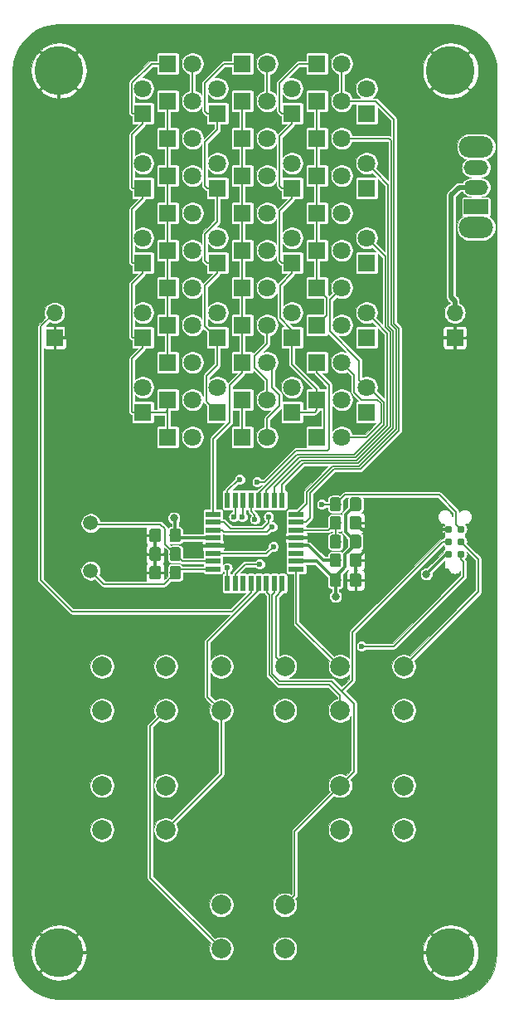
<source format=gbr>
G04 #@! TF.GenerationSoftware,KiCad,Pcbnew,(5.1.4)-1*
G04 #@! TF.CreationDate,2019-10-27T21:57:42-04:00*
G04 #@! TF.ProjectId,SplitSecondGame,53706c69-7453-4656-936f-6e6447616d65,A*
G04 #@! TF.SameCoordinates,Original*
G04 #@! TF.FileFunction,Copper,L1,Top*
G04 #@! TF.FilePolarity,Positive*
%FSLAX46Y46*%
G04 Gerber Fmt 4.6, Leading zero omitted, Abs format (unit mm)*
G04 Created by KiCad (PCBNEW (5.1.4)-1) date 2019-10-27 21:57:42*
%MOMM*%
%LPD*%
G04 APERTURE LIST*
%ADD10C,0.100000*%
%ADD11C,1.150000*%
%ADD12C,5.000000*%
%ADD13C,1.500000*%
%ADD14O,3.500000X2.200000*%
%ADD15O,2.500000X1.500000*%
%ADD16R,2.500000X1.500000*%
%ADD17O,1.700000X1.700000*%
%ADD18R,1.700000X1.700000*%
%ADD19C,0.787400*%
%ADD20C,2.000000*%
%ADD21R,0.550000X1.600000*%
%ADD22R,1.600000X0.550000*%
%ADD23C,1.800000*%
%ADD24R,1.800000X1.800000*%
%ADD25C,0.600000*%
%ADD26C,0.800000*%
%ADD27C,0.150000*%
%ADD28C,0.300000*%
%ADD29C,0.500000*%
G04 APERTURE END LIST*
D10*
G36*
X71079505Y-75374204D02*
G01*
X71103773Y-75377804D01*
X71127572Y-75383765D01*
X71150671Y-75392030D01*
X71172850Y-75402520D01*
X71193893Y-75415132D01*
X71213599Y-75429747D01*
X71231777Y-75446223D01*
X71248253Y-75464401D01*
X71262868Y-75484107D01*
X71275480Y-75505150D01*
X71285970Y-75527329D01*
X71294235Y-75550428D01*
X71300196Y-75574227D01*
X71303796Y-75598495D01*
X71305000Y-75622999D01*
X71305000Y-76523001D01*
X71303796Y-76547505D01*
X71300196Y-76571773D01*
X71294235Y-76595572D01*
X71285970Y-76618671D01*
X71275480Y-76640850D01*
X71262868Y-76661893D01*
X71248253Y-76681599D01*
X71231777Y-76699777D01*
X71213599Y-76716253D01*
X71193893Y-76730868D01*
X71172850Y-76743480D01*
X71150671Y-76753970D01*
X71127572Y-76762235D01*
X71103773Y-76768196D01*
X71079505Y-76771796D01*
X71055001Y-76773000D01*
X70404999Y-76773000D01*
X70380495Y-76771796D01*
X70356227Y-76768196D01*
X70332428Y-76762235D01*
X70309329Y-76753970D01*
X70287150Y-76743480D01*
X70266107Y-76730868D01*
X70246401Y-76716253D01*
X70228223Y-76699777D01*
X70211747Y-76681599D01*
X70197132Y-76661893D01*
X70184520Y-76640850D01*
X70174030Y-76618671D01*
X70165765Y-76595572D01*
X70159804Y-76571773D01*
X70156204Y-76547505D01*
X70155000Y-76523001D01*
X70155000Y-75622999D01*
X70156204Y-75598495D01*
X70159804Y-75574227D01*
X70165765Y-75550428D01*
X70174030Y-75527329D01*
X70184520Y-75505150D01*
X70197132Y-75484107D01*
X70211747Y-75464401D01*
X70228223Y-75446223D01*
X70246401Y-75429747D01*
X70266107Y-75415132D01*
X70287150Y-75402520D01*
X70309329Y-75392030D01*
X70332428Y-75383765D01*
X70356227Y-75377804D01*
X70380495Y-75374204D01*
X70404999Y-75373000D01*
X71055001Y-75373000D01*
X71079505Y-75374204D01*
X71079505Y-75374204D01*
G37*
D11*
X70730000Y-76073000D03*
D10*
G36*
X73129505Y-75374204D02*
G01*
X73153773Y-75377804D01*
X73177572Y-75383765D01*
X73200671Y-75392030D01*
X73222850Y-75402520D01*
X73243893Y-75415132D01*
X73263599Y-75429747D01*
X73281777Y-75446223D01*
X73298253Y-75464401D01*
X73312868Y-75484107D01*
X73325480Y-75505150D01*
X73335970Y-75527329D01*
X73344235Y-75550428D01*
X73350196Y-75574227D01*
X73353796Y-75598495D01*
X73355000Y-75622999D01*
X73355000Y-76523001D01*
X73353796Y-76547505D01*
X73350196Y-76571773D01*
X73344235Y-76595572D01*
X73335970Y-76618671D01*
X73325480Y-76640850D01*
X73312868Y-76661893D01*
X73298253Y-76681599D01*
X73281777Y-76699777D01*
X73263599Y-76716253D01*
X73243893Y-76730868D01*
X73222850Y-76743480D01*
X73200671Y-76753970D01*
X73177572Y-76762235D01*
X73153773Y-76768196D01*
X73129505Y-76771796D01*
X73105001Y-76773000D01*
X72454999Y-76773000D01*
X72430495Y-76771796D01*
X72406227Y-76768196D01*
X72382428Y-76762235D01*
X72359329Y-76753970D01*
X72337150Y-76743480D01*
X72316107Y-76730868D01*
X72296401Y-76716253D01*
X72278223Y-76699777D01*
X72261747Y-76681599D01*
X72247132Y-76661893D01*
X72234520Y-76640850D01*
X72224030Y-76618671D01*
X72215765Y-76595572D01*
X72209804Y-76571773D01*
X72206204Y-76547505D01*
X72205000Y-76523001D01*
X72205000Y-75622999D01*
X72206204Y-75598495D01*
X72209804Y-75574227D01*
X72215765Y-75550428D01*
X72224030Y-75527329D01*
X72234520Y-75505150D01*
X72247132Y-75484107D01*
X72261747Y-75464401D01*
X72278223Y-75446223D01*
X72296401Y-75429747D01*
X72316107Y-75415132D01*
X72337150Y-75402520D01*
X72359329Y-75392030D01*
X72382428Y-75383765D01*
X72406227Y-75377804D01*
X72430495Y-75374204D01*
X72454999Y-75373000D01*
X73105001Y-75373000D01*
X73129505Y-75374204D01*
X73129505Y-75374204D01*
G37*
D11*
X72780000Y-76073000D03*
D10*
G36*
X71079505Y-77406204D02*
G01*
X71103773Y-77409804D01*
X71127572Y-77415765D01*
X71150671Y-77424030D01*
X71172850Y-77434520D01*
X71193893Y-77447132D01*
X71213599Y-77461747D01*
X71231777Y-77478223D01*
X71248253Y-77496401D01*
X71262868Y-77516107D01*
X71275480Y-77537150D01*
X71285970Y-77559329D01*
X71294235Y-77582428D01*
X71300196Y-77606227D01*
X71303796Y-77630495D01*
X71305000Y-77654999D01*
X71305000Y-78555001D01*
X71303796Y-78579505D01*
X71300196Y-78603773D01*
X71294235Y-78627572D01*
X71285970Y-78650671D01*
X71275480Y-78672850D01*
X71262868Y-78693893D01*
X71248253Y-78713599D01*
X71231777Y-78731777D01*
X71213599Y-78748253D01*
X71193893Y-78762868D01*
X71172850Y-78775480D01*
X71150671Y-78785970D01*
X71127572Y-78794235D01*
X71103773Y-78800196D01*
X71079505Y-78803796D01*
X71055001Y-78805000D01*
X70404999Y-78805000D01*
X70380495Y-78803796D01*
X70356227Y-78800196D01*
X70332428Y-78794235D01*
X70309329Y-78785970D01*
X70287150Y-78775480D01*
X70266107Y-78762868D01*
X70246401Y-78748253D01*
X70228223Y-78731777D01*
X70211747Y-78713599D01*
X70197132Y-78693893D01*
X70184520Y-78672850D01*
X70174030Y-78650671D01*
X70165765Y-78627572D01*
X70159804Y-78603773D01*
X70156204Y-78579505D01*
X70155000Y-78555001D01*
X70155000Y-77654999D01*
X70156204Y-77630495D01*
X70159804Y-77606227D01*
X70165765Y-77582428D01*
X70174030Y-77559329D01*
X70184520Y-77537150D01*
X70197132Y-77516107D01*
X70211747Y-77496401D01*
X70228223Y-77478223D01*
X70246401Y-77461747D01*
X70266107Y-77447132D01*
X70287150Y-77434520D01*
X70309329Y-77424030D01*
X70332428Y-77415765D01*
X70356227Y-77409804D01*
X70380495Y-77406204D01*
X70404999Y-77405000D01*
X71055001Y-77405000D01*
X71079505Y-77406204D01*
X71079505Y-77406204D01*
G37*
D11*
X70730000Y-78105000D03*
D10*
G36*
X73129505Y-77406204D02*
G01*
X73153773Y-77409804D01*
X73177572Y-77415765D01*
X73200671Y-77424030D01*
X73222850Y-77434520D01*
X73243893Y-77447132D01*
X73263599Y-77461747D01*
X73281777Y-77478223D01*
X73298253Y-77496401D01*
X73312868Y-77516107D01*
X73325480Y-77537150D01*
X73335970Y-77559329D01*
X73344235Y-77582428D01*
X73350196Y-77606227D01*
X73353796Y-77630495D01*
X73355000Y-77654999D01*
X73355000Y-78555001D01*
X73353796Y-78579505D01*
X73350196Y-78603773D01*
X73344235Y-78627572D01*
X73335970Y-78650671D01*
X73325480Y-78672850D01*
X73312868Y-78693893D01*
X73298253Y-78713599D01*
X73281777Y-78731777D01*
X73263599Y-78748253D01*
X73243893Y-78762868D01*
X73222850Y-78775480D01*
X73200671Y-78785970D01*
X73177572Y-78794235D01*
X73153773Y-78800196D01*
X73129505Y-78803796D01*
X73105001Y-78805000D01*
X72454999Y-78805000D01*
X72430495Y-78803796D01*
X72406227Y-78800196D01*
X72382428Y-78794235D01*
X72359329Y-78785970D01*
X72337150Y-78775480D01*
X72316107Y-78762868D01*
X72296401Y-78748253D01*
X72278223Y-78731777D01*
X72261747Y-78713599D01*
X72247132Y-78693893D01*
X72234520Y-78672850D01*
X72224030Y-78650671D01*
X72215765Y-78627572D01*
X72209804Y-78603773D01*
X72206204Y-78579505D01*
X72205000Y-78555001D01*
X72205000Y-77654999D01*
X72206204Y-77630495D01*
X72209804Y-77606227D01*
X72215765Y-77582428D01*
X72224030Y-77559329D01*
X72234520Y-77537150D01*
X72247132Y-77516107D01*
X72261747Y-77496401D01*
X72278223Y-77478223D01*
X72296401Y-77461747D01*
X72316107Y-77447132D01*
X72337150Y-77434520D01*
X72359329Y-77424030D01*
X72382428Y-77415765D01*
X72406227Y-77409804D01*
X72430495Y-77406204D01*
X72454999Y-77405000D01*
X73105001Y-77405000D01*
X73129505Y-77406204D01*
X73129505Y-77406204D01*
G37*
D11*
X72780000Y-78105000D03*
D12*
X42484000Y-116120000D03*
X82484000Y-116120000D03*
X82484000Y-26120000D03*
X42484000Y-26120000D03*
D10*
G36*
X54714505Y-72834204D02*
G01*
X54738773Y-72837804D01*
X54762572Y-72843765D01*
X54785671Y-72852030D01*
X54807850Y-72862520D01*
X54828893Y-72875132D01*
X54848599Y-72889747D01*
X54866777Y-72906223D01*
X54883253Y-72924401D01*
X54897868Y-72944107D01*
X54910480Y-72965150D01*
X54920970Y-72987329D01*
X54929235Y-73010428D01*
X54935196Y-73034227D01*
X54938796Y-73058495D01*
X54940000Y-73082999D01*
X54940000Y-73983001D01*
X54938796Y-74007505D01*
X54935196Y-74031773D01*
X54929235Y-74055572D01*
X54920970Y-74078671D01*
X54910480Y-74100850D01*
X54897868Y-74121893D01*
X54883253Y-74141599D01*
X54866777Y-74159777D01*
X54848599Y-74176253D01*
X54828893Y-74190868D01*
X54807850Y-74203480D01*
X54785671Y-74213970D01*
X54762572Y-74222235D01*
X54738773Y-74228196D01*
X54714505Y-74231796D01*
X54690001Y-74233000D01*
X54039999Y-74233000D01*
X54015495Y-74231796D01*
X53991227Y-74228196D01*
X53967428Y-74222235D01*
X53944329Y-74213970D01*
X53922150Y-74203480D01*
X53901107Y-74190868D01*
X53881401Y-74176253D01*
X53863223Y-74159777D01*
X53846747Y-74141599D01*
X53832132Y-74121893D01*
X53819520Y-74100850D01*
X53809030Y-74078671D01*
X53800765Y-74055572D01*
X53794804Y-74031773D01*
X53791204Y-74007505D01*
X53790000Y-73983001D01*
X53790000Y-73082999D01*
X53791204Y-73058495D01*
X53794804Y-73034227D01*
X53800765Y-73010428D01*
X53809030Y-72987329D01*
X53819520Y-72965150D01*
X53832132Y-72944107D01*
X53846747Y-72924401D01*
X53863223Y-72906223D01*
X53881401Y-72889747D01*
X53901107Y-72875132D01*
X53922150Y-72862520D01*
X53944329Y-72852030D01*
X53967428Y-72843765D01*
X53991227Y-72837804D01*
X54015495Y-72834204D01*
X54039999Y-72833000D01*
X54690001Y-72833000D01*
X54714505Y-72834204D01*
X54714505Y-72834204D01*
G37*
D11*
X54365000Y-73533000D03*
D10*
G36*
X52664505Y-72834204D02*
G01*
X52688773Y-72837804D01*
X52712572Y-72843765D01*
X52735671Y-72852030D01*
X52757850Y-72862520D01*
X52778893Y-72875132D01*
X52798599Y-72889747D01*
X52816777Y-72906223D01*
X52833253Y-72924401D01*
X52847868Y-72944107D01*
X52860480Y-72965150D01*
X52870970Y-72987329D01*
X52879235Y-73010428D01*
X52885196Y-73034227D01*
X52888796Y-73058495D01*
X52890000Y-73082999D01*
X52890000Y-73983001D01*
X52888796Y-74007505D01*
X52885196Y-74031773D01*
X52879235Y-74055572D01*
X52870970Y-74078671D01*
X52860480Y-74100850D01*
X52847868Y-74121893D01*
X52833253Y-74141599D01*
X52816777Y-74159777D01*
X52798599Y-74176253D01*
X52778893Y-74190868D01*
X52757850Y-74203480D01*
X52735671Y-74213970D01*
X52712572Y-74222235D01*
X52688773Y-74228196D01*
X52664505Y-74231796D01*
X52640001Y-74233000D01*
X51989999Y-74233000D01*
X51965495Y-74231796D01*
X51941227Y-74228196D01*
X51917428Y-74222235D01*
X51894329Y-74213970D01*
X51872150Y-74203480D01*
X51851107Y-74190868D01*
X51831401Y-74176253D01*
X51813223Y-74159777D01*
X51796747Y-74141599D01*
X51782132Y-74121893D01*
X51769520Y-74100850D01*
X51759030Y-74078671D01*
X51750765Y-74055572D01*
X51744804Y-74031773D01*
X51741204Y-74007505D01*
X51740000Y-73983001D01*
X51740000Y-73082999D01*
X51741204Y-73058495D01*
X51744804Y-73034227D01*
X51750765Y-73010428D01*
X51759030Y-72987329D01*
X51769520Y-72965150D01*
X51782132Y-72944107D01*
X51796747Y-72924401D01*
X51813223Y-72906223D01*
X51831401Y-72889747D01*
X51851107Y-72875132D01*
X51872150Y-72862520D01*
X51894329Y-72852030D01*
X51917428Y-72843765D01*
X51941227Y-72837804D01*
X51965495Y-72834204D01*
X51989999Y-72833000D01*
X52640001Y-72833000D01*
X52664505Y-72834204D01*
X52664505Y-72834204D01*
G37*
D11*
X52315000Y-73533000D03*
D13*
X45720000Y-77143000D03*
X45720000Y-72263000D03*
D14*
X85090000Y-33905000D03*
X85090000Y-42105000D03*
D15*
X85090000Y-36005000D03*
X85090000Y-38005000D03*
D16*
X85090000Y-40005000D03*
D10*
G36*
X71079505Y-71564204D02*
G01*
X71103773Y-71567804D01*
X71127572Y-71573765D01*
X71150671Y-71582030D01*
X71172850Y-71592520D01*
X71193893Y-71605132D01*
X71213599Y-71619747D01*
X71231777Y-71636223D01*
X71248253Y-71654401D01*
X71262868Y-71674107D01*
X71275480Y-71695150D01*
X71285970Y-71717329D01*
X71294235Y-71740428D01*
X71300196Y-71764227D01*
X71303796Y-71788495D01*
X71305000Y-71812999D01*
X71305000Y-72713001D01*
X71303796Y-72737505D01*
X71300196Y-72761773D01*
X71294235Y-72785572D01*
X71285970Y-72808671D01*
X71275480Y-72830850D01*
X71262868Y-72851893D01*
X71248253Y-72871599D01*
X71231777Y-72889777D01*
X71213599Y-72906253D01*
X71193893Y-72920868D01*
X71172850Y-72933480D01*
X71150671Y-72943970D01*
X71127572Y-72952235D01*
X71103773Y-72958196D01*
X71079505Y-72961796D01*
X71055001Y-72963000D01*
X70404999Y-72963000D01*
X70380495Y-72961796D01*
X70356227Y-72958196D01*
X70332428Y-72952235D01*
X70309329Y-72943970D01*
X70287150Y-72933480D01*
X70266107Y-72920868D01*
X70246401Y-72906253D01*
X70228223Y-72889777D01*
X70211747Y-72871599D01*
X70197132Y-72851893D01*
X70184520Y-72830850D01*
X70174030Y-72808671D01*
X70165765Y-72785572D01*
X70159804Y-72761773D01*
X70156204Y-72737505D01*
X70155000Y-72713001D01*
X70155000Y-71812999D01*
X70156204Y-71788495D01*
X70159804Y-71764227D01*
X70165765Y-71740428D01*
X70174030Y-71717329D01*
X70184520Y-71695150D01*
X70197132Y-71674107D01*
X70211747Y-71654401D01*
X70228223Y-71636223D01*
X70246401Y-71619747D01*
X70266107Y-71605132D01*
X70287150Y-71592520D01*
X70309329Y-71582030D01*
X70332428Y-71573765D01*
X70356227Y-71567804D01*
X70380495Y-71564204D01*
X70404999Y-71563000D01*
X71055001Y-71563000D01*
X71079505Y-71564204D01*
X71079505Y-71564204D01*
G37*
D11*
X70730000Y-72263000D03*
D10*
G36*
X73129505Y-71564204D02*
G01*
X73153773Y-71567804D01*
X73177572Y-71573765D01*
X73200671Y-71582030D01*
X73222850Y-71592520D01*
X73243893Y-71605132D01*
X73263599Y-71619747D01*
X73281777Y-71636223D01*
X73298253Y-71654401D01*
X73312868Y-71674107D01*
X73325480Y-71695150D01*
X73335970Y-71717329D01*
X73344235Y-71740428D01*
X73350196Y-71764227D01*
X73353796Y-71788495D01*
X73355000Y-71812999D01*
X73355000Y-72713001D01*
X73353796Y-72737505D01*
X73350196Y-72761773D01*
X73344235Y-72785572D01*
X73335970Y-72808671D01*
X73325480Y-72830850D01*
X73312868Y-72851893D01*
X73298253Y-72871599D01*
X73281777Y-72889777D01*
X73263599Y-72906253D01*
X73243893Y-72920868D01*
X73222850Y-72933480D01*
X73200671Y-72943970D01*
X73177572Y-72952235D01*
X73153773Y-72958196D01*
X73129505Y-72961796D01*
X73105001Y-72963000D01*
X72454999Y-72963000D01*
X72430495Y-72961796D01*
X72406227Y-72958196D01*
X72382428Y-72952235D01*
X72359329Y-72943970D01*
X72337150Y-72933480D01*
X72316107Y-72920868D01*
X72296401Y-72906253D01*
X72278223Y-72889777D01*
X72261747Y-72871599D01*
X72247132Y-72851893D01*
X72234520Y-72830850D01*
X72224030Y-72808671D01*
X72215765Y-72785572D01*
X72209804Y-72761773D01*
X72206204Y-72737505D01*
X72205000Y-72713001D01*
X72205000Y-71812999D01*
X72206204Y-71788495D01*
X72209804Y-71764227D01*
X72215765Y-71740428D01*
X72224030Y-71717329D01*
X72234520Y-71695150D01*
X72247132Y-71674107D01*
X72261747Y-71654401D01*
X72278223Y-71636223D01*
X72296401Y-71619747D01*
X72316107Y-71605132D01*
X72337150Y-71592520D01*
X72359329Y-71582030D01*
X72382428Y-71573765D01*
X72406227Y-71567804D01*
X72430495Y-71564204D01*
X72454999Y-71563000D01*
X73105001Y-71563000D01*
X73129505Y-71564204D01*
X73129505Y-71564204D01*
G37*
D11*
X72780000Y-72263000D03*
D10*
G36*
X73129505Y-73469204D02*
G01*
X73153773Y-73472804D01*
X73177572Y-73478765D01*
X73200671Y-73487030D01*
X73222850Y-73497520D01*
X73243893Y-73510132D01*
X73263599Y-73524747D01*
X73281777Y-73541223D01*
X73298253Y-73559401D01*
X73312868Y-73579107D01*
X73325480Y-73600150D01*
X73335970Y-73622329D01*
X73344235Y-73645428D01*
X73350196Y-73669227D01*
X73353796Y-73693495D01*
X73355000Y-73717999D01*
X73355000Y-74618001D01*
X73353796Y-74642505D01*
X73350196Y-74666773D01*
X73344235Y-74690572D01*
X73335970Y-74713671D01*
X73325480Y-74735850D01*
X73312868Y-74756893D01*
X73298253Y-74776599D01*
X73281777Y-74794777D01*
X73263599Y-74811253D01*
X73243893Y-74825868D01*
X73222850Y-74838480D01*
X73200671Y-74848970D01*
X73177572Y-74857235D01*
X73153773Y-74863196D01*
X73129505Y-74866796D01*
X73105001Y-74868000D01*
X72454999Y-74868000D01*
X72430495Y-74866796D01*
X72406227Y-74863196D01*
X72382428Y-74857235D01*
X72359329Y-74848970D01*
X72337150Y-74838480D01*
X72316107Y-74825868D01*
X72296401Y-74811253D01*
X72278223Y-74794777D01*
X72261747Y-74776599D01*
X72247132Y-74756893D01*
X72234520Y-74735850D01*
X72224030Y-74713671D01*
X72215765Y-74690572D01*
X72209804Y-74666773D01*
X72206204Y-74642505D01*
X72205000Y-74618001D01*
X72205000Y-73717999D01*
X72206204Y-73693495D01*
X72209804Y-73669227D01*
X72215765Y-73645428D01*
X72224030Y-73622329D01*
X72234520Y-73600150D01*
X72247132Y-73579107D01*
X72261747Y-73559401D01*
X72278223Y-73541223D01*
X72296401Y-73524747D01*
X72316107Y-73510132D01*
X72337150Y-73497520D01*
X72359329Y-73487030D01*
X72382428Y-73478765D01*
X72406227Y-73472804D01*
X72430495Y-73469204D01*
X72454999Y-73468000D01*
X73105001Y-73468000D01*
X73129505Y-73469204D01*
X73129505Y-73469204D01*
G37*
D11*
X72780000Y-74168000D03*
D10*
G36*
X71079505Y-73469204D02*
G01*
X71103773Y-73472804D01*
X71127572Y-73478765D01*
X71150671Y-73487030D01*
X71172850Y-73497520D01*
X71193893Y-73510132D01*
X71213599Y-73524747D01*
X71231777Y-73541223D01*
X71248253Y-73559401D01*
X71262868Y-73579107D01*
X71275480Y-73600150D01*
X71285970Y-73622329D01*
X71294235Y-73645428D01*
X71300196Y-73669227D01*
X71303796Y-73693495D01*
X71305000Y-73717999D01*
X71305000Y-74618001D01*
X71303796Y-74642505D01*
X71300196Y-74666773D01*
X71294235Y-74690572D01*
X71285970Y-74713671D01*
X71275480Y-74735850D01*
X71262868Y-74756893D01*
X71248253Y-74776599D01*
X71231777Y-74794777D01*
X71213599Y-74811253D01*
X71193893Y-74825868D01*
X71172850Y-74838480D01*
X71150671Y-74848970D01*
X71127572Y-74857235D01*
X71103773Y-74863196D01*
X71079505Y-74866796D01*
X71055001Y-74868000D01*
X70404999Y-74868000D01*
X70380495Y-74866796D01*
X70356227Y-74863196D01*
X70332428Y-74857235D01*
X70309329Y-74848970D01*
X70287150Y-74838480D01*
X70266107Y-74825868D01*
X70246401Y-74811253D01*
X70228223Y-74794777D01*
X70211747Y-74776599D01*
X70197132Y-74756893D01*
X70184520Y-74735850D01*
X70174030Y-74713671D01*
X70165765Y-74690572D01*
X70159804Y-74666773D01*
X70156204Y-74642505D01*
X70155000Y-74618001D01*
X70155000Y-73717999D01*
X70156204Y-73693495D01*
X70159804Y-73669227D01*
X70165765Y-73645428D01*
X70174030Y-73622329D01*
X70184520Y-73600150D01*
X70197132Y-73579107D01*
X70211747Y-73559401D01*
X70228223Y-73541223D01*
X70246401Y-73524747D01*
X70266107Y-73510132D01*
X70287150Y-73497520D01*
X70309329Y-73487030D01*
X70332428Y-73478765D01*
X70356227Y-73472804D01*
X70380495Y-73469204D01*
X70404999Y-73468000D01*
X71055001Y-73468000D01*
X71079505Y-73469204D01*
X71079505Y-73469204D01*
G37*
D11*
X70730000Y-74168000D03*
D10*
G36*
X73129505Y-69659204D02*
G01*
X73153773Y-69662804D01*
X73177572Y-69668765D01*
X73200671Y-69677030D01*
X73222850Y-69687520D01*
X73243893Y-69700132D01*
X73263599Y-69714747D01*
X73281777Y-69731223D01*
X73298253Y-69749401D01*
X73312868Y-69769107D01*
X73325480Y-69790150D01*
X73335970Y-69812329D01*
X73344235Y-69835428D01*
X73350196Y-69859227D01*
X73353796Y-69883495D01*
X73355000Y-69907999D01*
X73355000Y-70808001D01*
X73353796Y-70832505D01*
X73350196Y-70856773D01*
X73344235Y-70880572D01*
X73335970Y-70903671D01*
X73325480Y-70925850D01*
X73312868Y-70946893D01*
X73298253Y-70966599D01*
X73281777Y-70984777D01*
X73263599Y-71001253D01*
X73243893Y-71015868D01*
X73222850Y-71028480D01*
X73200671Y-71038970D01*
X73177572Y-71047235D01*
X73153773Y-71053196D01*
X73129505Y-71056796D01*
X73105001Y-71058000D01*
X72454999Y-71058000D01*
X72430495Y-71056796D01*
X72406227Y-71053196D01*
X72382428Y-71047235D01*
X72359329Y-71038970D01*
X72337150Y-71028480D01*
X72316107Y-71015868D01*
X72296401Y-71001253D01*
X72278223Y-70984777D01*
X72261747Y-70966599D01*
X72247132Y-70946893D01*
X72234520Y-70925850D01*
X72224030Y-70903671D01*
X72215765Y-70880572D01*
X72209804Y-70856773D01*
X72206204Y-70832505D01*
X72205000Y-70808001D01*
X72205000Y-69907999D01*
X72206204Y-69883495D01*
X72209804Y-69859227D01*
X72215765Y-69835428D01*
X72224030Y-69812329D01*
X72234520Y-69790150D01*
X72247132Y-69769107D01*
X72261747Y-69749401D01*
X72278223Y-69731223D01*
X72296401Y-69714747D01*
X72316107Y-69700132D01*
X72337150Y-69687520D01*
X72359329Y-69677030D01*
X72382428Y-69668765D01*
X72406227Y-69662804D01*
X72430495Y-69659204D01*
X72454999Y-69658000D01*
X73105001Y-69658000D01*
X73129505Y-69659204D01*
X73129505Y-69659204D01*
G37*
D11*
X72780000Y-70358000D03*
D10*
G36*
X71079505Y-69659204D02*
G01*
X71103773Y-69662804D01*
X71127572Y-69668765D01*
X71150671Y-69677030D01*
X71172850Y-69687520D01*
X71193893Y-69700132D01*
X71213599Y-69714747D01*
X71231777Y-69731223D01*
X71248253Y-69749401D01*
X71262868Y-69769107D01*
X71275480Y-69790150D01*
X71285970Y-69812329D01*
X71294235Y-69835428D01*
X71300196Y-69859227D01*
X71303796Y-69883495D01*
X71305000Y-69907999D01*
X71305000Y-70808001D01*
X71303796Y-70832505D01*
X71300196Y-70856773D01*
X71294235Y-70880572D01*
X71285970Y-70903671D01*
X71275480Y-70925850D01*
X71262868Y-70946893D01*
X71248253Y-70966599D01*
X71231777Y-70984777D01*
X71213599Y-71001253D01*
X71193893Y-71015868D01*
X71172850Y-71028480D01*
X71150671Y-71038970D01*
X71127572Y-71047235D01*
X71103773Y-71053196D01*
X71079505Y-71056796D01*
X71055001Y-71058000D01*
X70404999Y-71058000D01*
X70380495Y-71056796D01*
X70356227Y-71053196D01*
X70332428Y-71047235D01*
X70309329Y-71038970D01*
X70287150Y-71028480D01*
X70266107Y-71015868D01*
X70246401Y-71001253D01*
X70228223Y-70984777D01*
X70211747Y-70966599D01*
X70197132Y-70946893D01*
X70184520Y-70925850D01*
X70174030Y-70903671D01*
X70165765Y-70880572D01*
X70159804Y-70856773D01*
X70156204Y-70832505D01*
X70155000Y-70808001D01*
X70155000Y-69907999D01*
X70156204Y-69883495D01*
X70159804Y-69859227D01*
X70165765Y-69835428D01*
X70174030Y-69812329D01*
X70184520Y-69790150D01*
X70197132Y-69769107D01*
X70211747Y-69749401D01*
X70228223Y-69731223D01*
X70246401Y-69714747D01*
X70266107Y-69700132D01*
X70287150Y-69687520D01*
X70309329Y-69677030D01*
X70332428Y-69668765D01*
X70356227Y-69662804D01*
X70380495Y-69659204D01*
X70404999Y-69658000D01*
X71055001Y-69658000D01*
X71079505Y-69659204D01*
X71079505Y-69659204D01*
G37*
D11*
X70730000Y-70358000D03*
D17*
X42054000Y-50800000D03*
D18*
X42054000Y-53340000D03*
D19*
X82279000Y-72898000D03*
X83549000Y-72898000D03*
X82279000Y-74168000D03*
X83549000Y-74168000D03*
X82279000Y-75438000D03*
X83549000Y-75438000D03*
D17*
X82914000Y-50800000D03*
D18*
X82914000Y-53340000D03*
D10*
G36*
X54714505Y-76644204D02*
G01*
X54738773Y-76647804D01*
X54762572Y-76653765D01*
X54785671Y-76662030D01*
X54807850Y-76672520D01*
X54828893Y-76685132D01*
X54848599Y-76699747D01*
X54866777Y-76716223D01*
X54883253Y-76734401D01*
X54897868Y-76754107D01*
X54910480Y-76775150D01*
X54920970Y-76797329D01*
X54929235Y-76820428D01*
X54935196Y-76844227D01*
X54938796Y-76868495D01*
X54940000Y-76892999D01*
X54940000Y-77793001D01*
X54938796Y-77817505D01*
X54935196Y-77841773D01*
X54929235Y-77865572D01*
X54920970Y-77888671D01*
X54910480Y-77910850D01*
X54897868Y-77931893D01*
X54883253Y-77951599D01*
X54866777Y-77969777D01*
X54848599Y-77986253D01*
X54828893Y-78000868D01*
X54807850Y-78013480D01*
X54785671Y-78023970D01*
X54762572Y-78032235D01*
X54738773Y-78038196D01*
X54714505Y-78041796D01*
X54690001Y-78043000D01*
X54039999Y-78043000D01*
X54015495Y-78041796D01*
X53991227Y-78038196D01*
X53967428Y-78032235D01*
X53944329Y-78023970D01*
X53922150Y-78013480D01*
X53901107Y-78000868D01*
X53881401Y-77986253D01*
X53863223Y-77969777D01*
X53846747Y-77951599D01*
X53832132Y-77931893D01*
X53819520Y-77910850D01*
X53809030Y-77888671D01*
X53800765Y-77865572D01*
X53794804Y-77841773D01*
X53791204Y-77817505D01*
X53790000Y-77793001D01*
X53790000Y-76892999D01*
X53791204Y-76868495D01*
X53794804Y-76844227D01*
X53800765Y-76820428D01*
X53809030Y-76797329D01*
X53819520Y-76775150D01*
X53832132Y-76754107D01*
X53846747Y-76734401D01*
X53863223Y-76716223D01*
X53881401Y-76699747D01*
X53901107Y-76685132D01*
X53922150Y-76672520D01*
X53944329Y-76662030D01*
X53967428Y-76653765D01*
X53991227Y-76647804D01*
X54015495Y-76644204D01*
X54039999Y-76643000D01*
X54690001Y-76643000D01*
X54714505Y-76644204D01*
X54714505Y-76644204D01*
G37*
D11*
X54365000Y-77343000D03*
D10*
G36*
X52664505Y-76644204D02*
G01*
X52688773Y-76647804D01*
X52712572Y-76653765D01*
X52735671Y-76662030D01*
X52757850Y-76672520D01*
X52778893Y-76685132D01*
X52798599Y-76699747D01*
X52816777Y-76716223D01*
X52833253Y-76734401D01*
X52847868Y-76754107D01*
X52860480Y-76775150D01*
X52870970Y-76797329D01*
X52879235Y-76820428D01*
X52885196Y-76844227D01*
X52888796Y-76868495D01*
X52890000Y-76892999D01*
X52890000Y-77793001D01*
X52888796Y-77817505D01*
X52885196Y-77841773D01*
X52879235Y-77865572D01*
X52870970Y-77888671D01*
X52860480Y-77910850D01*
X52847868Y-77931893D01*
X52833253Y-77951599D01*
X52816777Y-77969777D01*
X52798599Y-77986253D01*
X52778893Y-78000868D01*
X52757850Y-78013480D01*
X52735671Y-78023970D01*
X52712572Y-78032235D01*
X52688773Y-78038196D01*
X52664505Y-78041796D01*
X52640001Y-78043000D01*
X51989999Y-78043000D01*
X51965495Y-78041796D01*
X51941227Y-78038196D01*
X51917428Y-78032235D01*
X51894329Y-78023970D01*
X51872150Y-78013480D01*
X51851107Y-78000868D01*
X51831401Y-77986253D01*
X51813223Y-77969777D01*
X51796747Y-77951599D01*
X51782132Y-77931893D01*
X51769520Y-77910850D01*
X51759030Y-77888671D01*
X51750765Y-77865572D01*
X51744804Y-77841773D01*
X51741204Y-77817505D01*
X51740000Y-77793001D01*
X51740000Y-76892999D01*
X51741204Y-76868495D01*
X51744804Y-76844227D01*
X51750765Y-76820428D01*
X51759030Y-76797329D01*
X51769520Y-76775150D01*
X51782132Y-76754107D01*
X51796747Y-76734401D01*
X51813223Y-76716223D01*
X51831401Y-76699747D01*
X51851107Y-76685132D01*
X51872150Y-76672520D01*
X51894329Y-76662030D01*
X51917428Y-76653765D01*
X51941227Y-76647804D01*
X51965495Y-76644204D01*
X51989999Y-76643000D01*
X52640001Y-76643000D01*
X52664505Y-76644204D01*
X52664505Y-76644204D01*
G37*
D11*
X52315000Y-77343000D03*
D10*
G36*
X54714505Y-74739204D02*
G01*
X54738773Y-74742804D01*
X54762572Y-74748765D01*
X54785671Y-74757030D01*
X54807850Y-74767520D01*
X54828893Y-74780132D01*
X54848599Y-74794747D01*
X54866777Y-74811223D01*
X54883253Y-74829401D01*
X54897868Y-74849107D01*
X54910480Y-74870150D01*
X54920970Y-74892329D01*
X54929235Y-74915428D01*
X54935196Y-74939227D01*
X54938796Y-74963495D01*
X54940000Y-74987999D01*
X54940000Y-75888001D01*
X54938796Y-75912505D01*
X54935196Y-75936773D01*
X54929235Y-75960572D01*
X54920970Y-75983671D01*
X54910480Y-76005850D01*
X54897868Y-76026893D01*
X54883253Y-76046599D01*
X54866777Y-76064777D01*
X54848599Y-76081253D01*
X54828893Y-76095868D01*
X54807850Y-76108480D01*
X54785671Y-76118970D01*
X54762572Y-76127235D01*
X54738773Y-76133196D01*
X54714505Y-76136796D01*
X54690001Y-76138000D01*
X54039999Y-76138000D01*
X54015495Y-76136796D01*
X53991227Y-76133196D01*
X53967428Y-76127235D01*
X53944329Y-76118970D01*
X53922150Y-76108480D01*
X53901107Y-76095868D01*
X53881401Y-76081253D01*
X53863223Y-76064777D01*
X53846747Y-76046599D01*
X53832132Y-76026893D01*
X53819520Y-76005850D01*
X53809030Y-75983671D01*
X53800765Y-75960572D01*
X53794804Y-75936773D01*
X53791204Y-75912505D01*
X53790000Y-75888001D01*
X53790000Y-74987999D01*
X53791204Y-74963495D01*
X53794804Y-74939227D01*
X53800765Y-74915428D01*
X53809030Y-74892329D01*
X53819520Y-74870150D01*
X53832132Y-74849107D01*
X53846747Y-74829401D01*
X53863223Y-74811223D01*
X53881401Y-74794747D01*
X53901107Y-74780132D01*
X53922150Y-74767520D01*
X53944329Y-74757030D01*
X53967428Y-74748765D01*
X53991227Y-74742804D01*
X54015495Y-74739204D01*
X54039999Y-74738000D01*
X54690001Y-74738000D01*
X54714505Y-74739204D01*
X54714505Y-74739204D01*
G37*
D11*
X54365000Y-75438000D03*
D10*
G36*
X52664505Y-74739204D02*
G01*
X52688773Y-74742804D01*
X52712572Y-74748765D01*
X52735671Y-74757030D01*
X52757850Y-74767520D01*
X52778893Y-74780132D01*
X52798599Y-74794747D01*
X52816777Y-74811223D01*
X52833253Y-74829401D01*
X52847868Y-74849107D01*
X52860480Y-74870150D01*
X52870970Y-74892329D01*
X52879235Y-74915428D01*
X52885196Y-74939227D01*
X52888796Y-74963495D01*
X52890000Y-74987999D01*
X52890000Y-75888001D01*
X52888796Y-75912505D01*
X52885196Y-75936773D01*
X52879235Y-75960572D01*
X52870970Y-75983671D01*
X52860480Y-76005850D01*
X52847868Y-76026893D01*
X52833253Y-76046599D01*
X52816777Y-76064777D01*
X52798599Y-76081253D01*
X52778893Y-76095868D01*
X52757850Y-76108480D01*
X52735671Y-76118970D01*
X52712572Y-76127235D01*
X52688773Y-76133196D01*
X52664505Y-76136796D01*
X52640001Y-76138000D01*
X51989999Y-76138000D01*
X51965495Y-76136796D01*
X51941227Y-76133196D01*
X51917428Y-76127235D01*
X51894329Y-76118970D01*
X51872150Y-76108480D01*
X51851107Y-76095868D01*
X51831401Y-76081253D01*
X51813223Y-76064777D01*
X51796747Y-76046599D01*
X51782132Y-76026893D01*
X51769520Y-76005850D01*
X51759030Y-75983671D01*
X51750765Y-75960572D01*
X51744804Y-75936773D01*
X51741204Y-75912505D01*
X51740000Y-75888001D01*
X51740000Y-74987999D01*
X51741204Y-74963495D01*
X51744804Y-74939227D01*
X51750765Y-74915428D01*
X51759030Y-74892329D01*
X51769520Y-74870150D01*
X51782132Y-74849107D01*
X51796747Y-74829401D01*
X51813223Y-74811223D01*
X51831401Y-74794747D01*
X51851107Y-74780132D01*
X51872150Y-74767520D01*
X51894329Y-74757030D01*
X51917428Y-74748765D01*
X51941227Y-74742804D01*
X51965495Y-74739204D01*
X51989999Y-74738000D01*
X52640001Y-74738000D01*
X52664505Y-74739204D01*
X52664505Y-74739204D01*
G37*
D11*
X52315000Y-75438000D03*
D20*
X59055000Y-115720000D03*
X59055000Y-111220000D03*
X65555000Y-115720000D03*
X65555000Y-111220000D03*
X77715000Y-99060000D03*
X77715000Y-103560000D03*
X71215000Y-99060000D03*
X71215000Y-103560000D03*
X53395000Y-99060000D03*
X53395000Y-103560000D03*
X46895000Y-99060000D03*
X46895000Y-103560000D03*
X65555000Y-86900000D03*
X65555000Y-91400000D03*
X59055000Y-86900000D03*
X59055000Y-91400000D03*
X53395000Y-86900000D03*
X53395000Y-91400000D03*
X46895000Y-86900000D03*
X46895000Y-91400000D03*
X77715000Y-86900000D03*
X77715000Y-91400000D03*
X71215000Y-86900000D03*
X71215000Y-91400000D03*
D21*
X59684000Y-69918000D03*
X60484000Y-69918000D03*
X61284000Y-69918000D03*
X62084000Y-69918000D03*
X62884000Y-69918000D03*
X63684000Y-69918000D03*
X64484000Y-69918000D03*
X65284000Y-69918000D03*
D22*
X66734000Y-71368000D03*
X66734000Y-72168000D03*
X66734000Y-72968000D03*
X66734000Y-73768000D03*
X66734000Y-74568000D03*
X66734000Y-75368000D03*
X66734000Y-76168000D03*
X66734000Y-76968000D03*
D21*
X65284000Y-78418000D03*
X64484000Y-78418000D03*
X63684000Y-78418000D03*
X62884000Y-78418000D03*
X62084000Y-78418000D03*
X61284000Y-78418000D03*
X60484000Y-78418000D03*
X59684000Y-78418000D03*
D22*
X58234000Y-76968000D03*
X58234000Y-76168000D03*
X58234000Y-75368000D03*
X58234000Y-74568000D03*
X58234000Y-73768000D03*
X58234000Y-72968000D03*
X58234000Y-72168000D03*
X58234000Y-71368000D03*
D23*
X56130000Y-59690000D03*
D24*
X53590000Y-59690000D03*
D23*
X63750000Y-59690000D03*
D24*
X61210000Y-59690000D03*
D23*
X71370000Y-59690000D03*
D24*
X68830000Y-59690000D03*
D23*
X56130000Y-52070000D03*
D24*
X53590000Y-52070000D03*
D23*
X63750000Y-52070000D03*
D24*
X61210000Y-52070000D03*
D23*
X71370000Y-52070000D03*
D24*
X68830000Y-52070000D03*
D23*
X56130000Y-44450000D03*
D24*
X53590000Y-44450000D03*
D23*
X63750000Y-44450000D03*
D24*
X61210000Y-44450000D03*
D23*
X71370000Y-44450000D03*
D24*
X68830000Y-44450000D03*
D23*
X56130000Y-36830000D03*
D24*
X53590000Y-36830000D03*
D23*
X63750000Y-36830000D03*
D24*
X61210000Y-36830000D03*
D23*
X71370000Y-36830000D03*
D24*
X68830000Y-36830000D03*
D23*
X56130000Y-29210000D03*
D24*
X53590000Y-29210000D03*
D23*
X63750000Y-29210000D03*
D24*
X61210000Y-29210000D03*
D23*
X71370000Y-29210000D03*
D24*
X68830000Y-29210000D03*
D23*
X56130000Y-63500000D03*
D24*
X53590000Y-63500000D03*
D23*
X63750000Y-63500000D03*
D24*
X61210000Y-63500000D03*
D23*
X71370000Y-63500000D03*
D24*
X68830000Y-63500000D03*
D23*
X51050000Y-58420000D03*
D24*
X51050000Y-60960000D03*
D23*
X58670000Y-58420000D03*
D24*
X58670000Y-60960000D03*
D23*
X66290000Y-58420000D03*
D24*
X66290000Y-60960000D03*
D23*
X73910000Y-58420000D03*
D24*
X73910000Y-60960000D03*
D23*
X56130000Y-55880000D03*
D24*
X53590000Y-55880000D03*
D23*
X63750000Y-55880000D03*
D24*
X61210000Y-55880000D03*
D23*
X71370000Y-55880000D03*
D24*
X68830000Y-55880000D03*
D23*
X51050000Y-50800000D03*
D24*
X51050000Y-53340000D03*
D23*
X58670000Y-50800000D03*
D24*
X58670000Y-53340000D03*
D23*
X66290000Y-50800000D03*
D24*
X66290000Y-53340000D03*
D23*
X73910000Y-50800000D03*
D24*
X73910000Y-53340000D03*
D23*
X56130000Y-48260000D03*
D24*
X53590000Y-48260000D03*
D23*
X63750000Y-48260000D03*
D24*
X61210000Y-48260000D03*
D23*
X71370000Y-48260000D03*
D24*
X68830000Y-48260000D03*
D23*
X51050000Y-43180000D03*
D24*
X51050000Y-45720000D03*
D23*
X58670000Y-43180000D03*
D24*
X58670000Y-45720000D03*
D23*
X66290000Y-43180000D03*
D24*
X66290000Y-45720000D03*
D23*
X73910000Y-43180000D03*
D24*
X73910000Y-45720000D03*
D23*
X56130000Y-40640000D03*
D24*
X53590000Y-40640000D03*
D23*
X63750000Y-40640000D03*
D24*
X61210000Y-40640000D03*
D23*
X71370000Y-40640000D03*
D24*
X68830000Y-40640000D03*
D23*
X51050000Y-35560000D03*
D24*
X51050000Y-38100000D03*
D23*
X58670000Y-35560000D03*
D24*
X58670000Y-38100000D03*
D23*
X66290000Y-35560000D03*
D24*
X66290000Y-38100000D03*
D23*
X73910000Y-35560000D03*
D24*
X73910000Y-38100000D03*
D23*
X56130000Y-33020000D03*
D24*
X53590000Y-33020000D03*
D23*
X63750000Y-33020000D03*
D24*
X61210000Y-33020000D03*
D23*
X71370000Y-33020000D03*
D24*
X68830000Y-33020000D03*
D23*
X51050000Y-27940000D03*
D24*
X51050000Y-30480000D03*
D23*
X58670000Y-27940000D03*
D24*
X58670000Y-30480000D03*
D23*
X66290000Y-27940000D03*
D24*
X66290000Y-30480000D03*
D23*
X73910000Y-27940000D03*
D24*
X73910000Y-30480000D03*
D23*
X56130000Y-25400000D03*
D24*
X53590000Y-25400000D03*
D23*
X63750000Y-25400000D03*
D24*
X61210000Y-25400000D03*
D23*
X71370000Y-25400000D03*
D24*
X68830000Y-25400000D03*
D25*
X63881000Y-71628000D03*
X60960000Y-67818000D03*
X61214000Y-71628000D03*
X62738000Y-68072000D03*
X59683993Y-76841007D03*
X60324994Y-71628000D03*
X64262000Y-72644000D03*
X64377832Y-74664832D03*
X62992000Y-76454020D03*
D26*
X80010000Y-77470000D03*
X70739004Y-79756000D03*
X54229000Y-71755000D03*
X69087988Y-74168000D03*
X74676000Y-72898000D03*
D25*
X62501000Y-71882000D03*
X69342000Y-70358000D03*
X73406000Y-84836000D03*
D27*
X71370000Y-29210000D02*
X71370000Y-25400000D01*
X63750000Y-25400000D02*
X63750000Y-29210000D01*
X56130000Y-25400000D02*
X56130000Y-29210000D01*
X74845002Y-29210000D02*
X71370000Y-29210000D01*
X76708000Y-31072998D02*
X74845002Y-29210000D01*
X70557898Y-66778055D02*
X73265340Y-66778055D01*
X68118011Y-69217942D02*
X70557898Y-66778055D01*
X68118011Y-71733989D02*
X68118011Y-69217942D01*
X67684000Y-72168000D02*
X68118011Y-71733989D01*
X77216000Y-62827395D02*
X77216000Y-52408884D01*
X73265340Y-66778055D02*
X77216000Y-62827395D01*
X76708000Y-51900884D02*
X76708000Y-31072998D01*
X77216000Y-52408884D02*
X76708000Y-51900884D01*
X66734000Y-72168000D02*
X67684000Y-72168000D01*
X68830000Y-60740000D02*
X68830000Y-59690000D01*
X68610000Y-60960000D02*
X68830000Y-60740000D01*
X66290000Y-60960000D02*
X68610000Y-60960000D01*
X66981499Y-25400000D02*
X68830000Y-25400000D01*
X65020000Y-27361499D02*
X66981499Y-25400000D01*
X65020000Y-30260000D02*
X65020000Y-27361499D01*
X66290000Y-30480000D02*
X65240000Y-30480000D01*
X65240000Y-30480000D02*
X65020000Y-30260000D01*
X66290000Y-31530000D02*
X66290000Y-30480000D01*
X65020000Y-32800000D02*
X66290000Y-31530000D01*
X65020000Y-37880000D02*
X65020000Y-32800000D01*
X66290000Y-38100000D02*
X65240000Y-38100000D01*
X65240000Y-38100000D02*
X65020000Y-37880000D01*
X66290000Y-39150000D02*
X66290000Y-38100000D01*
X65020000Y-40420000D02*
X66290000Y-39150000D01*
X65020000Y-45500000D02*
X65020000Y-40420000D01*
X66290000Y-45720000D02*
X65240000Y-45720000D01*
X65240000Y-45720000D02*
X65020000Y-45500000D01*
X59184000Y-72168000D02*
X58234000Y-72168000D01*
X63881000Y-72247998D02*
X63881000Y-71628000D01*
X63277009Y-72851989D02*
X63881000Y-72247998D01*
X60037392Y-72851989D02*
X63277009Y-72851989D01*
X58234000Y-72168000D02*
X59353403Y-72168000D01*
X59353403Y-72168000D02*
X60037392Y-72851989D01*
X66290000Y-45720000D02*
X66290000Y-46770000D01*
X66290000Y-52574000D02*
X66290000Y-53340000D01*
X65070011Y-51354011D02*
X66290000Y-52574000D01*
X65070011Y-47989989D02*
X65070011Y-51354011D01*
X66290000Y-46770000D02*
X65070011Y-47989989D01*
X67340000Y-60960000D02*
X66290000Y-60960000D01*
X68830000Y-58640000D02*
X68830000Y-59690000D01*
X66290000Y-53340000D02*
X66290000Y-56100000D01*
X66290000Y-56100000D02*
X68830000Y-58640000D01*
X69596000Y-60456000D02*
X68830000Y-59690000D01*
X68830000Y-63500000D02*
X69596000Y-62734000D01*
X69596000Y-62734000D02*
X69596000Y-60456000D01*
X59361499Y-25400000D02*
X61210000Y-25400000D01*
X57400000Y-27361499D02*
X59361499Y-25400000D01*
X57400000Y-30260000D02*
X57400000Y-27361499D01*
X58670000Y-30480000D02*
X57620000Y-30480000D01*
X57620000Y-30480000D02*
X57400000Y-30260000D01*
X59684000Y-68968000D02*
X60834000Y-67818000D01*
X59684000Y-69918000D02*
X59684000Y-68968000D01*
X60834000Y-67818000D02*
X60960000Y-67818000D01*
X57400000Y-37880000D02*
X57620000Y-38100000D01*
X57620000Y-38100000D02*
X58670000Y-38100000D01*
X57400000Y-33415002D02*
X57400000Y-37880000D01*
X58670000Y-32145002D02*
X57400000Y-33415002D01*
X58670000Y-30480000D02*
X58670000Y-32145002D01*
X58670000Y-41514998D02*
X57400000Y-42784998D01*
X57400000Y-42784998D02*
X57400000Y-45500000D01*
X57620000Y-45720000D02*
X58670000Y-45720000D01*
X57400000Y-45500000D02*
X57620000Y-45720000D01*
X58670000Y-38100000D02*
X58670000Y-41514998D01*
X59180000Y-53340000D02*
X58670000Y-53340000D01*
X57658000Y-59948000D02*
X58670000Y-60960000D01*
X57658000Y-59944000D02*
X57658000Y-59948000D01*
X57544999Y-59830999D02*
X57658000Y-59944000D01*
X57544999Y-57263001D02*
X57544999Y-59830999D01*
X58670000Y-53340000D02*
X58670000Y-56138000D01*
X58670000Y-56138000D02*
X57544999Y-57263001D01*
X58528000Y-53340000D02*
X58670000Y-53340000D01*
X57404000Y-52216000D02*
X58528000Y-53340000D01*
X57404000Y-48036000D02*
X57404000Y-52216000D01*
X58670000Y-45720000D02*
X58670000Y-46770000D01*
X58670000Y-46770000D02*
X57404000Y-48036000D01*
X61214000Y-59694000D02*
X61210000Y-59690000D01*
X61210000Y-63500000D02*
X61214000Y-63496000D01*
X61214000Y-63496000D02*
X61214000Y-59694000D01*
X53590000Y-60740000D02*
X53590000Y-59690000D01*
X53370000Y-60960000D02*
X53590000Y-60740000D01*
X51050000Y-60960000D02*
X53370000Y-60960000D01*
X53590000Y-63500000D02*
X53590000Y-59690000D01*
X51924998Y-25400000D02*
X53590000Y-25400000D01*
X49924999Y-27399999D02*
X51924998Y-25400000D01*
X49924999Y-30404999D02*
X49924999Y-27399999D01*
X50000000Y-30480000D02*
X49924999Y-30404999D01*
X51050000Y-30480000D02*
X50000000Y-30480000D01*
X51050000Y-31530000D02*
X51050000Y-30480000D01*
X49924999Y-32655001D02*
X51050000Y-31530000D01*
X49924999Y-38024999D02*
X49924999Y-32655001D01*
X50000000Y-38100000D02*
X49924999Y-38024999D01*
X51050000Y-38100000D02*
X50000000Y-38100000D01*
X51050000Y-39150000D02*
X51050000Y-38100000D01*
X49924999Y-40275001D02*
X51050000Y-39150000D01*
X49924999Y-45644999D02*
X49924999Y-40275001D01*
X50000000Y-45720000D02*
X49924999Y-45644999D01*
X51050000Y-45720000D02*
X50000000Y-45720000D01*
X51050000Y-54390000D02*
X51050000Y-53340000D01*
X49924999Y-55515001D02*
X51050000Y-54390000D01*
X49924999Y-60884999D02*
X49924999Y-55515001D01*
X50000000Y-60960000D02*
X49924999Y-60884999D01*
X51050000Y-60960000D02*
X50000000Y-60960000D01*
X61284000Y-69918000D02*
X61284000Y-71558000D01*
X61284000Y-71558000D02*
X61214000Y-71628000D01*
X50000000Y-53340000D02*
X51050000Y-53340000D01*
X49924999Y-53264999D02*
X50000000Y-53340000D01*
X49924999Y-47895001D02*
X49924999Y-53264999D01*
X51050000Y-46770000D02*
X49924999Y-47895001D01*
X51050000Y-45720000D02*
X51050000Y-46770000D01*
X72642792Y-33020000D02*
X71370000Y-33020000D01*
X76200000Y-33020000D02*
X72642792Y-33020000D01*
X76407989Y-52025152D02*
X76407989Y-33227989D01*
X76915989Y-52533152D02*
X76407989Y-52025152D01*
X67818000Y-70284000D02*
X67818000Y-69093674D01*
X66734000Y-71368000D02*
X67818000Y-70284000D01*
X67818000Y-69093674D02*
X70433630Y-66478044D01*
X70433630Y-66478044D02*
X73141072Y-66478044D01*
X76407989Y-33227989D02*
X76200000Y-33020000D01*
X73141072Y-66478044D02*
X76915989Y-62703127D01*
X76915989Y-62703127D02*
X76915989Y-52533152D01*
X74809999Y-36459999D02*
X73910000Y-35560000D01*
X76107978Y-52149420D02*
X76107978Y-37757978D01*
X65284000Y-68320000D02*
X67425967Y-66178033D01*
X65284000Y-69918000D02*
X65284000Y-68320000D01*
X67425967Y-66178033D02*
X73016804Y-66178033D01*
X76107978Y-37757978D02*
X74809999Y-36459999D01*
X73016804Y-66178033D02*
X76615978Y-62578859D01*
X76615978Y-62578859D02*
X76615978Y-52657420D01*
X76615978Y-52657420D02*
X76107978Y-52149420D01*
X68830000Y-29210000D02*
X68830000Y-33020000D01*
X68830000Y-33020000D02*
X68830000Y-36830000D01*
X68830000Y-36830000D02*
X68830000Y-40640000D01*
X68830000Y-40640000D02*
X68830000Y-44450000D01*
X68830000Y-44450000D02*
X68830000Y-48260000D01*
X59684000Y-76841014D02*
X59683993Y-76841007D01*
X59684000Y-78418000D02*
X59684000Y-76841014D01*
X68830000Y-56930000D02*
X70104000Y-58204000D01*
X68830000Y-55880000D02*
X68830000Y-56930000D01*
X63500000Y-68072000D02*
X62738000Y-68072000D01*
X70104000Y-58204000D02*
X70104000Y-64686279D01*
X70104000Y-64686279D02*
X69893279Y-64897000D01*
X69893279Y-64897000D02*
X66675000Y-64897000D01*
X66675000Y-64897000D02*
X63500000Y-68072000D01*
X69850000Y-51050000D02*
X68830000Y-52070000D01*
X69850000Y-49280000D02*
X69850000Y-51050000D01*
X68830000Y-48260000D02*
X69850000Y-49280000D01*
X61210000Y-29210000D02*
X61210000Y-33020000D01*
X61210000Y-33020000D02*
X61210000Y-36830000D01*
X61210000Y-36830000D02*
X61210000Y-40640000D01*
X61210000Y-40640000D02*
X61210000Y-44450000D01*
X61210000Y-44450000D02*
X61210000Y-48260000D01*
X61210000Y-48260000D02*
X61210000Y-52070000D01*
X61210000Y-52070000D02*
X61210000Y-55880000D01*
X58234000Y-63686000D02*
X58234000Y-71368000D01*
X59944000Y-61976000D02*
X58234000Y-63686000D01*
X59944000Y-58196000D02*
X59944000Y-61976000D01*
X61210000Y-55880000D02*
X61210000Y-56930000D01*
X61210000Y-56930000D02*
X59944000Y-58196000D01*
X53590000Y-55880000D02*
X53590000Y-52070000D01*
X53590000Y-52070000D02*
X53590000Y-48260000D01*
X53590000Y-48260000D02*
X53590000Y-44450000D01*
X53590000Y-44450000D02*
X53590000Y-40640000D01*
X53590000Y-36830000D02*
X53590000Y-40640000D01*
X53590000Y-33020000D02*
X53590000Y-36830000D01*
X53590000Y-33020000D02*
X53590000Y-29210000D01*
X60484000Y-71468994D02*
X60324994Y-71628000D01*
X60484000Y-69918000D02*
X60484000Y-71468994D01*
X58670000Y-58420000D02*
X57912000Y-58420000D01*
X70150011Y-49479989D02*
X71370000Y-48260000D01*
X70150011Y-52696512D02*
X70150011Y-49479989D01*
X73152000Y-55698501D02*
X70150011Y-52696512D01*
X73910000Y-58420000D02*
X73152000Y-57662000D01*
X73152000Y-57662000D02*
X73152000Y-55698501D01*
X62884000Y-69193162D02*
X62884000Y-69918000D01*
X74168000Y-58420000D02*
X75692000Y-59944000D01*
X73910000Y-58420000D02*
X74168000Y-58420000D01*
X75692000Y-59944000D02*
X75692000Y-62230000D01*
X75692000Y-62230000D02*
X72644000Y-65278000D01*
X72644000Y-65278000D02*
X66799162Y-65278000D01*
X66799162Y-65278000D02*
X62884000Y-69193162D01*
X63754000Y-73152000D02*
X64262000Y-72644000D01*
X59368000Y-73152000D02*
X63754000Y-73152000D01*
X59184000Y-72968000D02*
X59368000Y-73152000D01*
X58234000Y-72968000D02*
X59184000Y-72968000D01*
X56130000Y-52070000D02*
X56642000Y-52070000D01*
X63750000Y-53979000D02*
X63750000Y-52070000D01*
X62480000Y-55249000D02*
X63750000Y-53979000D01*
X62480000Y-56384000D02*
X62480000Y-55249000D01*
X63750000Y-59690000D02*
X63750000Y-57654000D01*
X63750000Y-57654000D02*
X62480000Y-56384000D01*
X63674664Y-75368000D02*
X64377832Y-74664832D01*
X58234000Y-75368000D02*
X63674664Y-75368000D01*
X64262000Y-56392000D02*
X63750000Y-55880000D01*
X64262000Y-58420000D02*
X64262000Y-56392000D01*
X65020000Y-59178000D02*
X64262000Y-58420000D01*
X65020000Y-60329000D02*
X65020000Y-59178000D01*
X63750000Y-63500000D02*
X63750000Y-61599000D01*
X63750000Y-61599000D02*
X65020000Y-60329000D01*
X72642792Y-63500000D02*
X71370000Y-63500000D01*
X75391989Y-62022011D02*
X73914000Y-63500000D01*
X72644000Y-57154000D02*
X72644000Y-58928000D01*
X71370000Y-55880000D02*
X72644000Y-57154000D01*
X72644000Y-58928000D02*
X73406000Y-59690000D01*
X73914000Y-63500000D02*
X72642792Y-63500000D01*
X73406000Y-59690000D02*
X75013722Y-59690000D01*
X75013722Y-59690000D02*
X75391989Y-60068267D01*
X75391989Y-60068267D02*
X75391989Y-62022011D01*
X74809999Y-44079999D02*
X73910000Y-43180000D01*
X64484000Y-68612000D02*
X67217978Y-65878022D01*
X64484000Y-69918000D02*
X64484000Y-68612000D01*
X67217978Y-65878022D02*
X72892536Y-65878022D01*
X75807967Y-52273688D02*
X75807967Y-45077967D01*
X72892536Y-65878022D02*
X76315967Y-62454591D01*
X75807967Y-45077967D02*
X74809999Y-44079999D01*
X76315967Y-62454591D02*
X76315967Y-52781688D01*
X76315967Y-52781688D02*
X75807967Y-52273688D01*
X76015956Y-52905956D02*
X74809999Y-51699999D01*
X74809999Y-51699999D02*
X73910000Y-50800000D01*
X76015956Y-62330323D02*
X76015956Y-52905956D01*
X72768268Y-65578011D02*
X76015956Y-62330323D01*
X63684000Y-68968000D02*
X67073989Y-65578011D01*
X63684000Y-69918000D02*
X63684000Y-68968000D01*
X67073989Y-65578011D02*
X72768268Y-65578011D01*
X60484000Y-77468000D02*
X61497980Y-76454020D01*
X61497980Y-76454020D02*
X62992000Y-76454020D01*
X60484000Y-78418000D02*
X60484000Y-77468000D01*
X51816000Y-108481000D02*
X59055000Y-115720000D01*
X53395000Y-91400000D02*
X51816000Y-92979000D01*
X51816000Y-92979000D02*
X51816000Y-108481000D01*
X63754000Y-78488000D02*
X63684000Y-78418000D01*
X63754000Y-79379871D02*
X63754000Y-78488000D01*
X71215000Y-89884000D02*
X70104000Y-88773000D01*
X71215000Y-91400000D02*
X71215000Y-89884000D01*
X70104000Y-88773000D02*
X64958721Y-88773000D01*
X64958721Y-88773000D02*
X63961990Y-87776269D01*
X63961990Y-87776269D02*
X63961990Y-79587861D01*
X63961990Y-79587861D02*
X63754000Y-79379871D01*
X59055000Y-97900000D02*
X59055000Y-91400000D01*
X53395000Y-103560000D02*
X59055000Y-97900000D01*
X62884000Y-79102000D02*
X62884000Y-78418000D01*
X57658000Y-84328000D02*
X62884000Y-79102000D01*
X59055000Y-91400000D02*
X57658000Y-90003000D01*
X57658000Y-90003000D02*
X57658000Y-84328000D01*
D28*
X54600000Y-73768000D02*
X54365000Y-73533000D01*
X58234000Y-73768000D02*
X54600000Y-73768000D01*
X68793000Y-76168000D02*
X66734000Y-76168000D01*
X70730000Y-78105000D02*
X68793000Y-76168000D01*
X72780000Y-74168000D02*
X71755000Y-73143000D01*
X82042000Y-75438000D02*
X82279000Y-75438000D01*
X80010000Y-77470000D02*
X82042000Y-75438000D01*
X71755000Y-71383000D02*
X72780000Y-70358000D01*
X71755000Y-73143000D02*
X71755000Y-71383000D01*
X70730000Y-78105000D02*
X70730000Y-79746996D01*
X70730000Y-79746996D02*
X70739004Y-79756000D01*
X72780000Y-74413000D02*
X72780000Y-74168000D01*
X71700000Y-75493000D02*
X72780000Y-74413000D01*
X71700000Y-76758500D02*
X71700000Y-75493000D01*
X70730000Y-78105000D02*
X70730000Y-77728500D01*
X70730000Y-77728500D02*
X71700000Y-76758500D01*
X54365000Y-73533000D02*
X54365000Y-71891000D01*
X54365000Y-71891000D02*
X54229000Y-71755000D01*
X52315000Y-73533000D02*
X52315000Y-75438000D01*
X52315000Y-75438000D02*
X52315000Y-77343000D01*
X73415000Y-72898000D02*
X74676000Y-72898000D01*
X72780000Y-72263000D02*
X73415000Y-72898000D01*
X72780000Y-78105000D02*
X72780000Y-76073000D01*
X73705010Y-75147990D02*
X72780000Y-76073000D01*
X73705010Y-73188010D02*
X73705010Y-75147990D01*
X72780000Y-72263000D02*
X73705010Y-73188010D01*
X79984001Y-28619999D02*
X82484000Y-26120000D01*
X79984001Y-51560001D02*
X79984001Y-28619999D01*
X82914000Y-53340000D02*
X81764000Y-53340000D01*
X81764000Y-53340000D02*
X79984001Y-51560001D01*
X44983999Y-23620001D02*
X42484000Y-26120000D01*
X79984001Y-23620001D02*
X44983999Y-23620001D01*
X82484000Y-26120000D02*
X79984001Y-23620001D01*
X42484000Y-29655533D02*
X42484000Y-26120000D01*
X43254001Y-30425534D02*
X42484000Y-29655533D01*
X43254001Y-53289999D02*
X43254001Y-30425534D01*
X43204000Y-53340000D02*
X43254001Y-53289999D01*
X42054000Y-53340000D02*
X43204000Y-53340000D01*
X78948467Y-116120000D02*
X82484000Y-116120000D01*
X77998466Y-117070001D02*
X78948467Y-116120000D01*
X46969534Y-117070001D02*
X77998466Y-117070001D01*
X46019533Y-116120000D02*
X46969534Y-117070001D01*
X42484000Y-116120000D02*
X46019533Y-116120000D01*
X68687989Y-73768001D02*
X69087988Y-74168000D01*
X66734000Y-73768000D02*
X68687989Y-73768001D01*
X60134000Y-73768000D02*
X66734000Y-73768000D01*
X59334000Y-74568000D02*
X60134000Y-73768000D01*
X58234000Y-74568000D02*
X59334000Y-74568000D01*
X74676000Y-72898000D02*
X82279000Y-72898000D01*
X69469000Y-76073000D02*
X70730000Y-76073000D01*
X66734000Y-74568000D02*
X67964000Y-74568000D01*
X67964000Y-74568000D02*
X69469000Y-76073000D01*
D27*
X53340000Y-74413000D02*
X54365000Y-75438000D01*
X53340000Y-72877616D02*
X53340000Y-74413000D01*
X52852384Y-72390000D02*
X53340000Y-72877616D01*
X45720000Y-72263000D02*
X45847000Y-72390000D01*
X45847000Y-72390000D02*
X52852384Y-72390000D01*
X55095000Y-76168000D02*
X58234000Y-76168000D01*
X54365000Y-75438000D02*
X55095000Y-76168000D01*
X53222000Y-78486000D02*
X54365000Y-77343000D01*
X45720000Y-77143000D02*
X47063000Y-78486000D01*
X47063000Y-78486000D02*
X53222000Y-78486000D01*
X54746000Y-76962000D02*
X58228000Y-76962000D01*
X54365000Y-77343000D02*
X54746000Y-76962000D01*
X58228000Y-76962000D02*
X58234000Y-76968000D01*
D29*
X83340000Y-38005000D02*
X85090000Y-38005000D01*
X82550000Y-38795000D02*
X83340000Y-38005000D01*
X82550000Y-49233919D02*
X82550000Y-38795000D01*
X82914000Y-50800000D02*
X82914000Y-49597919D01*
X82914000Y-49597919D02*
X82550000Y-49233919D01*
D27*
X71705010Y-69382990D02*
X70730000Y-70358000D01*
X83549000Y-72881000D02*
X83058000Y-72390000D01*
X83058000Y-72390000D02*
X83058000Y-71120000D01*
X83058000Y-71120000D02*
X81320990Y-69382990D01*
X83549000Y-72898000D02*
X83549000Y-72881000D01*
X81320990Y-69382990D02*
X71705010Y-69382990D01*
X62084000Y-71040736D02*
X62084000Y-69918000D01*
X62501000Y-71457736D02*
X62084000Y-71040736D01*
X62501000Y-71882000D02*
X62501000Y-71457736D01*
X70730000Y-70358000D02*
X69342000Y-70358000D01*
X66554999Y-103720001D02*
X71215000Y-99060000D01*
X66554999Y-110220001D02*
X66554999Y-103720001D01*
X65555000Y-111220000D02*
X66554999Y-110220001D01*
X72644000Y-97631000D02*
X71215000Y-99060000D01*
X72644000Y-90678000D02*
X72644000Y-97631000D01*
X71374000Y-89408000D02*
X72644000Y-90678000D01*
X72440001Y-83450224D02*
X72440001Y-88341999D01*
X82279000Y-74168000D02*
X81722225Y-74168000D01*
X81722225Y-74168000D02*
X72440001Y-83450224D01*
X72440001Y-88341999D02*
X71374000Y-89408000D01*
X70358000Y-88392000D02*
X71374000Y-89408000D01*
X65001999Y-88392000D02*
X70358000Y-88392000D01*
X64262000Y-87652001D02*
X65001999Y-88392000D01*
X64262000Y-79590000D02*
X64262000Y-87652001D01*
X64484000Y-78418000D02*
X64484000Y-79368000D01*
X64484000Y-79368000D02*
X64262000Y-79590000D01*
X85344000Y-79271000D02*
X77715000Y-86900000D01*
X85344000Y-75963000D02*
X85344000Y-79271000D01*
X83549000Y-74168000D02*
X85344000Y-75963000D01*
X66734000Y-82482000D02*
X66734000Y-76968000D01*
X71215000Y-86900000D02*
X71152000Y-86900000D01*
X71152000Y-86900000D02*
X66734000Y-82482000D01*
X76708000Y-84836000D02*
X73406000Y-84836000D01*
X83820000Y-77724000D02*
X76708000Y-84836000D01*
X83820000Y-76265775D02*
X83820000Y-77724000D01*
X83549000Y-75438000D02*
X83549000Y-75994775D01*
X83549000Y-75994775D02*
X83820000Y-76265775D01*
X64643000Y-85988000D02*
X65555000Y-86900000D01*
X64643000Y-79756000D02*
X64643000Y-85988000D01*
X65284000Y-78418000D02*
X65284000Y-79115000D01*
X65284000Y-79115000D02*
X64643000Y-79756000D01*
X70025000Y-72968000D02*
X70730000Y-72263000D01*
X66734000Y-72968000D02*
X70025000Y-72968000D01*
X70730000Y-74168000D02*
X70730000Y-72263000D01*
X40640000Y-52214000D02*
X42054000Y-50800000D01*
X40640000Y-78105000D02*
X40640000Y-52214000D01*
X43815000Y-81280000D02*
X40640000Y-78105000D01*
X60172000Y-81280000D02*
X43815000Y-81280000D01*
X62084000Y-78418000D02*
X62084000Y-79368000D01*
X62084000Y-79368000D02*
X60172000Y-81280000D01*
D10*
G36*
X83320532Y-21470751D02*
G01*
X84130620Y-21692367D01*
X84888665Y-22053935D01*
X85570698Y-22544026D01*
X86155164Y-23147148D01*
X86623590Y-23844240D01*
X86961168Y-24613261D01*
X87157740Y-25432038D01*
X87209001Y-26130091D01*
X87209000Y-116107756D01*
X87133249Y-116956532D01*
X86911633Y-117766621D01*
X86550065Y-118524665D01*
X86059974Y-119206698D01*
X85456853Y-119791164D01*
X84759756Y-120259592D01*
X83990736Y-120597169D01*
X83171967Y-120793738D01*
X82473923Y-120845000D01*
X42496244Y-120845000D01*
X41647468Y-120769249D01*
X40837379Y-120547633D01*
X40079335Y-120186065D01*
X39397302Y-119695974D01*
X38812836Y-119092853D01*
X38344408Y-118395756D01*
X38237657Y-118152570D01*
X40592851Y-118152570D01*
X40882634Y-118494221D01*
X41376592Y-118761011D01*
X41913105Y-118926310D01*
X42471558Y-118983763D01*
X43030490Y-118931164D01*
X43568420Y-118770533D01*
X44064676Y-118508044D01*
X44085366Y-118494221D01*
X44375149Y-118152570D01*
X80592851Y-118152570D01*
X80882634Y-118494221D01*
X81376592Y-118761011D01*
X81913105Y-118926310D01*
X82471558Y-118983763D01*
X83030490Y-118931164D01*
X83568420Y-118770533D01*
X84064676Y-118508044D01*
X84085366Y-118494221D01*
X84375149Y-118152570D01*
X82484000Y-116261421D01*
X80592851Y-118152570D01*
X44375149Y-118152570D01*
X42484000Y-116261421D01*
X40592851Y-118152570D01*
X38237657Y-118152570D01*
X38006831Y-117626736D01*
X37810262Y-116807967D01*
X37759000Y-116109923D01*
X37759000Y-116107558D01*
X39620237Y-116107558D01*
X39672836Y-116666490D01*
X39833467Y-117204420D01*
X40095956Y-117700676D01*
X40109779Y-117721366D01*
X40451430Y-118011149D01*
X42342579Y-116120000D01*
X42625421Y-116120000D01*
X44516570Y-118011149D01*
X44858221Y-117721366D01*
X45125011Y-117227408D01*
X45290310Y-116690895D01*
X45347763Y-116132442D01*
X45295164Y-115573510D01*
X45134533Y-115035580D01*
X44872044Y-114539324D01*
X44858221Y-114518634D01*
X44516570Y-114228851D01*
X42625421Y-116120000D01*
X42342579Y-116120000D01*
X40451430Y-114228851D01*
X40109779Y-114518634D01*
X39842989Y-115012592D01*
X39677690Y-115549105D01*
X39620237Y-116107558D01*
X37759000Y-116107558D01*
X37759000Y-114087430D01*
X40592851Y-114087430D01*
X42484000Y-115978579D01*
X44375149Y-114087430D01*
X44085366Y-113745779D01*
X43591408Y-113478989D01*
X43054895Y-113313690D01*
X42496442Y-113256237D01*
X41937510Y-113308836D01*
X41399580Y-113469467D01*
X40903324Y-113731956D01*
X40882634Y-113745779D01*
X40592851Y-114087430D01*
X37759000Y-114087430D01*
X37759000Y-103436886D01*
X45645000Y-103436886D01*
X45645000Y-103683114D01*
X45693037Y-103924611D01*
X45787265Y-104152097D01*
X45924062Y-104356828D01*
X46098172Y-104530938D01*
X46302903Y-104667735D01*
X46530389Y-104761963D01*
X46771886Y-104810000D01*
X47018114Y-104810000D01*
X47259611Y-104761963D01*
X47487097Y-104667735D01*
X47691828Y-104530938D01*
X47865938Y-104356828D01*
X48002735Y-104152097D01*
X48096963Y-103924611D01*
X48145000Y-103683114D01*
X48145000Y-103436886D01*
X48096963Y-103195389D01*
X48002735Y-102967903D01*
X47865938Y-102763172D01*
X47691828Y-102589062D01*
X47487097Y-102452265D01*
X47259611Y-102358037D01*
X47018114Y-102310000D01*
X46771886Y-102310000D01*
X46530389Y-102358037D01*
X46302903Y-102452265D01*
X46098172Y-102589062D01*
X45924062Y-102763172D01*
X45787265Y-102967903D01*
X45693037Y-103195389D01*
X45645000Y-103436886D01*
X37759000Y-103436886D01*
X37759000Y-98936886D01*
X45645000Y-98936886D01*
X45645000Y-99183114D01*
X45693037Y-99424611D01*
X45787265Y-99652097D01*
X45924062Y-99856828D01*
X46098172Y-100030938D01*
X46302903Y-100167735D01*
X46530389Y-100261963D01*
X46771886Y-100310000D01*
X47018114Y-100310000D01*
X47259611Y-100261963D01*
X47487097Y-100167735D01*
X47691828Y-100030938D01*
X47865938Y-99856828D01*
X48002735Y-99652097D01*
X48096963Y-99424611D01*
X48145000Y-99183114D01*
X48145000Y-98936886D01*
X48096963Y-98695389D01*
X48002735Y-98467903D01*
X47865938Y-98263172D01*
X47691828Y-98089062D01*
X47487097Y-97952265D01*
X47259611Y-97858037D01*
X47018114Y-97810000D01*
X46771886Y-97810000D01*
X46530389Y-97858037D01*
X46302903Y-97952265D01*
X46098172Y-98089062D01*
X45924062Y-98263172D01*
X45787265Y-98467903D01*
X45693037Y-98695389D01*
X45645000Y-98936886D01*
X37759000Y-98936886D01*
X37759000Y-92979000D01*
X51489429Y-92979000D01*
X51491000Y-92994953D01*
X51491001Y-108465037D01*
X51489429Y-108481000D01*
X51495703Y-108544711D01*
X51514287Y-108605973D01*
X51514288Y-108605974D01*
X51544466Y-108662434D01*
X51585080Y-108711921D01*
X51597478Y-108722096D01*
X57969703Y-115094322D01*
X57947265Y-115127903D01*
X57853037Y-115355389D01*
X57805000Y-115596886D01*
X57805000Y-115843114D01*
X57853037Y-116084611D01*
X57947265Y-116312097D01*
X58084062Y-116516828D01*
X58258172Y-116690938D01*
X58462903Y-116827735D01*
X58690389Y-116921963D01*
X58931886Y-116970000D01*
X59178114Y-116970000D01*
X59419611Y-116921963D01*
X59647097Y-116827735D01*
X59851828Y-116690938D01*
X60025938Y-116516828D01*
X60162735Y-116312097D01*
X60256963Y-116084611D01*
X60305000Y-115843114D01*
X60305000Y-115596886D01*
X64305000Y-115596886D01*
X64305000Y-115843114D01*
X64353037Y-116084611D01*
X64447265Y-116312097D01*
X64584062Y-116516828D01*
X64758172Y-116690938D01*
X64962903Y-116827735D01*
X65190389Y-116921963D01*
X65431886Y-116970000D01*
X65678114Y-116970000D01*
X65919611Y-116921963D01*
X66147097Y-116827735D01*
X66351828Y-116690938D01*
X66525938Y-116516828D01*
X66662735Y-116312097D01*
X66747458Y-116107558D01*
X79620237Y-116107558D01*
X79672836Y-116666490D01*
X79833467Y-117204420D01*
X80095956Y-117700676D01*
X80109779Y-117721366D01*
X80451430Y-118011149D01*
X82342579Y-116120000D01*
X82625421Y-116120000D01*
X84516570Y-118011149D01*
X84858221Y-117721366D01*
X85125011Y-117227408D01*
X85290310Y-116690895D01*
X85347763Y-116132442D01*
X85295164Y-115573510D01*
X85134533Y-115035580D01*
X84872044Y-114539324D01*
X84858221Y-114518634D01*
X84516570Y-114228851D01*
X82625421Y-116120000D01*
X82342579Y-116120000D01*
X80451430Y-114228851D01*
X80109779Y-114518634D01*
X79842989Y-115012592D01*
X79677690Y-115549105D01*
X79620237Y-116107558D01*
X66747458Y-116107558D01*
X66756963Y-116084611D01*
X66805000Y-115843114D01*
X66805000Y-115596886D01*
X66756963Y-115355389D01*
X66662735Y-115127903D01*
X66525938Y-114923172D01*
X66351828Y-114749062D01*
X66147097Y-114612265D01*
X65919611Y-114518037D01*
X65678114Y-114470000D01*
X65431886Y-114470000D01*
X65190389Y-114518037D01*
X64962903Y-114612265D01*
X64758172Y-114749062D01*
X64584062Y-114923172D01*
X64447265Y-115127903D01*
X64353037Y-115355389D01*
X64305000Y-115596886D01*
X60305000Y-115596886D01*
X60256963Y-115355389D01*
X60162735Y-115127903D01*
X60025938Y-114923172D01*
X59851828Y-114749062D01*
X59647097Y-114612265D01*
X59419611Y-114518037D01*
X59178114Y-114470000D01*
X58931886Y-114470000D01*
X58690389Y-114518037D01*
X58462903Y-114612265D01*
X58429322Y-114634703D01*
X57882049Y-114087430D01*
X80592851Y-114087430D01*
X82484000Y-115978579D01*
X84375149Y-114087430D01*
X84085366Y-113745779D01*
X83591408Y-113478989D01*
X83054895Y-113313690D01*
X82496442Y-113256237D01*
X81937510Y-113308836D01*
X81399580Y-113469467D01*
X80903324Y-113731956D01*
X80882634Y-113745779D01*
X80592851Y-114087430D01*
X57882049Y-114087430D01*
X54891505Y-111096886D01*
X57805000Y-111096886D01*
X57805000Y-111343114D01*
X57853037Y-111584611D01*
X57947265Y-111812097D01*
X58084062Y-112016828D01*
X58258172Y-112190938D01*
X58462903Y-112327735D01*
X58690389Y-112421963D01*
X58931886Y-112470000D01*
X59178114Y-112470000D01*
X59419611Y-112421963D01*
X59647097Y-112327735D01*
X59851828Y-112190938D01*
X60025938Y-112016828D01*
X60162735Y-111812097D01*
X60256963Y-111584611D01*
X60305000Y-111343114D01*
X60305000Y-111096886D01*
X60256963Y-110855389D01*
X60162735Y-110627903D01*
X60025938Y-110423172D01*
X59851828Y-110249062D01*
X59647097Y-110112265D01*
X59419611Y-110018037D01*
X59178114Y-109970000D01*
X58931886Y-109970000D01*
X58690389Y-110018037D01*
X58462903Y-110112265D01*
X58258172Y-110249062D01*
X58084062Y-110423172D01*
X57947265Y-110627903D01*
X57853037Y-110855389D01*
X57805000Y-111096886D01*
X54891505Y-111096886D01*
X52141000Y-108346382D01*
X52141000Y-98936886D01*
X52145000Y-98936886D01*
X52145000Y-99183114D01*
X52193037Y-99424611D01*
X52287265Y-99652097D01*
X52424062Y-99856828D01*
X52598172Y-100030938D01*
X52802903Y-100167735D01*
X53030389Y-100261963D01*
X53271886Y-100310000D01*
X53518114Y-100310000D01*
X53759611Y-100261963D01*
X53987097Y-100167735D01*
X54191828Y-100030938D01*
X54365938Y-99856828D01*
X54502735Y-99652097D01*
X54596963Y-99424611D01*
X54645000Y-99183114D01*
X54645000Y-98936886D01*
X54596963Y-98695389D01*
X54502735Y-98467903D01*
X54365938Y-98263172D01*
X54191828Y-98089062D01*
X53987097Y-97952265D01*
X53759611Y-97858037D01*
X53518114Y-97810000D01*
X53271886Y-97810000D01*
X53030389Y-97858037D01*
X52802903Y-97952265D01*
X52598172Y-98089062D01*
X52424062Y-98263172D01*
X52287265Y-98467903D01*
X52193037Y-98695389D01*
X52145000Y-98936886D01*
X52141000Y-98936886D01*
X52141000Y-93113618D01*
X52769322Y-92485297D01*
X52802903Y-92507735D01*
X53030389Y-92601963D01*
X53271886Y-92650000D01*
X53518114Y-92650000D01*
X53759611Y-92601963D01*
X53987097Y-92507735D01*
X54191828Y-92370938D01*
X54365938Y-92196828D01*
X54502735Y-91992097D01*
X54596963Y-91764611D01*
X54645000Y-91523114D01*
X54645000Y-91276886D01*
X54596963Y-91035389D01*
X54502735Y-90807903D01*
X54365938Y-90603172D01*
X54191828Y-90429062D01*
X53987097Y-90292265D01*
X53759611Y-90198037D01*
X53518114Y-90150000D01*
X53271886Y-90150000D01*
X53030389Y-90198037D01*
X52802903Y-90292265D01*
X52598172Y-90429062D01*
X52424062Y-90603172D01*
X52287265Y-90807903D01*
X52193037Y-91035389D01*
X52145000Y-91276886D01*
X52145000Y-91523114D01*
X52193037Y-91764611D01*
X52287265Y-91992097D01*
X52309703Y-92025678D01*
X51597483Y-92737899D01*
X51585079Y-92748079D01*
X51544465Y-92797567D01*
X51514287Y-92854027D01*
X51495703Y-92915290D01*
X51491000Y-92963040D01*
X51491000Y-92963047D01*
X51489429Y-92979000D01*
X37759000Y-92979000D01*
X37759000Y-91276886D01*
X45645000Y-91276886D01*
X45645000Y-91523114D01*
X45693037Y-91764611D01*
X45787265Y-91992097D01*
X45924062Y-92196828D01*
X46098172Y-92370938D01*
X46302903Y-92507735D01*
X46530389Y-92601963D01*
X46771886Y-92650000D01*
X47018114Y-92650000D01*
X47259611Y-92601963D01*
X47487097Y-92507735D01*
X47691828Y-92370938D01*
X47865938Y-92196828D01*
X48002735Y-91992097D01*
X48096963Y-91764611D01*
X48145000Y-91523114D01*
X48145000Y-91276886D01*
X48096963Y-91035389D01*
X48002735Y-90807903D01*
X47865938Y-90603172D01*
X47691828Y-90429062D01*
X47487097Y-90292265D01*
X47259611Y-90198037D01*
X47018114Y-90150000D01*
X46771886Y-90150000D01*
X46530389Y-90198037D01*
X46302903Y-90292265D01*
X46098172Y-90429062D01*
X45924062Y-90603172D01*
X45787265Y-90807903D01*
X45693037Y-91035389D01*
X45645000Y-91276886D01*
X37759000Y-91276886D01*
X37759000Y-86776886D01*
X45645000Y-86776886D01*
X45645000Y-87023114D01*
X45693037Y-87264611D01*
X45787265Y-87492097D01*
X45924062Y-87696828D01*
X46098172Y-87870938D01*
X46302903Y-88007735D01*
X46530389Y-88101963D01*
X46771886Y-88150000D01*
X47018114Y-88150000D01*
X47259611Y-88101963D01*
X47487097Y-88007735D01*
X47691828Y-87870938D01*
X47865938Y-87696828D01*
X48002735Y-87492097D01*
X48096963Y-87264611D01*
X48145000Y-87023114D01*
X48145000Y-86776886D01*
X52145000Y-86776886D01*
X52145000Y-87023114D01*
X52193037Y-87264611D01*
X52287265Y-87492097D01*
X52424062Y-87696828D01*
X52598172Y-87870938D01*
X52802903Y-88007735D01*
X53030389Y-88101963D01*
X53271886Y-88150000D01*
X53518114Y-88150000D01*
X53759611Y-88101963D01*
X53987097Y-88007735D01*
X54191828Y-87870938D01*
X54365938Y-87696828D01*
X54502735Y-87492097D01*
X54596963Y-87264611D01*
X54645000Y-87023114D01*
X54645000Y-86776886D01*
X54596963Y-86535389D01*
X54502735Y-86307903D01*
X54365938Y-86103172D01*
X54191828Y-85929062D01*
X53987097Y-85792265D01*
X53759611Y-85698037D01*
X53518114Y-85650000D01*
X53271886Y-85650000D01*
X53030389Y-85698037D01*
X52802903Y-85792265D01*
X52598172Y-85929062D01*
X52424062Y-86103172D01*
X52287265Y-86307903D01*
X52193037Y-86535389D01*
X52145000Y-86776886D01*
X48145000Y-86776886D01*
X48096963Y-86535389D01*
X48002735Y-86307903D01*
X47865938Y-86103172D01*
X47691828Y-85929062D01*
X47487097Y-85792265D01*
X47259611Y-85698037D01*
X47018114Y-85650000D01*
X46771886Y-85650000D01*
X46530389Y-85698037D01*
X46302903Y-85792265D01*
X46098172Y-85929062D01*
X45924062Y-86103172D01*
X45787265Y-86307903D01*
X45693037Y-86535389D01*
X45645000Y-86776886D01*
X37759000Y-86776886D01*
X37759000Y-52214000D01*
X40313429Y-52214000D01*
X40315001Y-52229963D01*
X40315000Y-78089047D01*
X40313429Y-78105000D01*
X40315000Y-78120953D01*
X40315000Y-78120960D01*
X40319703Y-78168710D01*
X40338287Y-78229973D01*
X40368465Y-78286433D01*
X40409079Y-78335921D01*
X40421483Y-78346101D01*
X43573904Y-81498523D01*
X43584079Y-81510921D01*
X43633566Y-81551535D01*
X43690026Y-81581713D01*
X43751288Y-81600297D01*
X43757362Y-81600895D01*
X43799039Y-81605000D01*
X43799046Y-81605000D01*
X43814999Y-81606571D01*
X43830952Y-81605000D01*
X59921382Y-81605000D01*
X57439478Y-84086904D01*
X57427080Y-84097079D01*
X57386466Y-84146566D01*
X57370335Y-84176745D01*
X57356287Y-84203027D01*
X57337703Y-84264289D01*
X57331429Y-84328000D01*
X57333001Y-84343963D01*
X57333000Y-89987047D01*
X57331429Y-90003000D01*
X57333000Y-90018953D01*
X57333000Y-90018960D01*
X57337703Y-90066710D01*
X57356287Y-90127973D01*
X57386465Y-90184433D01*
X57427079Y-90233921D01*
X57439483Y-90244101D01*
X57969703Y-90774322D01*
X57947265Y-90807903D01*
X57853037Y-91035389D01*
X57805000Y-91276886D01*
X57805000Y-91523114D01*
X57853037Y-91764611D01*
X57947265Y-91992097D01*
X58084062Y-92196828D01*
X58258172Y-92370938D01*
X58462903Y-92507735D01*
X58690389Y-92601963D01*
X58730001Y-92609842D01*
X58730000Y-97765380D01*
X54020678Y-102474703D01*
X53987097Y-102452265D01*
X53759611Y-102358037D01*
X53518114Y-102310000D01*
X53271886Y-102310000D01*
X53030389Y-102358037D01*
X52802903Y-102452265D01*
X52598172Y-102589062D01*
X52424062Y-102763172D01*
X52287265Y-102967903D01*
X52193037Y-103195389D01*
X52145000Y-103436886D01*
X52145000Y-103683114D01*
X52193037Y-103924611D01*
X52287265Y-104152097D01*
X52424062Y-104356828D01*
X52598172Y-104530938D01*
X52802903Y-104667735D01*
X53030389Y-104761963D01*
X53271886Y-104810000D01*
X53518114Y-104810000D01*
X53759611Y-104761963D01*
X53987097Y-104667735D01*
X54191828Y-104530938D01*
X54365938Y-104356828D01*
X54502735Y-104152097D01*
X54596963Y-103924611D01*
X54645000Y-103683114D01*
X54645000Y-103436886D01*
X54596963Y-103195389D01*
X54502735Y-102967903D01*
X54480297Y-102934322D01*
X59273529Y-98141091D01*
X59285921Y-98130921D01*
X59296092Y-98118528D01*
X59296096Y-98118524D01*
X59309408Y-98102303D01*
X59326535Y-98081434D01*
X59356713Y-98024974D01*
X59375297Y-97963711D01*
X59380000Y-97915961D01*
X59380000Y-97915953D01*
X59381571Y-97900000D01*
X59380000Y-97884047D01*
X59380000Y-92609842D01*
X59419611Y-92601963D01*
X59647097Y-92507735D01*
X59851828Y-92370938D01*
X60025938Y-92196828D01*
X60162735Y-91992097D01*
X60256963Y-91764611D01*
X60305000Y-91523114D01*
X60305000Y-91276886D01*
X64305000Y-91276886D01*
X64305000Y-91523114D01*
X64353037Y-91764611D01*
X64447265Y-91992097D01*
X64584062Y-92196828D01*
X64758172Y-92370938D01*
X64962903Y-92507735D01*
X65190389Y-92601963D01*
X65431886Y-92650000D01*
X65678114Y-92650000D01*
X65919611Y-92601963D01*
X66147097Y-92507735D01*
X66351828Y-92370938D01*
X66525938Y-92196828D01*
X66662735Y-91992097D01*
X66756963Y-91764611D01*
X66805000Y-91523114D01*
X66805000Y-91276886D01*
X66756963Y-91035389D01*
X66662735Y-90807903D01*
X66525938Y-90603172D01*
X66351828Y-90429062D01*
X66147097Y-90292265D01*
X65919611Y-90198037D01*
X65678114Y-90150000D01*
X65431886Y-90150000D01*
X65190389Y-90198037D01*
X64962903Y-90292265D01*
X64758172Y-90429062D01*
X64584062Y-90603172D01*
X64447265Y-90807903D01*
X64353037Y-91035389D01*
X64305000Y-91276886D01*
X60305000Y-91276886D01*
X60256963Y-91035389D01*
X60162735Y-90807903D01*
X60025938Y-90603172D01*
X59851828Y-90429062D01*
X59647097Y-90292265D01*
X59419611Y-90198037D01*
X59178114Y-90150000D01*
X58931886Y-90150000D01*
X58690389Y-90198037D01*
X58462903Y-90292265D01*
X58429322Y-90314703D01*
X57983000Y-89868382D01*
X57983000Y-87545578D01*
X58084062Y-87696828D01*
X58258172Y-87870938D01*
X58462903Y-88007735D01*
X58690389Y-88101963D01*
X58931886Y-88150000D01*
X59178114Y-88150000D01*
X59419611Y-88101963D01*
X59647097Y-88007735D01*
X59851828Y-87870938D01*
X60025938Y-87696828D01*
X60162735Y-87492097D01*
X60256963Y-87264611D01*
X60305000Y-87023114D01*
X60305000Y-86776886D01*
X60256963Y-86535389D01*
X60162735Y-86307903D01*
X60025938Y-86103172D01*
X59851828Y-85929062D01*
X59647097Y-85792265D01*
X59419611Y-85698037D01*
X59178114Y-85650000D01*
X58931886Y-85650000D01*
X58690389Y-85698037D01*
X58462903Y-85792265D01*
X58258172Y-85929062D01*
X58084062Y-86103172D01*
X57983000Y-86254422D01*
X57983000Y-84462618D01*
X62976410Y-79469209D01*
X63159000Y-79469209D01*
X63208008Y-79464382D01*
X63255134Y-79450087D01*
X63284000Y-79434658D01*
X63312866Y-79450087D01*
X63359992Y-79464382D01*
X63409000Y-79469209D01*
X63441477Y-79469209D01*
X63447640Y-79489524D01*
X63452287Y-79504844D01*
X63482465Y-79561304D01*
X63523079Y-79610792D01*
X63535483Y-79620972D01*
X63636991Y-79722480D01*
X63636990Y-87760316D01*
X63635419Y-87776269D01*
X63636990Y-87792222D01*
X63636990Y-87792229D01*
X63641693Y-87839979D01*
X63660277Y-87901242D01*
X63690455Y-87957702D01*
X63731069Y-88007190D01*
X63743473Y-88017370D01*
X64717625Y-88991523D01*
X64727800Y-89003921D01*
X64777287Y-89044535D01*
X64833747Y-89074713D01*
X64876569Y-89087703D01*
X64895009Y-89093297D01*
X64901083Y-89093895D01*
X64942760Y-89098000D01*
X64942767Y-89098000D01*
X64958720Y-89099571D01*
X64974673Y-89098000D01*
X69969382Y-89098000D01*
X70890001Y-90018620D01*
X70890001Y-90190158D01*
X70850389Y-90198037D01*
X70622903Y-90292265D01*
X70418172Y-90429062D01*
X70244062Y-90603172D01*
X70107265Y-90807903D01*
X70013037Y-91035389D01*
X69965000Y-91276886D01*
X69965000Y-91523114D01*
X70013037Y-91764611D01*
X70107265Y-91992097D01*
X70244062Y-92196828D01*
X70418172Y-92370938D01*
X70622903Y-92507735D01*
X70850389Y-92601963D01*
X71091886Y-92650000D01*
X71338114Y-92650000D01*
X71579611Y-92601963D01*
X71807097Y-92507735D01*
X72011828Y-92370938D01*
X72185938Y-92196828D01*
X72319000Y-91997687D01*
X72319001Y-97496380D01*
X71840678Y-97974703D01*
X71807097Y-97952265D01*
X71579611Y-97858037D01*
X71338114Y-97810000D01*
X71091886Y-97810000D01*
X70850389Y-97858037D01*
X70622903Y-97952265D01*
X70418172Y-98089062D01*
X70244062Y-98263172D01*
X70107265Y-98467903D01*
X70013037Y-98695389D01*
X69965000Y-98936886D01*
X69965000Y-99183114D01*
X70013037Y-99424611D01*
X70107265Y-99652097D01*
X70129703Y-99685678D01*
X66336477Y-103478905D01*
X66324079Y-103489080D01*
X66283465Y-103538567D01*
X66272009Y-103560000D01*
X66253286Y-103595028D01*
X66234702Y-103656290D01*
X66228428Y-103720001D01*
X66230000Y-103735964D01*
X66229999Y-110085382D01*
X66180678Y-110134703D01*
X66147097Y-110112265D01*
X65919611Y-110018037D01*
X65678114Y-109970000D01*
X65431886Y-109970000D01*
X65190389Y-110018037D01*
X64962903Y-110112265D01*
X64758172Y-110249062D01*
X64584062Y-110423172D01*
X64447265Y-110627903D01*
X64353037Y-110855389D01*
X64305000Y-111096886D01*
X64305000Y-111343114D01*
X64353037Y-111584611D01*
X64447265Y-111812097D01*
X64584062Y-112016828D01*
X64758172Y-112190938D01*
X64962903Y-112327735D01*
X65190389Y-112421963D01*
X65431886Y-112470000D01*
X65678114Y-112470000D01*
X65919611Y-112421963D01*
X66147097Y-112327735D01*
X66351828Y-112190938D01*
X66525938Y-112016828D01*
X66662735Y-111812097D01*
X66756963Y-111584611D01*
X66805000Y-111343114D01*
X66805000Y-111096886D01*
X66756963Y-110855389D01*
X66662735Y-110627903D01*
X66640297Y-110594322D01*
X66773523Y-110461096D01*
X66785920Y-110450922D01*
X66826534Y-110401435D01*
X66856712Y-110344975D01*
X66875296Y-110283712D01*
X66879999Y-110235962D01*
X66879999Y-110235955D01*
X66881570Y-110220002D01*
X66879999Y-110204049D01*
X66879999Y-103854619D01*
X67297732Y-103436886D01*
X69965000Y-103436886D01*
X69965000Y-103683114D01*
X70013037Y-103924611D01*
X70107265Y-104152097D01*
X70244062Y-104356828D01*
X70418172Y-104530938D01*
X70622903Y-104667735D01*
X70850389Y-104761963D01*
X71091886Y-104810000D01*
X71338114Y-104810000D01*
X71579611Y-104761963D01*
X71807097Y-104667735D01*
X72011828Y-104530938D01*
X72185938Y-104356828D01*
X72322735Y-104152097D01*
X72416963Y-103924611D01*
X72465000Y-103683114D01*
X72465000Y-103436886D01*
X76465000Y-103436886D01*
X76465000Y-103683114D01*
X76513037Y-103924611D01*
X76607265Y-104152097D01*
X76744062Y-104356828D01*
X76918172Y-104530938D01*
X77122903Y-104667735D01*
X77350389Y-104761963D01*
X77591886Y-104810000D01*
X77838114Y-104810000D01*
X78079611Y-104761963D01*
X78307097Y-104667735D01*
X78511828Y-104530938D01*
X78685938Y-104356828D01*
X78822735Y-104152097D01*
X78916963Y-103924611D01*
X78965000Y-103683114D01*
X78965000Y-103436886D01*
X78916963Y-103195389D01*
X78822735Y-102967903D01*
X78685938Y-102763172D01*
X78511828Y-102589062D01*
X78307097Y-102452265D01*
X78079611Y-102358037D01*
X77838114Y-102310000D01*
X77591886Y-102310000D01*
X77350389Y-102358037D01*
X77122903Y-102452265D01*
X76918172Y-102589062D01*
X76744062Y-102763172D01*
X76607265Y-102967903D01*
X76513037Y-103195389D01*
X76465000Y-103436886D01*
X72465000Y-103436886D01*
X72416963Y-103195389D01*
X72322735Y-102967903D01*
X72185938Y-102763172D01*
X72011828Y-102589062D01*
X71807097Y-102452265D01*
X71579611Y-102358037D01*
X71338114Y-102310000D01*
X71091886Y-102310000D01*
X70850389Y-102358037D01*
X70622903Y-102452265D01*
X70418172Y-102589062D01*
X70244062Y-102763172D01*
X70107265Y-102967903D01*
X70013037Y-103195389D01*
X69965000Y-103436886D01*
X67297732Y-103436886D01*
X70589322Y-100145297D01*
X70622903Y-100167735D01*
X70850389Y-100261963D01*
X71091886Y-100310000D01*
X71338114Y-100310000D01*
X71579611Y-100261963D01*
X71807097Y-100167735D01*
X72011828Y-100030938D01*
X72185938Y-99856828D01*
X72322735Y-99652097D01*
X72416963Y-99424611D01*
X72465000Y-99183114D01*
X72465000Y-98936886D01*
X76465000Y-98936886D01*
X76465000Y-99183114D01*
X76513037Y-99424611D01*
X76607265Y-99652097D01*
X76744062Y-99856828D01*
X76918172Y-100030938D01*
X77122903Y-100167735D01*
X77350389Y-100261963D01*
X77591886Y-100310000D01*
X77838114Y-100310000D01*
X78079611Y-100261963D01*
X78307097Y-100167735D01*
X78511828Y-100030938D01*
X78685938Y-99856828D01*
X78822735Y-99652097D01*
X78916963Y-99424611D01*
X78965000Y-99183114D01*
X78965000Y-98936886D01*
X78916963Y-98695389D01*
X78822735Y-98467903D01*
X78685938Y-98263172D01*
X78511828Y-98089062D01*
X78307097Y-97952265D01*
X78079611Y-97858037D01*
X77838114Y-97810000D01*
X77591886Y-97810000D01*
X77350389Y-97858037D01*
X77122903Y-97952265D01*
X76918172Y-98089062D01*
X76744062Y-98263172D01*
X76607265Y-98467903D01*
X76513037Y-98695389D01*
X76465000Y-98936886D01*
X72465000Y-98936886D01*
X72416963Y-98695389D01*
X72322735Y-98467903D01*
X72300297Y-98434322D01*
X72862523Y-97872096D01*
X72874921Y-97861921D01*
X72915535Y-97812434D01*
X72945713Y-97755974D01*
X72964297Y-97694712D01*
X72964895Y-97688638D01*
X72969000Y-97646961D01*
X72969000Y-97646954D01*
X72970571Y-97631001D01*
X72969000Y-97615048D01*
X72969000Y-91276886D01*
X76465000Y-91276886D01*
X76465000Y-91523114D01*
X76513037Y-91764611D01*
X76607265Y-91992097D01*
X76744062Y-92196828D01*
X76918172Y-92370938D01*
X77122903Y-92507735D01*
X77350389Y-92601963D01*
X77591886Y-92650000D01*
X77838114Y-92650000D01*
X78079611Y-92601963D01*
X78307097Y-92507735D01*
X78511828Y-92370938D01*
X78685938Y-92196828D01*
X78822735Y-91992097D01*
X78916963Y-91764611D01*
X78965000Y-91523114D01*
X78965000Y-91276886D01*
X78916963Y-91035389D01*
X78822735Y-90807903D01*
X78685938Y-90603172D01*
X78511828Y-90429062D01*
X78307097Y-90292265D01*
X78079611Y-90198037D01*
X77838114Y-90150000D01*
X77591886Y-90150000D01*
X77350389Y-90198037D01*
X77122903Y-90292265D01*
X76918172Y-90429062D01*
X76744062Y-90603172D01*
X76607265Y-90807903D01*
X76513037Y-91035389D01*
X76465000Y-91276886D01*
X72969000Y-91276886D01*
X72969000Y-90693952D01*
X72970571Y-90677999D01*
X72969000Y-90662046D01*
X72969000Y-90662039D01*
X72964297Y-90614289D01*
X72945713Y-90553026D01*
X72915535Y-90496566D01*
X72874921Y-90447079D01*
X72862524Y-90436905D01*
X71833618Y-89408000D01*
X72658524Y-88583095D01*
X72670922Y-88572920D01*
X72711536Y-88523433D01*
X72741714Y-88466973D01*
X72746043Y-88452703D01*
X72760298Y-88405711D01*
X72761648Y-88392000D01*
X72765001Y-88357960D01*
X72765001Y-88357953D01*
X72766572Y-88342000D01*
X72765001Y-88326047D01*
X72765001Y-83584842D01*
X81776003Y-74573841D01*
X81779005Y-74578335D01*
X81865000Y-74664330D01*
X81865000Y-74941670D01*
X81779005Y-75027665D01*
X81708560Y-75133094D01*
X81660037Y-75250240D01*
X81659035Y-75255279D01*
X80090948Y-76823367D01*
X80074019Y-76820000D01*
X79945981Y-76820000D01*
X79820402Y-76844979D01*
X79702110Y-76893978D01*
X79595649Y-76965112D01*
X79505112Y-77055649D01*
X79433978Y-77162110D01*
X79384979Y-77280402D01*
X79360000Y-77405981D01*
X79360000Y-77534019D01*
X79384979Y-77659598D01*
X79433978Y-77777890D01*
X79505112Y-77884351D01*
X79595649Y-77974888D01*
X79702110Y-78046022D01*
X79820402Y-78095021D01*
X79945981Y-78120000D01*
X80074019Y-78120000D01*
X80199598Y-78095021D01*
X80317890Y-78046022D01*
X80424351Y-77974888D01*
X80514888Y-77884351D01*
X80586022Y-77777890D01*
X80635021Y-77659598D01*
X80660000Y-77534019D01*
X80660000Y-77405981D01*
X80656633Y-77389052D01*
X81865000Y-76180686D01*
X81865000Y-76835000D01*
X81865961Y-76844755D01*
X81868806Y-76854134D01*
X81873427Y-76862779D01*
X81879645Y-76870355D01*
X81887221Y-76876573D01*
X81895866Y-76881194D01*
X81905245Y-76884039D01*
X81915000Y-76885000D01*
X82189307Y-76885000D01*
X82197342Y-76925396D01*
X82253524Y-77061032D01*
X82335088Y-77183101D01*
X82438899Y-77286912D01*
X82560968Y-77368476D01*
X82696604Y-77424658D01*
X82840594Y-77453300D01*
X82987406Y-77453300D01*
X83131396Y-77424658D01*
X83267032Y-77368476D01*
X83389101Y-77286912D01*
X83492912Y-77183101D01*
X83495001Y-77179975D01*
X83495001Y-77589380D01*
X76573382Y-84511000D01*
X73850321Y-84511000D01*
X73833213Y-84485396D01*
X73756604Y-84408787D01*
X73666523Y-84348597D01*
X73566429Y-84307136D01*
X73460170Y-84286000D01*
X73351830Y-84286000D01*
X73245571Y-84307136D01*
X73145477Y-84348597D01*
X73055396Y-84408787D01*
X72978787Y-84485396D01*
X72918597Y-84575477D01*
X72877136Y-84675571D01*
X72856000Y-84781830D01*
X72856000Y-84890170D01*
X72877136Y-84996429D01*
X72918597Y-85096523D01*
X72978787Y-85186604D01*
X73055396Y-85263213D01*
X73145477Y-85323403D01*
X73245571Y-85364864D01*
X73351830Y-85386000D01*
X73460170Y-85386000D01*
X73566429Y-85364864D01*
X73666523Y-85323403D01*
X73756604Y-85263213D01*
X73833213Y-85186604D01*
X73850321Y-85161000D01*
X76692047Y-85161000D01*
X76708000Y-85162571D01*
X76723953Y-85161000D01*
X76723961Y-85161000D01*
X76771711Y-85156297D01*
X76832974Y-85137713D01*
X76889434Y-85107535D01*
X76938921Y-85066921D01*
X76949101Y-85054517D01*
X84038523Y-77965096D01*
X84050921Y-77954921D01*
X84091535Y-77905434D01*
X84121713Y-77848974D01*
X84140297Y-77787711D01*
X84145000Y-77739961D01*
X84145000Y-77739953D01*
X84146571Y-77724000D01*
X84145000Y-77708047D01*
X84145000Y-76281728D01*
X84146571Y-76265775D01*
X84145000Y-76249822D01*
X84145000Y-76249814D01*
X84140297Y-76202064D01*
X84121713Y-76140801D01*
X84091535Y-76084341D01*
X84050921Y-76034854D01*
X84038523Y-76024680D01*
X83997000Y-75983156D01*
X83997000Y-75900330D01*
X84048995Y-75848335D01*
X84119440Y-75742906D01*
X84167963Y-75625760D01*
X84192700Y-75501399D01*
X84192700Y-75374601D01*
X84167963Y-75250240D01*
X84165376Y-75243995D01*
X85019000Y-76097619D01*
X85019001Y-79136380D01*
X78340678Y-85814703D01*
X78307097Y-85792265D01*
X78079611Y-85698037D01*
X77838114Y-85650000D01*
X77591886Y-85650000D01*
X77350389Y-85698037D01*
X77122903Y-85792265D01*
X76918172Y-85929062D01*
X76744062Y-86103172D01*
X76607265Y-86307903D01*
X76513037Y-86535389D01*
X76465000Y-86776886D01*
X76465000Y-87023114D01*
X76513037Y-87264611D01*
X76607265Y-87492097D01*
X76744062Y-87696828D01*
X76918172Y-87870938D01*
X77122903Y-88007735D01*
X77350389Y-88101963D01*
X77591886Y-88150000D01*
X77838114Y-88150000D01*
X78079611Y-88101963D01*
X78307097Y-88007735D01*
X78511828Y-87870938D01*
X78685938Y-87696828D01*
X78822735Y-87492097D01*
X78916963Y-87264611D01*
X78965000Y-87023114D01*
X78965000Y-86776886D01*
X78916963Y-86535389D01*
X78822735Y-86307903D01*
X78800297Y-86274322D01*
X85562523Y-79512096D01*
X85574921Y-79501921D01*
X85615535Y-79452434D01*
X85645713Y-79395974D01*
X85658815Y-79352784D01*
X85664297Y-79334712D01*
X85666124Y-79316160D01*
X85669000Y-79286961D01*
X85669000Y-79286954D01*
X85670571Y-79271001D01*
X85669000Y-79255048D01*
X85669000Y-75978952D01*
X85670571Y-75962999D01*
X85669000Y-75947046D01*
X85669000Y-75947039D01*
X85664297Y-75899289D01*
X85663441Y-75896465D01*
X85645713Y-75838026D01*
X85627552Y-75804049D01*
X85615535Y-75781566D01*
X85574921Y-75732079D01*
X85562524Y-75721905D01*
X84172677Y-74332059D01*
X84192700Y-74231399D01*
X84192700Y-74104601D01*
X84167963Y-73980240D01*
X84119440Y-73863094D01*
X84048995Y-73757665D01*
X83997000Y-73705670D01*
X83997000Y-73360330D01*
X84048995Y-73308335D01*
X84119440Y-73202906D01*
X84167963Y-73085760D01*
X84192700Y-72961399D01*
X84192700Y-72834601D01*
X84167963Y-72710240D01*
X84119440Y-72593094D01*
X84048995Y-72487665D01*
X83997000Y-72435670D01*
X83997000Y-72373300D01*
X84003406Y-72373300D01*
X84147396Y-72344658D01*
X84283032Y-72288476D01*
X84405101Y-72206912D01*
X84508912Y-72103101D01*
X84590476Y-71981032D01*
X84646658Y-71845396D01*
X84675300Y-71701406D01*
X84675300Y-71554594D01*
X84646658Y-71410604D01*
X84590476Y-71274968D01*
X84508912Y-71152899D01*
X84405101Y-71049088D01*
X84283032Y-70967524D01*
X84147396Y-70911342D01*
X84003406Y-70882700D01*
X83856594Y-70882700D01*
X83712604Y-70911342D01*
X83576968Y-70967524D01*
X83454899Y-71049088D01*
X83384519Y-71119468D01*
X83383000Y-71104046D01*
X83383000Y-71104039D01*
X83378297Y-71056289D01*
X83359713Y-70995026D01*
X83329535Y-70938566D01*
X83288921Y-70889079D01*
X83276523Y-70878904D01*
X81562091Y-69164473D01*
X81551911Y-69152069D01*
X81502424Y-69111455D01*
X81445964Y-69081277D01*
X81384701Y-69062693D01*
X81336951Y-69057990D01*
X81336943Y-69057990D01*
X81320990Y-69056419D01*
X81305037Y-69057990D01*
X71720962Y-69057990D01*
X71705009Y-69056419D01*
X71689056Y-69057990D01*
X71689049Y-69057990D01*
X71647372Y-69062095D01*
X71641298Y-69062693D01*
X71591785Y-69077713D01*
X71580036Y-69081277D01*
X71523576Y-69111455D01*
X71474089Y-69152069D01*
X71463914Y-69164467D01*
X71198186Y-69430195D01*
X71152782Y-69416422D01*
X71055001Y-69406791D01*
X70404999Y-69406791D01*
X70307218Y-69416422D01*
X70213195Y-69444943D01*
X70126543Y-69491260D01*
X70050591Y-69553591D01*
X69988260Y-69629543D01*
X69941943Y-69716195D01*
X69913422Y-69810218D01*
X69903791Y-69907999D01*
X69903791Y-70033000D01*
X69786321Y-70033000D01*
X69769213Y-70007396D01*
X69692604Y-69930787D01*
X69602523Y-69870597D01*
X69502429Y-69829136D01*
X69396170Y-69808000D01*
X69287830Y-69808000D01*
X69181571Y-69829136D01*
X69081477Y-69870597D01*
X68991396Y-69930787D01*
X68914787Y-70007396D01*
X68854597Y-70097477D01*
X68813136Y-70197571D01*
X68792000Y-70303830D01*
X68792000Y-70412170D01*
X68813136Y-70518429D01*
X68854597Y-70618523D01*
X68914787Y-70708604D01*
X68991396Y-70785213D01*
X69081477Y-70845403D01*
X69181571Y-70886864D01*
X69287830Y-70908000D01*
X69396170Y-70908000D01*
X69502429Y-70886864D01*
X69602523Y-70845403D01*
X69692604Y-70785213D01*
X69769213Y-70708604D01*
X69786321Y-70683000D01*
X69903791Y-70683000D01*
X69903791Y-70808001D01*
X69913422Y-70905782D01*
X69941943Y-70999805D01*
X69988260Y-71086457D01*
X70050591Y-71162409D01*
X70126543Y-71224740D01*
X70213195Y-71271057D01*
X70307218Y-71299578D01*
X70404999Y-71309209D01*
X71055001Y-71309209D01*
X71152782Y-71299578D01*
X71246805Y-71271057D01*
X71333457Y-71224740D01*
X71409409Y-71162409D01*
X71471740Y-71086457D01*
X71518057Y-70999805D01*
X71546578Y-70905782D01*
X71556209Y-70808001D01*
X71556209Y-69991410D01*
X71839629Y-69707990D01*
X71996329Y-69707990D01*
X71991943Y-69716195D01*
X71963422Y-69810218D01*
X71953791Y-69907999D01*
X71953791Y-70618524D01*
X71486048Y-71086267D01*
X71470790Y-71098789D01*
X71458268Y-71114047D01*
X71458265Y-71114050D01*
X71420803Y-71159698D01*
X71383661Y-71229186D01*
X71360788Y-71304587D01*
X71353065Y-71383000D01*
X71355001Y-71402656D01*
X71355001Y-71413940D01*
X71333457Y-71396260D01*
X71246805Y-71349943D01*
X71152782Y-71321422D01*
X71055001Y-71311791D01*
X70404999Y-71311791D01*
X70307218Y-71321422D01*
X70213195Y-71349943D01*
X70126543Y-71396260D01*
X70050591Y-71458591D01*
X69988260Y-71534543D01*
X69941943Y-71621195D01*
X69913422Y-71715218D01*
X69903791Y-71812999D01*
X69903791Y-72629591D01*
X69890382Y-72643000D01*
X67780081Y-72643000D01*
X67766087Y-72596866D01*
X67750658Y-72568000D01*
X67766087Y-72539134D01*
X67780382Y-72492008D01*
X67781765Y-72477967D01*
X67808974Y-72469713D01*
X67865434Y-72439535D01*
X67914921Y-72398921D01*
X67925101Y-72386517D01*
X68336535Y-71975084D01*
X68348932Y-71964910D01*
X68389546Y-71915423D01*
X68419724Y-71858963D01*
X68433667Y-71812999D01*
X68438308Y-71797701D01*
X68440394Y-71776523D01*
X68443011Y-71749950D01*
X68443011Y-71749943D01*
X68444582Y-71733990D01*
X68443011Y-71718037D01*
X68443011Y-69352560D01*
X70692517Y-67103055D01*
X73249387Y-67103055D01*
X73265340Y-67104626D01*
X73281293Y-67103055D01*
X73281301Y-67103055D01*
X73329051Y-67098352D01*
X73390314Y-67079768D01*
X73446774Y-67049590D01*
X73496261Y-67008976D01*
X73506441Y-66996572D01*
X77434524Y-63068490D01*
X77446921Y-63058316D01*
X77487535Y-63008829D01*
X77517713Y-62952369D01*
X77536297Y-62891106D01*
X77541000Y-62843356D01*
X77541000Y-62843348D01*
X77542571Y-62827395D01*
X77541000Y-62811442D01*
X77541000Y-54190000D01*
X81712306Y-54190000D01*
X81719064Y-54258612D01*
X81739077Y-54324587D01*
X81771577Y-54385391D01*
X81815315Y-54438685D01*
X81868609Y-54482423D01*
X81929413Y-54514923D01*
X81995388Y-54534936D01*
X82064000Y-54541694D01*
X82726500Y-54540000D01*
X82814000Y-54452500D01*
X82814000Y-53440000D01*
X83014000Y-53440000D01*
X83014000Y-54452500D01*
X83101500Y-54540000D01*
X83764000Y-54541694D01*
X83832612Y-54534936D01*
X83898587Y-54514923D01*
X83959391Y-54482423D01*
X84012685Y-54438685D01*
X84056423Y-54385391D01*
X84088923Y-54324587D01*
X84108936Y-54258612D01*
X84115694Y-54190000D01*
X84114000Y-53527500D01*
X84026500Y-53440000D01*
X83014000Y-53440000D01*
X82814000Y-53440000D01*
X81801500Y-53440000D01*
X81714000Y-53527500D01*
X81712306Y-54190000D01*
X77541000Y-54190000D01*
X77541000Y-52490000D01*
X81712306Y-52490000D01*
X81714000Y-53152500D01*
X81801500Y-53240000D01*
X82814000Y-53240000D01*
X82814000Y-52227500D01*
X83014000Y-52227500D01*
X83014000Y-53240000D01*
X84026500Y-53240000D01*
X84114000Y-53152500D01*
X84115694Y-52490000D01*
X84108936Y-52421388D01*
X84088923Y-52355413D01*
X84056423Y-52294609D01*
X84012685Y-52241315D01*
X83959391Y-52197577D01*
X83898587Y-52165077D01*
X83832612Y-52145064D01*
X83764000Y-52138306D01*
X83101500Y-52140000D01*
X83014000Y-52227500D01*
X82814000Y-52227500D01*
X82726500Y-52140000D01*
X82064000Y-52138306D01*
X81995388Y-52145064D01*
X81929413Y-52165077D01*
X81868609Y-52197577D01*
X81815315Y-52241315D01*
X81771577Y-52294609D01*
X81739077Y-52355413D01*
X81719064Y-52421388D01*
X81712306Y-52490000D01*
X77541000Y-52490000D01*
X77541000Y-52424836D01*
X77542571Y-52408883D01*
X77541000Y-52392930D01*
X77541000Y-52392923D01*
X77536297Y-52345173D01*
X77535194Y-52341535D01*
X77527031Y-52314628D01*
X77517713Y-52283910D01*
X77487535Y-52227450D01*
X77446921Y-52177963D01*
X77434523Y-52167788D01*
X77033000Y-51766266D01*
X77033000Y-50800000D01*
X81808678Y-50800000D01*
X81829916Y-51015638D01*
X81892816Y-51222988D01*
X81994958Y-51414084D01*
X82132419Y-51581581D01*
X82299916Y-51719042D01*
X82491012Y-51821184D01*
X82698362Y-51884084D01*
X82859964Y-51900000D01*
X82968036Y-51900000D01*
X83129638Y-51884084D01*
X83336988Y-51821184D01*
X83528084Y-51719042D01*
X83695581Y-51581581D01*
X83833042Y-51414084D01*
X83935184Y-51222988D01*
X83998084Y-51015638D01*
X84019322Y-50800000D01*
X83998084Y-50584362D01*
X83935184Y-50377012D01*
X83833042Y-50185916D01*
X83695581Y-50018419D01*
X83528084Y-49880958D01*
X83414000Y-49819979D01*
X83414000Y-49622479D01*
X83416419Y-49597919D01*
X83406765Y-49499902D01*
X83378175Y-49405652D01*
X83331746Y-49318790D01*
X83269264Y-49242655D01*
X83250186Y-49226998D01*
X83050000Y-49026813D01*
X83050000Y-39002105D01*
X83547107Y-38505000D01*
X83723368Y-38505000D01*
X83754508Y-38563258D01*
X83879472Y-38715528D01*
X84031742Y-38840492D01*
X84205465Y-38933349D01*
X84393966Y-38990530D01*
X84528605Y-39003791D01*
X83840000Y-39003791D01*
X83790992Y-39008618D01*
X83743866Y-39022913D01*
X83700436Y-39046127D01*
X83662368Y-39077368D01*
X83631127Y-39115436D01*
X83607913Y-39158866D01*
X83593618Y-39205992D01*
X83588791Y-39255000D01*
X83588791Y-40755000D01*
X83593618Y-40804008D01*
X83607913Y-40851134D01*
X83631127Y-40894564D01*
X83662368Y-40932632D01*
X83700436Y-40963873D01*
X83705752Y-40966715D01*
X83686351Y-40977085D01*
X83480787Y-41145787D01*
X83312085Y-41351351D01*
X83186728Y-41585878D01*
X83109533Y-41840354D01*
X83083468Y-42105000D01*
X83109533Y-42369646D01*
X83186728Y-42624122D01*
X83312085Y-42858649D01*
X83480787Y-43064213D01*
X83686351Y-43232915D01*
X83920878Y-43358272D01*
X84175354Y-43435467D01*
X84373679Y-43455000D01*
X85806321Y-43455000D01*
X86004646Y-43435467D01*
X86259122Y-43358272D01*
X86493649Y-43232915D01*
X86699213Y-43064213D01*
X86867915Y-42858649D01*
X86993272Y-42624122D01*
X87070467Y-42369646D01*
X87096532Y-42105000D01*
X87070467Y-41840354D01*
X86993272Y-41585878D01*
X86867915Y-41351351D01*
X86699213Y-41145787D01*
X86493649Y-40977085D01*
X86474248Y-40966715D01*
X86479564Y-40963873D01*
X86517632Y-40932632D01*
X86548873Y-40894564D01*
X86572087Y-40851134D01*
X86586382Y-40804008D01*
X86591209Y-40755000D01*
X86591209Y-39255000D01*
X86586382Y-39205992D01*
X86572087Y-39158866D01*
X86548873Y-39115436D01*
X86517632Y-39077368D01*
X86479564Y-39046127D01*
X86436134Y-39022913D01*
X86389008Y-39008618D01*
X86340000Y-39003791D01*
X85651395Y-39003791D01*
X85786034Y-38990530D01*
X85974535Y-38933349D01*
X86148258Y-38840492D01*
X86300528Y-38715528D01*
X86425492Y-38563258D01*
X86518349Y-38389535D01*
X86575530Y-38201034D01*
X86594838Y-38005000D01*
X86575530Y-37808966D01*
X86518349Y-37620465D01*
X86425492Y-37446742D01*
X86300528Y-37294472D01*
X86148258Y-37169508D01*
X85974535Y-37076651D01*
X85786034Y-37019470D01*
X85639120Y-37005000D01*
X85786034Y-36990530D01*
X85974535Y-36933349D01*
X86148258Y-36840492D01*
X86300528Y-36715528D01*
X86425492Y-36563258D01*
X86518349Y-36389535D01*
X86575530Y-36201034D01*
X86594838Y-36005000D01*
X86575530Y-35808966D01*
X86518349Y-35620465D01*
X86425492Y-35446742D01*
X86300528Y-35294472D01*
X86168182Y-35185859D01*
X86259122Y-35158272D01*
X86493649Y-35032915D01*
X86699213Y-34864213D01*
X86867915Y-34658649D01*
X86993272Y-34424122D01*
X87070467Y-34169646D01*
X87096532Y-33905000D01*
X87070467Y-33640354D01*
X86993272Y-33385878D01*
X86867915Y-33151351D01*
X86699213Y-32945787D01*
X86493649Y-32777085D01*
X86259122Y-32651728D01*
X86004646Y-32574533D01*
X85806321Y-32555000D01*
X84373679Y-32555000D01*
X84175354Y-32574533D01*
X83920878Y-32651728D01*
X83686351Y-32777085D01*
X83480787Y-32945787D01*
X83312085Y-33151351D01*
X83186728Y-33385878D01*
X83109533Y-33640354D01*
X83083468Y-33905000D01*
X83109533Y-34169646D01*
X83186728Y-34424122D01*
X83312085Y-34658649D01*
X83480787Y-34864213D01*
X83686351Y-35032915D01*
X83920878Y-35158272D01*
X84011818Y-35185859D01*
X83879472Y-35294472D01*
X83754508Y-35446742D01*
X83661651Y-35620465D01*
X83604470Y-35808966D01*
X83585162Y-36005000D01*
X83604470Y-36201034D01*
X83661651Y-36389535D01*
X83754508Y-36563258D01*
X83879472Y-36715528D01*
X84031742Y-36840492D01*
X84205465Y-36933349D01*
X84393966Y-36990530D01*
X84540880Y-37005000D01*
X84393966Y-37019470D01*
X84205465Y-37076651D01*
X84031742Y-37169508D01*
X83879472Y-37294472D01*
X83754508Y-37446742D01*
X83723368Y-37505000D01*
X83364560Y-37505000D01*
X83340000Y-37502581D01*
X83315440Y-37505000D01*
X83241983Y-37512235D01*
X83147733Y-37540825D01*
X83060871Y-37587254D01*
X82984736Y-37649736D01*
X82969080Y-37668813D01*
X82213819Y-38424076D01*
X82194737Y-38439736D01*
X82132255Y-38515871D01*
X82106926Y-38563258D01*
X82085826Y-38602733D01*
X82057235Y-38696983D01*
X82047581Y-38795000D01*
X82050001Y-38819570D01*
X82050000Y-49209359D01*
X82047581Y-49233919D01*
X82050000Y-49258478D01*
X82057235Y-49331935D01*
X82085825Y-49426185D01*
X82132254Y-49513048D01*
X82194736Y-49589183D01*
X82213823Y-49604847D01*
X82414001Y-49805026D01*
X82414001Y-49819979D01*
X82299916Y-49880958D01*
X82132419Y-50018419D01*
X81994958Y-50185916D01*
X81892816Y-50377012D01*
X81829916Y-50584362D01*
X81808678Y-50800000D01*
X77033000Y-50800000D01*
X77033000Y-31088950D01*
X77034571Y-31072997D01*
X77033000Y-31057044D01*
X77033000Y-31057037D01*
X77028297Y-31009287D01*
X77009713Y-30948024D01*
X76979535Y-30891564D01*
X76938921Y-30842077D01*
X76926523Y-30831902D01*
X75086103Y-28991483D01*
X75075923Y-28979079D01*
X75026436Y-28938465D01*
X74969976Y-28908287D01*
X74908713Y-28889703D01*
X74860963Y-28885000D01*
X74860955Y-28885000D01*
X74845002Y-28883429D01*
X74829049Y-28885000D01*
X74565652Y-28885000D01*
X74643082Y-28833263D01*
X74803263Y-28673082D01*
X74929116Y-28484729D01*
X75015806Y-28275443D01*
X75040246Y-28152570D01*
X80592851Y-28152570D01*
X80882634Y-28494221D01*
X81376592Y-28761011D01*
X81913105Y-28926310D01*
X82471558Y-28983763D01*
X83030490Y-28931164D01*
X83568420Y-28770533D01*
X84064676Y-28508044D01*
X84085366Y-28494221D01*
X84375149Y-28152570D01*
X82484000Y-26261421D01*
X80592851Y-28152570D01*
X75040246Y-28152570D01*
X75060000Y-28053265D01*
X75060000Y-27826735D01*
X75015806Y-27604557D01*
X74929116Y-27395271D01*
X74803263Y-27206918D01*
X74643082Y-27046737D01*
X74454729Y-26920884D01*
X74245443Y-26834194D01*
X74023265Y-26790000D01*
X73796735Y-26790000D01*
X73574557Y-26834194D01*
X73365271Y-26920884D01*
X73176918Y-27046737D01*
X73016737Y-27206918D01*
X72890884Y-27395271D01*
X72804194Y-27604557D01*
X72760000Y-27826735D01*
X72760000Y-28053265D01*
X72804194Y-28275443D01*
X72890884Y-28484729D01*
X73016737Y-28673082D01*
X73176918Y-28833263D01*
X73254348Y-28885000D01*
X72477883Y-28885000D01*
X72475806Y-28874557D01*
X72389116Y-28665271D01*
X72263263Y-28476918D01*
X72103082Y-28316737D01*
X71914729Y-28190884D01*
X71705443Y-28104194D01*
X71695000Y-28102117D01*
X71695000Y-26507883D01*
X71705443Y-26505806D01*
X71914729Y-26419116D01*
X72103082Y-26293263D01*
X72263263Y-26133082D01*
X72280317Y-26107558D01*
X79620237Y-26107558D01*
X79672836Y-26666490D01*
X79833467Y-27204420D01*
X80095956Y-27700676D01*
X80109779Y-27721366D01*
X80451430Y-28011149D01*
X82342579Y-26120000D01*
X82625421Y-26120000D01*
X84516570Y-28011149D01*
X84858221Y-27721366D01*
X85125011Y-27227408D01*
X85290310Y-26690895D01*
X85347763Y-26132442D01*
X85295164Y-25573510D01*
X85134533Y-25035580D01*
X84872044Y-24539324D01*
X84858221Y-24518634D01*
X84516570Y-24228851D01*
X82625421Y-26120000D01*
X82342579Y-26120000D01*
X80451430Y-24228851D01*
X80109779Y-24518634D01*
X79842989Y-25012592D01*
X79677690Y-25549105D01*
X79620237Y-26107558D01*
X72280317Y-26107558D01*
X72389116Y-25944729D01*
X72475806Y-25735443D01*
X72520000Y-25513265D01*
X72520000Y-25286735D01*
X72475806Y-25064557D01*
X72389116Y-24855271D01*
X72263263Y-24666918D01*
X72103082Y-24506737D01*
X71914729Y-24380884D01*
X71705443Y-24294194D01*
X71483265Y-24250000D01*
X71256735Y-24250000D01*
X71034557Y-24294194D01*
X70825271Y-24380884D01*
X70636918Y-24506737D01*
X70476737Y-24666918D01*
X70350884Y-24855271D01*
X70264194Y-25064557D01*
X70220000Y-25286735D01*
X70220000Y-25513265D01*
X70264194Y-25735443D01*
X70350884Y-25944729D01*
X70476737Y-26133082D01*
X70636918Y-26293263D01*
X70825271Y-26419116D01*
X71034557Y-26505806D01*
X71045001Y-26507883D01*
X71045000Y-28102117D01*
X71034557Y-28104194D01*
X70825271Y-28190884D01*
X70636918Y-28316737D01*
X70476737Y-28476918D01*
X70350884Y-28665271D01*
X70264194Y-28874557D01*
X70220000Y-29096735D01*
X70220000Y-29323265D01*
X70264194Y-29545443D01*
X70350884Y-29754729D01*
X70476737Y-29943082D01*
X70636918Y-30103263D01*
X70825271Y-30229116D01*
X71034557Y-30315806D01*
X71256735Y-30360000D01*
X71483265Y-30360000D01*
X71705443Y-30315806D01*
X71914729Y-30229116D01*
X72103082Y-30103263D01*
X72263263Y-29943082D01*
X72389116Y-29754729D01*
X72475806Y-29545443D01*
X72477883Y-29535000D01*
X72763223Y-29535000D01*
X72758791Y-29580000D01*
X72758791Y-31380000D01*
X72763618Y-31429008D01*
X72777913Y-31476134D01*
X72801127Y-31519564D01*
X72832368Y-31557632D01*
X72870436Y-31588873D01*
X72913866Y-31612087D01*
X72960992Y-31626382D01*
X73010000Y-31631209D01*
X74810000Y-31631209D01*
X74859008Y-31626382D01*
X74906134Y-31612087D01*
X74949564Y-31588873D01*
X74987632Y-31557632D01*
X75018873Y-31519564D01*
X75042087Y-31476134D01*
X75056382Y-31429008D01*
X75061209Y-31380000D01*
X75061209Y-29885825D01*
X76383001Y-31207618D01*
X76383001Y-32749751D01*
X76381434Y-32748465D01*
X76324974Y-32718287D01*
X76263711Y-32699703D01*
X76215961Y-32695000D01*
X76215953Y-32695000D01*
X76200000Y-32693429D01*
X76184047Y-32695000D01*
X72477883Y-32695000D01*
X72475806Y-32684557D01*
X72389116Y-32475271D01*
X72263263Y-32286918D01*
X72103082Y-32126737D01*
X71914729Y-32000884D01*
X71705443Y-31914194D01*
X71483265Y-31870000D01*
X71256735Y-31870000D01*
X71034557Y-31914194D01*
X70825271Y-32000884D01*
X70636918Y-32126737D01*
X70476737Y-32286918D01*
X70350884Y-32475271D01*
X70264194Y-32684557D01*
X70220000Y-32906735D01*
X70220000Y-33133265D01*
X70264194Y-33355443D01*
X70350884Y-33564729D01*
X70476737Y-33753082D01*
X70636918Y-33913263D01*
X70825271Y-34039116D01*
X71034557Y-34125806D01*
X71256735Y-34170000D01*
X71483265Y-34170000D01*
X71705443Y-34125806D01*
X71914729Y-34039116D01*
X72103082Y-33913263D01*
X72263263Y-33753082D01*
X72389116Y-33564729D01*
X72475806Y-33355443D01*
X72477883Y-33345000D01*
X76065382Y-33345000D01*
X76082990Y-33362608D01*
X76082990Y-37273370D01*
X75051098Y-36241480D01*
X75051094Y-36241475D01*
X74923201Y-36113582D01*
X74929116Y-36104729D01*
X75015806Y-35895443D01*
X75060000Y-35673265D01*
X75060000Y-35446735D01*
X75015806Y-35224557D01*
X74929116Y-35015271D01*
X74803263Y-34826918D01*
X74643082Y-34666737D01*
X74454729Y-34540884D01*
X74245443Y-34454194D01*
X74023265Y-34410000D01*
X73796735Y-34410000D01*
X73574557Y-34454194D01*
X73365271Y-34540884D01*
X73176918Y-34666737D01*
X73016737Y-34826918D01*
X72890884Y-35015271D01*
X72804194Y-35224557D01*
X72760000Y-35446735D01*
X72760000Y-35673265D01*
X72804194Y-35895443D01*
X72890884Y-36104729D01*
X73016737Y-36293082D01*
X73176918Y-36453263D01*
X73365271Y-36579116D01*
X73574557Y-36665806D01*
X73796735Y-36710000D01*
X74023265Y-36710000D01*
X74245443Y-36665806D01*
X74454729Y-36579116D01*
X74463582Y-36573201D01*
X74591475Y-36701094D01*
X74591480Y-36701098D01*
X74842360Y-36951978D01*
X74810000Y-36948791D01*
X73010000Y-36948791D01*
X72960992Y-36953618D01*
X72913866Y-36967913D01*
X72870436Y-36991127D01*
X72832368Y-37022368D01*
X72801127Y-37060436D01*
X72777913Y-37103866D01*
X72763618Y-37150992D01*
X72758791Y-37200000D01*
X72758791Y-39000000D01*
X72763618Y-39049008D01*
X72777913Y-39096134D01*
X72801127Y-39139564D01*
X72832368Y-39177632D01*
X72870436Y-39208873D01*
X72913866Y-39232087D01*
X72960992Y-39246382D01*
X73010000Y-39251209D01*
X74810000Y-39251209D01*
X74859008Y-39246382D01*
X74906134Y-39232087D01*
X74949564Y-39208873D01*
X74987632Y-39177632D01*
X75018873Y-39139564D01*
X75042087Y-39096134D01*
X75056382Y-39049008D01*
X75061209Y-39000000D01*
X75061209Y-37200000D01*
X75058022Y-37167641D01*
X75782979Y-37892599D01*
X75782979Y-44593360D01*
X75051098Y-43861480D01*
X75051094Y-43861475D01*
X74923201Y-43733582D01*
X74929116Y-43724729D01*
X75015806Y-43515443D01*
X75060000Y-43293265D01*
X75060000Y-43066735D01*
X75015806Y-42844557D01*
X74929116Y-42635271D01*
X74803263Y-42446918D01*
X74643082Y-42286737D01*
X74454729Y-42160884D01*
X74245443Y-42074194D01*
X74023265Y-42030000D01*
X73796735Y-42030000D01*
X73574557Y-42074194D01*
X73365271Y-42160884D01*
X73176918Y-42286737D01*
X73016737Y-42446918D01*
X72890884Y-42635271D01*
X72804194Y-42844557D01*
X72760000Y-43066735D01*
X72760000Y-43293265D01*
X72804194Y-43515443D01*
X72890884Y-43724729D01*
X73016737Y-43913082D01*
X73176918Y-44073263D01*
X73365271Y-44199116D01*
X73574557Y-44285806D01*
X73796735Y-44330000D01*
X74023265Y-44330000D01*
X74245443Y-44285806D01*
X74454729Y-44199116D01*
X74463582Y-44193201D01*
X74591475Y-44321094D01*
X74591480Y-44321098D01*
X74842360Y-44571978D01*
X74810000Y-44568791D01*
X73010000Y-44568791D01*
X72960992Y-44573618D01*
X72913866Y-44587913D01*
X72870436Y-44611127D01*
X72832368Y-44642368D01*
X72801127Y-44680436D01*
X72777913Y-44723866D01*
X72763618Y-44770992D01*
X72758791Y-44820000D01*
X72758791Y-46620000D01*
X72763618Y-46669008D01*
X72777913Y-46716134D01*
X72801127Y-46759564D01*
X72832368Y-46797632D01*
X72870436Y-46828873D01*
X72913866Y-46852087D01*
X72960992Y-46866382D01*
X73010000Y-46871209D01*
X74810000Y-46871209D01*
X74859008Y-46866382D01*
X74906134Y-46852087D01*
X74949564Y-46828873D01*
X74987632Y-46797632D01*
X75018873Y-46759564D01*
X75042087Y-46716134D01*
X75056382Y-46669008D01*
X75061209Y-46620000D01*
X75061209Y-44820000D01*
X75058022Y-44787640D01*
X75482968Y-45212587D01*
X75482967Y-51913348D01*
X75051098Y-51481480D01*
X75051094Y-51481475D01*
X74923201Y-51353582D01*
X74929116Y-51344729D01*
X75015806Y-51135443D01*
X75060000Y-50913265D01*
X75060000Y-50686735D01*
X75015806Y-50464557D01*
X74929116Y-50255271D01*
X74803263Y-50066918D01*
X74643082Y-49906737D01*
X74454729Y-49780884D01*
X74245443Y-49694194D01*
X74023265Y-49650000D01*
X73796735Y-49650000D01*
X73574557Y-49694194D01*
X73365271Y-49780884D01*
X73176918Y-49906737D01*
X73016737Y-50066918D01*
X72890884Y-50255271D01*
X72804194Y-50464557D01*
X72760000Y-50686735D01*
X72760000Y-50913265D01*
X72804194Y-51135443D01*
X72890884Y-51344729D01*
X73016737Y-51533082D01*
X73176918Y-51693263D01*
X73365271Y-51819116D01*
X73574557Y-51905806D01*
X73796735Y-51950000D01*
X74023265Y-51950000D01*
X74245443Y-51905806D01*
X74454729Y-51819116D01*
X74463582Y-51813201D01*
X74591475Y-51941094D01*
X74591480Y-51941098D01*
X74842360Y-52191978D01*
X74810000Y-52188791D01*
X73010000Y-52188791D01*
X72960992Y-52193618D01*
X72913866Y-52207913D01*
X72870436Y-52231127D01*
X72832368Y-52262368D01*
X72801127Y-52300436D01*
X72777913Y-52343866D01*
X72763618Y-52390992D01*
X72758791Y-52440000D01*
X72758791Y-54240000D01*
X72763618Y-54289008D01*
X72777913Y-54336134D01*
X72801127Y-54379564D01*
X72832368Y-54417632D01*
X72870436Y-54448873D01*
X72913866Y-54472087D01*
X72960992Y-54486382D01*
X73010000Y-54491209D01*
X74810000Y-54491209D01*
X74859008Y-54486382D01*
X74906134Y-54472087D01*
X74949564Y-54448873D01*
X74987632Y-54417632D01*
X75018873Y-54379564D01*
X75042087Y-54336134D01*
X75056382Y-54289008D01*
X75061209Y-54240000D01*
X75061209Y-52440000D01*
X75058022Y-52407641D01*
X75690957Y-53040577D01*
X75690956Y-59483337D01*
X75000357Y-58792739D01*
X75015806Y-58755443D01*
X75060000Y-58533265D01*
X75060000Y-58306735D01*
X75015806Y-58084557D01*
X74929116Y-57875271D01*
X74803263Y-57686918D01*
X74643082Y-57526737D01*
X74454729Y-57400884D01*
X74245443Y-57314194D01*
X74023265Y-57270000D01*
X73796735Y-57270000D01*
X73574557Y-57314194D01*
X73477000Y-57354604D01*
X73477000Y-55714454D01*
X73478571Y-55698501D01*
X73477000Y-55682548D01*
X73477000Y-55682540D01*
X73472297Y-55634790D01*
X73453713Y-55573527D01*
X73423535Y-55517067D01*
X73401399Y-55490095D01*
X73393096Y-55479977D01*
X73393092Y-55479973D01*
X73382921Y-55467580D01*
X73370528Y-55457409D01*
X71102423Y-53189305D01*
X71256735Y-53220000D01*
X71483265Y-53220000D01*
X71705443Y-53175806D01*
X71914729Y-53089116D01*
X72103082Y-52963263D01*
X72263263Y-52803082D01*
X72389116Y-52614729D01*
X72475806Y-52405443D01*
X72520000Y-52183265D01*
X72520000Y-51956735D01*
X72475806Y-51734557D01*
X72389116Y-51525271D01*
X72263263Y-51336918D01*
X72103082Y-51176737D01*
X71914729Y-51050884D01*
X71705443Y-50964194D01*
X71483265Y-50920000D01*
X71256735Y-50920000D01*
X71034557Y-50964194D01*
X70825271Y-51050884D01*
X70636918Y-51176737D01*
X70476737Y-51336918D01*
X70475011Y-51339501D01*
X70475011Y-49614607D01*
X70816418Y-49273201D01*
X70825271Y-49279116D01*
X71034557Y-49365806D01*
X71256735Y-49410000D01*
X71483265Y-49410000D01*
X71705443Y-49365806D01*
X71914729Y-49279116D01*
X72103082Y-49153263D01*
X72263263Y-48993082D01*
X72389116Y-48804729D01*
X72475806Y-48595443D01*
X72520000Y-48373265D01*
X72520000Y-48146735D01*
X72475806Y-47924557D01*
X72389116Y-47715271D01*
X72263263Y-47526918D01*
X72103082Y-47366737D01*
X71914729Y-47240884D01*
X71705443Y-47154194D01*
X71483265Y-47110000D01*
X71256735Y-47110000D01*
X71034557Y-47154194D01*
X70825271Y-47240884D01*
X70636918Y-47366737D01*
X70476737Y-47526918D01*
X70350884Y-47715271D01*
X70264194Y-47924557D01*
X70220000Y-48146735D01*
X70220000Y-48373265D01*
X70264194Y-48595443D01*
X70350884Y-48804729D01*
X70356799Y-48813582D01*
X70099124Y-49071258D01*
X70080921Y-49049079D01*
X70068524Y-49038905D01*
X69981209Y-48951590D01*
X69981209Y-47360000D01*
X69976382Y-47310992D01*
X69962087Y-47263866D01*
X69938873Y-47220436D01*
X69907632Y-47182368D01*
X69869564Y-47151127D01*
X69826134Y-47127913D01*
X69779008Y-47113618D01*
X69730000Y-47108791D01*
X69155000Y-47108791D01*
X69155000Y-45601209D01*
X69730000Y-45601209D01*
X69779008Y-45596382D01*
X69826134Y-45582087D01*
X69869564Y-45558873D01*
X69907632Y-45527632D01*
X69938873Y-45489564D01*
X69962087Y-45446134D01*
X69976382Y-45399008D01*
X69981209Y-45350000D01*
X69981209Y-44336735D01*
X70220000Y-44336735D01*
X70220000Y-44563265D01*
X70264194Y-44785443D01*
X70350884Y-44994729D01*
X70476737Y-45183082D01*
X70636918Y-45343263D01*
X70825271Y-45469116D01*
X71034557Y-45555806D01*
X71256735Y-45600000D01*
X71483265Y-45600000D01*
X71705443Y-45555806D01*
X71914729Y-45469116D01*
X72103082Y-45343263D01*
X72263263Y-45183082D01*
X72389116Y-44994729D01*
X72475806Y-44785443D01*
X72520000Y-44563265D01*
X72520000Y-44336735D01*
X72475806Y-44114557D01*
X72389116Y-43905271D01*
X72263263Y-43716918D01*
X72103082Y-43556737D01*
X71914729Y-43430884D01*
X71705443Y-43344194D01*
X71483265Y-43300000D01*
X71256735Y-43300000D01*
X71034557Y-43344194D01*
X70825271Y-43430884D01*
X70636918Y-43556737D01*
X70476737Y-43716918D01*
X70350884Y-43905271D01*
X70264194Y-44114557D01*
X70220000Y-44336735D01*
X69981209Y-44336735D01*
X69981209Y-43550000D01*
X69976382Y-43500992D01*
X69962087Y-43453866D01*
X69938873Y-43410436D01*
X69907632Y-43372368D01*
X69869564Y-43341127D01*
X69826134Y-43317913D01*
X69779008Y-43303618D01*
X69730000Y-43298791D01*
X69155000Y-43298791D01*
X69155000Y-41791209D01*
X69730000Y-41791209D01*
X69779008Y-41786382D01*
X69826134Y-41772087D01*
X69869564Y-41748873D01*
X69907632Y-41717632D01*
X69938873Y-41679564D01*
X69962087Y-41636134D01*
X69976382Y-41589008D01*
X69981209Y-41540000D01*
X69981209Y-40526735D01*
X70220000Y-40526735D01*
X70220000Y-40753265D01*
X70264194Y-40975443D01*
X70350884Y-41184729D01*
X70476737Y-41373082D01*
X70636918Y-41533263D01*
X70825271Y-41659116D01*
X71034557Y-41745806D01*
X71256735Y-41790000D01*
X71483265Y-41790000D01*
X71705443Y-41745806D01*
X71914729Y-41659116D01*
X72103082Y-41533263D01*
X72263263Y-41373082D01*
X72389116Y-41184729D01*
X72475806Y-40975443D01*
X72520000Y-40753265D01*
X72520000Y-40526735D01*
X72475806Y-40304557D01*
X72389116Y-40095271D01*
X72263263Y-39906918D01*
X72103082Y-39746737D01*
X71914729Y-39620884D01*
X71705443Y-39534194D01*
X71483265Y-39490000D01*
X71256735Y-39490000D01*
X71034557Y-39534194D01*
X70825271Y-39620884D01*
X70636918Y-39746737D01*
X70476737Y-39906918D01*
X70350884Y-40095271D01*
X70264194Y-40304557D01*
X70220000Y-40526735D01*
X69981209Y-40526735D01*
X69981209Y-39740000D01*
X69976382Y-39690992D01*
X69962087Y-39643866D01*
X69938873Y-39600436D01*
X69907632Y-39562368D01*
X69869564Y-39531127D01*
X69826134Y-39507913D01*
X69779008Y-39493618D01*
X69730000Y-39488791D01*
X69155000Y-39488791D01*
X69155000Y-37981209D01*
X69730000Y-37981209D01*
X69779008Y-37976382D01*
X69826134Y-37962087D01*
X69869564Y-37938873D01*
X69907632Y-37907632D01*
X69938873Y-37869564D01*
X69962087Y-37826134D01*
X69976382Y-37779008D01*
X69981209Y-37730000D01*
X69981209Y-36716735D01*
X70220000Y-36716735D01*
X70220000Y-36943265D01*
X70264194Y-37165443D01*
X70350884Y-37374729D01*
X70476737Y-37563082D01*
X70636918Y-37723263D01*
X70825271Y-37849116D01*
X71034557Y-37935806D01*
X71256735Y-37980000D01*
X71483265Y-37980000D01*
X71705443Y-37935806D01*
X71914729Y-37849116D01*
X72103082Y-37723263D01*
X72263263Y-37563082D01*
X72389116Y-37374729D01*
X72475806Y-37165443D01*
X72520000Y-36943265D01*
X72520000Y-36716735D01*
X72475806Y-36494557D01*
X72389116Y-36285271D01*
X72263263Y-36096918D01*
X72103082Y-35936737D01*
X71914729Y-35810884D01*
X71705443Y-35724194D01*
X71483265Y-35680000D01*
X71256735Y-35680000D01*
X71034557Y-35724194D01*
X70825271Y-35810884D01*
X70636918Y-35936737D01*
X70476737Y-36096918D01*
X70350884Y-36285271D01*
X70264194Y-36494557D01*
X70220000Y-36716735D01*
X69981209Y-36716735D01*
X69981209Y-35930000D01*
X69976382Y-35880992D01*
X69962087Y-35833866D01*
X69938873Y-35790436D01*
X69907632Y-35752368D01*
X69869564Y-35721127D01*
X69826134Y-35697913D01*
X69779008Y-35683618D01*
X69730000Y-35678791D01*
X69155000Y-35678791D01*
X69155000Y-34171209D01*
X69730000Y-34171209D01*
X69779008Y-34166382D01*
X69826134Y-34152087D01*
X69869564Y-34128873D01*
X69907632Y-34097632D01*
X69938873Y-34059564D01*
X69962087Y-34016134D01*
X69976382Y-33969008D01*
X69981209Y-33920000D01*
X69981209Y-32120000D01*
X69976382Y-32070992D01*
X69962087Y-32023866D01*
X69938873Y-31980436D01*
X69907632Y-31942368D01*
X69869564Y-31911127D01*
X69826134Y-31887913D01*
X69779008Y-31873618D01*
X69730000Y-31868791D01*
X69155000Y-31868791D01*
X69155000Y-30361209D01*
X69730000Y-30361209D01*
X69779008Y-30356382D01*
X69826134Y-30342087D01*
X69869564Y-30318873D01*
X69907632Y-30287632D01*
X69938873Y-30249564D01*
X69962087Y-30206134D01*
X69976382Y-30159008D01*
X69981209Y-30110000D01*
X69981209Y-28310000D01*
X69976382Y-28260992D01*
X69962087Y-28213866D01*
X69938873Y-28170436D01*
X69907632Y-28132368D01*
X69869564Y-28101127D01*
X69826134Y-28077913D01*
X69779008Y-28063618D01*
X69730000Y-28058791D01*
X67930000Y-28058791D01*
X67880992Y-28063618D01*
X67833866Y-28077913D01*
X67790436Y-28101127D01*
X67752368Y-28132368D01*
X67721127Y-28170436D01*
X67697913Y-28213866D01*
X67683618Y-28260992D01*
X67678791Y-28310000D01*
X67678791Y-30110000D01*
X67683618Y-30159008D01*
X67697913Y-30206134D01*
X67721127Y-30249564D01*
X67752368Y-30287632D01*
X67790436Y-30318873D01*
X67833866Y-30342087D01*
X67880992Y-30356382D01*
X67930000Y-30361209D01*
X68505000Y-30361209D01*
X68505001Y-31868791D01*
X67930000Y-31868791D01*
X67880992Y-31873618D01*
X67833866Y-31887913D01*
X67790436Y-31911127D01*
X67752368Y-31942368D01*
X67721127Y-31980436D01*
X67697913Y-32023866D01*
X67683618Y-32070992D01*
X67678791Y-32120000D01*
X67678791Y-33920000D01*
X67683618Y-33969008D01*
X67697913Y-34016134D01*
X67721127Y-34059564D01*
X67752368Y-34097632D01*
X67790436Y-34128873D01*
X67833866Y-34152087D01*
X67880992Y-34166382D01*
X67930000Y-34171209D01*
X68505000Y-34171209D01*
X68505001Y-35678791D01*
X67930000Y-35678791D01*
X67880992Y-35683618D01*
X67833866Y-35697913D01*
X67790436Y-35721127D01*
X67752368Y-35752368D01*
X67721127Y-35790436D01*
X67697913Y-35833866D01*
X67683618Y-35880992D01*
X67678791Y-35930000D01*
X67678791Y-37730000D01*
X67683618Y-37779008D01*
X67697913Y-37826134D01*
X67721127Y-37869564D01*
X67752368Y-37907632D01*
X67790436Y-37938873D01*
X67833866Y-37962087D01*
X67880992Y-37976382D01*
X67930000Y-37981209D01*
X68505000Y-37981209D01*
X68505001Y-39488791D01*
X67930000Y-39488791D01*
X67880992Y-39493618D01*
X67833866Y-39507913D01*
X67790436Y-39531127D01*
X67752368Y-39562368D01*
X67721127Y-39600436D01*
X67697913Y-39643866D01*
X67683618Y-39690992D01*
X67678791Y-39740000D01*
X67678791Y-41540000D01*
X67683618Y-41589008D01*
X67697913Y-41636134D01*
X67721127Y-41679564D01*
X67752368Y-41717632D01*
X67790436Y-41748873D01*
X67833866Y-41772087D01*
X67880992Y-41786382D01*
X67930000Y-41791209D01*
X68505000Y-41791209D01*
X68505001Y-43298791D01*
X67930000Y-43298791D01*
X67880992Y-43303618D01*
X67833866Y-43317913D01*
X67790436Y-43341127D01*
X67752368Y-43372368D01*
X67721127Y-43410436D01*
X67697913Y-43453866D01*
X67683618Y-43500992D01*
X67678791Y-43550000D01*
X67678791Y-45350000D01*
X67683618Y-45399008D01*
X67697913Y-45446134D01*
X67721127Y-45489564D01*
X67752368Y-45527632D01*
X67790436Y-45558873D01*
X67833866Y-45582087D01*
X67880992Y-45596382D01*
X67930000Y-45601209D01*
X68505000Y-45601209D01*
X68505001Y-47108791D01*
X67930000Y-47108791D01*
X67880992Y-47113618D01*
X67833866Y-47127913D01*
X67790436Y-47151127D01*
X67752368Y-47182368D01*
X67721127Y-47220436D01*
X67697913Y-47263866D01*
X67683618Y-47310992D01*
X67678791Y-47360000D01*
X67678791Y-49160000D01*
X67683618Y-49209008D01*
X67697913Y-49256134D01*
X67721127Y-49299564D01*
X67752368Y-49337632D01*
X67790436Y-49368873D01*
X67833866Y-49392087D01*
X67880992Y-49406382D01*
X67930000Y-49411209D01*
X69521590Y-49411209D01*
X69525000Y-49414619D01*
X69525001Y-50915380D01*
X69521590Y-50918791D01*
X67930000Y-50918791D01*
X67880992Y-50923618D01*
X67833866Y-50937913D01*
X67790436Y-50961127D01*
X67752368Y-50992368D01*
X67721127Y-51030436D01*
X67697913Y-51073866D01*
X67683618Y-51120992D01*
X67678791Y-51170000D01*
X67678791Y-52970000D01*
X67683618Y-53019008D01*
X67697913Y-53066134D01*
X67721127Y-53109564D01*
X67752368Y-53147632D01*
X67790436Y-53178873D01*
X67833866Y-53202087D01*
X67880992Y-53216382D01*
X67930000Y-53221209D01*
X69730000Y-53221209D01*
X69779008Y-53216382D01*
X69826134Y-53202087D01*
X69869564Y-53178873D01*
X69907632Y-53147632D01*
X69938873Y-53109564D01*
X69962087Y-53066134D01*
X69976382Y-53019008D01*
X69979655Y-52985774D01*
X71812361Y-54818481D01*
X71705443Y-54774194D01*
X71483265Y-54730000D01*
X71256735Y-54730000D01*
X71034557Y-54774194D01*
X70825271Y-54860884D01*
X70636918Y-54986737D01*
X70476737Y-55146918D01*
X70350884Y-55335271D01*
X70264194Y-55544557D01*
X70220000Y-55766735D01*
X70220000Y-55993265D01*
X70264194Y-56215443D01*
X70350884Y-56424729D01*
X70476737Y-56613082D01*
X70636918Y-56773263D01*
X70825271Y-56899116D01*
X71034557Y-56985806D01*
X71256735Y-57030000D01*
X71483265Y-57030000D01*
X71705443Y-56985806D01*
X71914729Y-56899116D01*
X71923582Y-56893201D01*
X72319000Y-57288619D01*
X72319001Y-58912037D01*
X72317429Y-58928000D01*
X72323703Y-58991711D01*
X72342287Y-59052973D01*
X72356335Y-59079255D01*
X72372466Y-59109434D01*
X72413080Y-59158921D01*
X72425478Y-59169096D01*
X73065171Y-59808791D01*
X73010000Y-59808791D01*
X72960992Y-59813618D01*
X72913866Y-59827913D01*
X72870436Y-59851127D01*
X72832368Y-59882368D01*
X72801127Y-59920436D01*
X72777913Y-59963866D01*
X72763618Y-60010992D01*
X72758791Y-60060000D01*
X72758791Y-61860000D01*
X72763618Y-61909008D01*
X72777913Y-61956134D01*
X72801127Y-61999564D01*
X72832368Y-62037632D01*
X72870436Y-62068873D01*
X72913866Y-62092087D01*
X72960992Y-62106382D01*
X73010000Y-62111209D01*
X74810000Y-62111209D01*
X74846796Y-62107585D01*
X73779382Y-63175000D01*
X72477883Y-63175000D01*
X72475806Y-63164557D01*
X72389116Y-62955271D01*
X72263263Y-62766918D01*
X72103082Y-62606737D01*
X71914729Y-62480884D01*
X71705443Y-62394194D01*
X71483265Y-62350000D01*
X71256735Y-62350000D01*
X71034557Y-62394194D01*
X70825271Y-62480884D01*
X70636918Y-62606737D01*
X70476737Y-62766918D01*
X70429000Y-62838362D01*
X70429000Y-60351638D01*
X70476737Y-60423082D01*
X70636918Y-60583263D01*
X70825271Y-60709116D01*
X71034557Y-60795806D01*
X71256735Y-60840000D01*
X71483265Y-60840000D01*
X71705443Y-60795806D01*
X71914729Y-60709116D01*
X72103082Y-60583263D01*
X72263263Y-60423082D01*
X72389116Y-60234729D01*
X72475806Y-60025443D01*
X72520000Y-59803265D01*
X72520000Y-59576735D01*
X72475806Y-59354557D01*
X72389116Y-59145271D01*
X72263263Y-58956918D01*
X72103082Y-58796737D01*
X71914729Y-58670884D01*
X71705443Y-58584194D01*
X71483265Y-58540000D01*
X71256735Y-58540000D01*
X71034557Y-58584194D01*
X70825271Y-58670884D01*
X70636918Y-58796737D01*
X70476737Y-58956918D01*
X70429000Y-59028362D01*
X70429000Y-58219952D01*
X70430571Y-58203999D01*
X70429000Y-58188046D01*
X70429000Y-58188039D01*
X70424297Y-58140289D01*
X70405713Y-58079026D01*
X70375535Y-58022566D01*
X70334921Y-57973079D01*
X70322524Y-57962905D01*
X69390827Y-57031209D01*
X69730000Y-57031209D01*
X69779008Y-57026382D01*
X69826134Y-57012087D01*
X69869564Y-56988873D01*
X69907632Y-56957632D01*
X69938873Y-56919564D01*
X69962087Y-56876134D01*
X69976382Y-56829008D01*
X69981209Y-56780000D01*
X69981209Y-54980000D01*
X69976382Y-54930992D01*
X69962087Y-54883866D01*
X69938873Y-54840436D01*
X69907632Y-54802368D01*
X69869564Y-54771127D01*
X69826134Y-54747913D01*
X69779008Y-54733618D01*
X69730000Y-54728791D01*
X67930000Y-54728791D01*
X67880992Y-54733618D01*
X67833866Y-54747913D01*
X67790436Y-54771127D01*
X67752368Y-54802368D01*
X67721127Y-54840436D01*
X67697913Y-54883866D01*
X67683618Y-54930992D01*
X67678791Y-54980000D01*
X67678791Y-56780000D01*
X67683618Y-56829008D01*
X67697913Y-56876134D01*
X67721127Y-56919564D01*
X67752368Y-56957632D01*
X67790436Y-56988873D01*
X67833866Y-57012087D01*
X67880992Y-57026382D01*
X67930000Y-57031209D01*
X68521078Y-57031209D01*
X68528287Y-57054973D01*
X68528288Y-57054974D01*
X68558466Y-57111434D01*
X68599080Y-57160921D01*
X68611478Y-57171096D01*
X69779000Y-58338619D01*
X69779000Y-58543617D01*
X69730000Y-58538791D01*
X69138922Y-58538791D01*
X69131713Y-58515026D01*
X69101535Y-58458566D01*
X69060921Y-58409079D01*
X69048524Y-58398905D01*
X66615000Y-55965382D01*
X66615000Y-54491209D01*
X67190000Y-54491209D01*
X67239008Y-54486382D01*
X67286134Y-54472087D01*
X67329564Y-54448873D01*
X67367632Y-54417632D01*
X67398873Y-54379564D01*
X67422087Y-54336134D01*
X67436382Y-54289008D01*
X67441209Y-54240000D01*
X67441209Y-52440000D01*
X67436382Y-52390992D01*
X67422087Y-52343866D01*
X67398873Y-52300436D01*
X67367632Y-52262368D01*
X67329564Y-52231127D01*
X67286134Y-52207913D01*
X67239008Y-52193618D01*
X67190000Y-52188791D01*
X66364410Y-52188791D01*
X66112926Y-51937308D01*
X66176735Y-51950000D01*
X66403265Y-51950000D01*
X66625443Y-51905806D01*
X66834729Y-51819116D01*
X67023082Y-51693263D01*
X67183263Y-51533082D01*
X67309116Y-51344729D01*
X67395806Y-51135443D01*
X67440000Y-50913265D01*
X67440000Y-50686735D01*
X67395806Y-50464557D01*
X67309116Y-50255271D01*
X67183263Y-50066918D01*
X67023082Y-49906737D01*
X66834729Y-49780884D01*
X66625443Y-49694194D01*
X66403265Y-49650000D01*
X66176735Y-49650000D01*
X65954557Y-49694194D01*
X65745271Y-49780884D01*
X65556918Y-49906737D01*
X65396737Y-50066918D01*
X65395011Y-50069501D01*
X65395011Y-48124607D01*
X66508523Y-47011096D01*
X66520921Y-47000921D01*
X66561535Y-46951434D01*
X66591713Y-46894974D01*
X66598922Y-46871209D01*
X67190000Y-46871209D01*
X67239008Y-46866382D01*
X67286134Y-46852087D01*
X67329564Y-46828873D01*
X67367632Y-46797632D01*
X67398873Y-46759564D01*
X67422087Y-46716134D01*
X67436382Y-46669008D01*
X67441209Y-46620000D01*
X67441209Y-44820000D01*
X67436382Y-44770992D01*
X67422087Y-44723866D01*
X67398873Y-44680436D01*
X67367632Y-44642368D01*
X67329564Y-44611127D01*
X67286134Y-44587913D01*
X67239008Y-44573618D01*
X67190000Y-44568791D01*
X65390000Y-44568791D01*
X65345000Y-44573223D01*
X65345000Y-43835652D01*
X65396737Y-43913082D01*
X65556918Y-44073263D01*
X65745271Y-44199116D01*
X65954557Y-44285806D01*
X66176735Y-44330000D01*
X66403265Y-44330000D01*
X66625443Y-44285806D01*
X66834729Y-44199116D01*
X67023082Y-44073263D01*
X67183263Y-43913082D01*
X67309116Y-43724729D01*
X67395806Y-43515443D01*
X67440000Y-43293265D01*
X67440000Y-43066735D01*
X67395806Y-42844557D01*
X67309116Y-42635271D01*
X67183263Y-42446918D01*
X67023082Y-42286737D01*
X66834729Y-42160884D01*
X66625443Y-42074194D01*
X66403265Y-42030000D01*
X66176735Y-42030000D01*
X65954557Y-42074194D01*
X65745271Y-42160884D01*
X65556918Y-42286737D01*
X65396737Y-42446918D01*
X65345000Y-42524348D01*
X65345000Y-40554618D01*
X66508524Y-39391095D01*
X66520921Y-39380921D01*
X66561535Y-39331434D01*
X66591713Y-39274974D01*
X66598922Y-39251209D01*
X67190000Y-39251209D01*
X67239008Y-39246382D01*
X67286134Y-39232087D01*
X67329564Y-39208873D01*
X67367632Y-39177632D01*
X67398873Y-39139564D01*
X67422087Y-39096134D01*
X67436382Y-39049008D01*
X67441209Y-39000000D01*
X67441209Y-37200000D01*
X67436382Y-37150992D01*
X67422087Y-37103866D01*
X67398873Y-37060436D01*
X67367632Y-37022368D01*
X67329564Y-36991127D01*
X67286134Y-36967913D01*
X67239008Y-36953618D01*
X67190000Y-36948791D01*
X65390000Y-36948791D01*
X65345000Y-36953223D01*
X65345000Y-36215652D01*
X65396737Y-36293082D01*
X65556918Y-36453263D01*
X65745271Y-36579116D01*
X65954557Y-36665806D01*
X66176735Y-36710000D01*
X66403265Y-36710000D01*
X66625443Y-36665806D01*
X66834729Y-36579116D01*
X67023082Y-36453263D01*
X67183263Y-36293082D01*
X67309116Y-36104729D01*
X67395806Y-35895443D01*
X67440000Y-35673265D01*
X67440000Y-35446735D01*
X67395806Y-35224557D01*
X67309116Y-35015271D01*
X67183263Y-34826918D01*
X67023082Y-34666737D01*
X66834729Y-34540884D01*
X66625443Y-34454194D01*
X66403265Y-34410000D01*
X66176735Y-34410000D01*
X65954557Y-34454194D01*
X65745271Y-34540884D01*
X65556918Y-34666737D01*
X65396737Y-34826918D01*
X65345000Y-34904348D01*
X65345000Y-32934618D01*
X66508524Y-31771095D01*
X66520921Y-31760921D01*
X66561535Y-31711434D01*
X66591713Y-31654974D01*
X66598922Y-31631209D01*
X67190000Y-31631209D01*
X67239008Y-31626382D01*
X67286134Y-31612087D01*
X67329564Y-31588873D01*
X67367632Y-31557632D01*
X67398873Y-31519564D01*
X67422087Y-31476134D01*
X67436382Y-31429008D01*
X67441209Y-31380000D01*
X67441209Y-29580000D01*
X67436382Y-29530992D01*
X67422087Y-29483866D01*
X67398873Y-29440436D01*
X67367632Y-29402368D01*
X67329564Y-29371127D01*
X67286134Y-29347913D01*
X67239008Y-29333618D01*
X67190000Y-29328791D01*
X65390000Y-29328791D01*
X65345000Y-29333223D01*
X65345000Y-28595652D01*
X65396737Y-28673082D01*
X65556918Y-28833263D01*
X65745271Y-28959116D01*
X65954557Y-29045806D01*
X66176735Y-29090000D01*
X66403265Y-29090000D01*
X66625443Y-29045806D01*
X66834729Y-28959116D01*
X67023082Y-28833263D01*
X67183263Y-28673082D01*
X67309116Y-28484729D01*
X67395806Y-28275443D01*
X67440000Y-28053265D01*
X67440000Y-27826735D01*
X67395806Y-27604557D01*
X67309116Y-27395271D01*
X67183263Y-27206918D01*
X67023082Y-27046737D01*
X66834729Y-26920884D01*
X66625443Y-26834194D01*
X66403265Y-26790000D01*
X66176735Y-26790000D01*
X66019926Y-26821191D01*
X67116118Y-25725000D01*
X67678791Y-25725000D01*
X67678791Y-26300000D01*
X67683618Y-26349008D01*
X67697913Y-26396134D01*
X67721127Y-26439564D01*
X67752368Y-26477632D01*
X67790436Y-26508873D01*
X67833866Y-26532087D01*
X67880992Y-26546382D01*
X67930000Y-26551209D01*
X69730000Y-26551209D01*
X69779008Y-26546382D01*
X69826134Y-26532087D01*
X69869564Y-26508873D01*
X69907632Y-26477632D01*
X69938873Y-26439564D01*
X69962087Y-26396134D01*
X69976382Y-26349008D01*
X69981209Y-26300000D01*
X69981209Y-24500000D01*
X69976382Y-24450992D01*
X69962087Y-24403866D01*
X69938873Y-24360436D01*
X69907632Y-24322368D01*
X69869564Y-24291127D01*
X69826134Y-24267913D01*
X69779008Y-24253618D01*
X69730000Y-24248791D01*
X67930000Y-24248791D01*
X67880992Y-24253618D01*
X67833866Y-24267913D01*
X67790436Y-24291127D01*
X67752368Y-24322368D01*
X67721127Y-24360436D01*
X67697913Y-24403866D01*
X67683618Y-24450992D01*
X67678791Y-24500000D01*
X67678791Y-25075000D01*
X66997451Y-25075000D01*
X66981498Y-25073429D01*
X66965545Y-25075000D01*
X66965538Y-25075000D01*
X66923861Y-25079105D01*
X66917787Y-25079703D01*
X66903529Y-25084029D01*
X66856525Y-25098287D01*
X66800065Y-25128465D01*
X66750578Y-25169079D01*
X66740403Y-25181477D01*
X64801478Y-27120403D01*
X64789080Y-27130578D01*
X64748466Y-27180065D01*
X64747712Y-27181476D01*
X64718287Y-27236526D01*
X64699703Y-27297788D01*
X64693429Y-27361499D01*
X64695001Y-27377462D01*
X64695001Y-28554349D01*
X64643263Y-28476918D01*
X64483082Y-28316737D01*
X64294729Y-28190884D01*
X64085443Y-28104194D01*
X64075000Y-28102117D01*
X64075000Y-26507883D01*
X64085443Y-26505806D01*
X64294729Y-26419116D01*
X64483082Y-26293263D01*
X64643263Y-26133082D01*
X64769116Y-25944729D01*
X64855806Y-25735443D01*
X64900000Y-25513265D01*
X64900000Y-25286735D01*
X64855806Y-25064557D01*
X64769116Y-24855271D01*
X64643263Y-24666918D01*
X64483082Y-24506737D01*
X64294729Y-24380884D01*
X64085443Y-24294194D01*
X63863265Y-24250000D01*
X63636735Y-24250000D01*
X63414557Y-24294194D01*
X63205271Y-24380884D01*
X63016918Y-24506737D01*
X62856737Y-24666918D01*
X62730884Y-24855271D01*
X62644194Y-25064557D01*
X62600000Y-25286735D01*
X62600000Y-25513265D01*
X62644194Y-25735443D01*
X62730884Y-25944729D01*
X62856737Y-26133082D01*
X63016918Y-26293263D01*
X63205271Y-26419116D01*
X63414557Y-26505806D01*
X63425000Y-26507883D01*
X63425001Y-28102117D01*
X63414557Y-28104194D01*
X63205271Y-28190884D01*
X63016918Y-28316737D01*
X62856737Y-28476918D01*
X62730884Y-28665271D01*
X62644194Y-28874557D01*
X62600000Y-29096735D01*
X62600000Y-29323265D01*
X62644194Y-29545443D01*
X62730884Y-29754729D01*
X62856737Y-29943082D01*
X63016918Y-30103263D01*
X63205271Y-30229116D01*
X63414557Y-30315806D01*
X63636735Y-30360000D01*
X63863265Y-30360000D01*
X64085443Y-30315806D01*
X64294729Y-30229116D01*
X64483082Y-30103263D01*
X64643263Y-29943082D01*
X64695000Y-29865652D01*
X64695000Y-30244047D01*
X64693429Y-30260000D01*
X64695000Y-30275953D01*
X64695000Y-30275960D01*
X64696150Y-30287632D01*
X64699703Y-30323711D01*
X64709203Y-30355027D01*
X64718287Y-30384973D01*
X64748465Y-30441433D01*
X64789079Y-30490921D01*
X64801482Y-30501100D01*
X64998903Y-30698522D01*
X65009079Y-30710921D01*
X65058566Y-30751535D01*
X65115024Y-30781712D01*
X65115026Y-30781713D01*
X65138791Y-30788922D01*
X65138791Y-31380000D01*
X65143618Y-31429008D01*
X65157913Y-31476134D01*
X65181127Y-31519564D01*
X65212368Y-31557632D01*
X65250436Y-31588873D01*
X65293866Y-31612087D01*
X65340992Y-31626382D01*
X65390000Y-31631209D01*
X65729172Y-31631209D01*
X64803090Y-32557292D01*
X64769116Y-32475271D01*
X64643263Y-32286918D01*
X64483082Y-32126737D01*
X64294729Y-32000884D01*
X64085443Y-31914194D01*
X63863265Y-31870000D01*
X63636735Y-31870000D01*
X63414557Y-31914194D01*
X63205271Y-32000884D01*
X63016918Y-32126737D01*
X62856737Y-32286918D01*
X62730884Y-32475271D01*
X62644194Y-32684557D01*
X62600000Y-32906735D01*
X62600000Y-33133265D01*
X62644194Y-33355443D01*
X62730884Y-33564729D01*
X62856737Y-33753082D01*
X63016918Y-33913263D01*
X63205271Y-34039116D01*
X63414557Y-34125806D01*
X63636735Y-34170000D01*
X63863265Y-34170000D01*
X64085443Y-34125806D01*
X64294729Y-34039116D01*
X64483082Y-33913263D01*
X64643263Y-33753082D01*
X64695001Y-33675651D01*
X64695000Y-36174349D01*
X64643263Y-36096918D01*
X64483082Y-35936737D01*
X64294729Y-35810884D01*
X64085443Y-35724194D01*
X63863265Y-35680000D01*
X63636735Y-35680000D01*
X63414557Y-35724194D01*
X63205271Y-35810884D01*
X63016918Y-35936737D01*
X62856737Y-36096918D01*
X62730884Y-36285271D01*
X62644194Y-36494557D01*
X62600000Y-36716735D01*
X62600000Y-36943265D01*
X62644194Y-37165443D01*
X62730884Y-37374729D01*
X62856737Y-37563082D01*
X63016918Y-37723263D01*
X63205271Y-37849116D01*
X63414557Y-37935806D01*
X63636735Y-37980000D01*
X63863265Y-37980000D01*
X64085443Y-37935806D01*
X64294729Y-37849116D01*
X64483082Y-37723263D01*
X64643263Y-37563082D01*
X64695000Y-37485652D01*
X64695000Y-37864047D01*
X64693429Y-37880000D01*
X64695000Y-37895953D01*
X64695000Y-37895960D01*
X64696086Y-37906983D01*
X64699703Y-37943711D01*
X64709203Y-37975027D01*
X64718287Y-38004973D01*
X64748465Y-38061433D01*
X64789079Y-38110921D01*
X64801482Y-38121100D01*
X64998903Y-38318522D01*
X65009079Y-38330921D01*
X65058566Y-38371535D01*
X65115024Y-38401712D01*
X65115026Y-38401713D01*
X65138791Y-38408922D01*
X65138791Y-39000000D01*
X65143618Y-39049008D01*
X65157913Y-39096134D01*
X65181127Y-39139564D01*
X65212368Y-39177632D01*
X65250436Y-39208873D01*
X65293866Y-39232087D01*
X65340992Y-39246382D01*
X65390000Y-39251209D01*
X65729172Y-39251209D01*
X64803090Y-40177292D01*
X64769116Y-40095271D01*
X64643263Y-39906918D01*
X64483082Y-39746737D01*
X64294729Y-39620884D01*
X64085443Y-39534194D01*
X63863265Y-39490000D01*
X63636735Y-39490000D01*
X63414557Y-39534194D01*
X63205271Y-39620884D01*
X63016918Y-39746737D01*
X62856737Y-39906918D01*
X62730884Y-40095271D01*
X62644194Y-40304557D01*
X62600000Y-40526735D01*
X62600000Y-40753265D01*
X62644194Y-40975443D01*
X62730884Y-41184729D01*
X62856737Y-41373082D01*
X63016918Y-41533263D01*
X63205271Y-41659116D01*
X63414557Y-41745806D01*
X63636735Y-41790000D01*
X63863265Y-41790000D01*
X64085443Y-41745806D01*
X64294729Y-41659116D01*
X64483082Y-41533263D01*
X64643263Y-41373082D01*
X64695001Y-41295651D01*
X64695000Y-43794349D01*
X64643263Y-43716918D01*
X64483082Y-43556737D01*
X64294729Y-43430884D01*
X64085443Y-43344194D01*
X63863265Y-43300000D01*
X63636735Y-43300000D01*
X63414557Y-43344194D01*
X63205271Y-43430884D01*
X63016918Y-43556737D01*
X62856737Y-43716918D01*
X62730884Y-43905271D01*
X62644194Y-44114557D01*
X62600000Y-44336735D01*
X62600000Y-44563265D01*
X62644194Y-44785443D01*
X62730884Y-44994729D01*
X62856737Y-45183082D01*
X63016918Y-45343263D01*
X63205271Y-45469116D01*
X63414557Y-45555806D01*
X63636735Y-45600000D01*
X63863265Y-45600000D01*
X64085443Y-45555806D01*
X64294729Y-45469116D01*
X64483082Y-45343263D01*
X64643263Y-45183082D01*
X64695000Y-45105652D01*
X64695000Y-45484047D01*
X64693429Y-45500000D01*
X64695000Y-45515953D01*
X64695000Y-45515960D01*
X64696150Y-45527632D01*
X64699703Y-45563711D01*
X64709203Y-45595027D01*
X64718287Y-45624973D01*
X64748465Y-45681433D01*
X64789079Y-45730921D01*
X64801482Y-45741100D01*
X64998903Y-45938522D01*
X65009079Y-45950921D01*
X65058566Y-45991535D01*
X65115024Y-46021712D01*
X65115026Y-46021713D01*
X65138791Y-46028922D01*
X65138791Y-46620000D01*
X65143618Y-46669008D01*
X65157913Y-46716134D01*
X65181127Y-46759564D01*
X65212368Y-46797632D01*
X65250436Y-46828873D01*
X65293866Y-46852087D01*
X65340992Y-46866382D01*
X65390000Y-46871209D01*
X65729172Y-46871209D01*
X64851494Y-47748888D01*
X64839090Y-47759068D01*
X64804643Y-47801041D01*
X64769116Y-47715271D01*
X64643263Y-47526918D01*
X64483082Y-47366737D01*
X64294729Y-47240884D01*
X64085443Y-47154194D01*
X63863265Y-47110000D01*
X63636735Y-47110000D01*
X63414557Y-47154194D01*
X63205271Y-47240884D01*
X63016918Y-47366737D01*
X62856737Y-47526918D01*
X62730884Y-47715271D01*
X62644194Y-47924557D01*
X62600000Y-48146735D01*
X62600000Y-48373265D01*
X62644194Y-48595443D01*
X62730884Y-48804729D01*
X62856737Y-48993082D01*
X63016918Y-49153263D01*
X63205271Y-49279116D01*
X63414557Y-49365806D01*
X63636735Y-49410000D01*
X63863265Y-49410000D01*
X64085443Y-49365806D01*
X64294729Y-49279116D01*
X64483082Y-49153263D01*
X64643263Y-48993082D01*
X64745011Y-48840804D01*
X64745012Y-51338048D01*
X64743440Y-51354011D01*
X64749714Y-51417722D01*
X64768298Y-51478984D01*
X64782346Y-51505266D01*
X64798477Y-51535445D01*
X64839091Y-51584932D01*
X64851489Y-51595107D01*
X65445173Y-52188791D01*
X65390000Y-52188791D01*
X65340992Y-52193618D01*
X65293866Y-52207913D01*
X65250436Y-52231127D01*
X65212368Y-52262368D01*
X65181127Y-52300436D01*
X65157913Y-52343866D01*
X65143618Y-52390992D01*
X65138791Y-52440000D01*
X65138791Y-54240000D01*
X65143618Y-54289008D01*
X65157913Y-54336134D01*
X65181127Y-54379564D01*
X65212368Y-54417632D01*
X65250436Y-54448873D01*
X65293866Y-54472087D01*
X65340992Y-54486382D01*
X65390000Y-54491209D01*
X65965000Y-54491209D01*
X65965001Y-56084037D01*
X65963429Y-56100000D01*
X65969703Y-56163711D01*
X65988287Y-56224973D01*
X65988288Y-56224974D01*
X66018466Y-56281434D01*
X66059080Y-56330921D01*
X66071478Y-56341096D01*
X68269172Y-58538791D01*
X67930000Y-58538791D01*
X67880992Y-58543618D01*
X67833866Y-58557913D01*
X67790436Y-58581127D01*
X67752368Y-58612368D01*
X67721127Y-58650436D01*
X67697913Y-58693866D01*
X67683618Y-58740992D01*
X67678791Y-58790000D01*
X67678791Y-60590000D01*
X67683223Y-60635000D01*
X67441209Y-60635000D01*
X67441209Y-60060000D01*
X67436382Y-60010992D01*
X67422087Y-59963866D01*
X67398873Y-59920436D01*
X67367632Y-59882368D01*
X67329564Y-59851127D01*
X67286134Y-59827913D01*
X67239008Y-59813618D01*
X67190000Y-59808791D01*
X65390000Y-59808791D01*
X65345000Y-59813223D01*
X65345000Y-59193953D01*
X65346571Y-59178000D01*
X65345000Y-59162047D01*
X65345000Y-59162039D01*
X65340297Y-59114289D01*
X65321713Y-59053026D01*
X65291535Y-58996566D01*
X65250921Y-58947079D01*
X65238523Y-58936904D01*
X64608354Y-58306735D01*
X65140000Y-58306735D01*
X65140000Y-58533265D01*
X65184194Y-58755443D01*
X65270884Y-58964729D01*
X65396737Y-59153082D01*
X65556918Y-59313263D01*
X65745271Y-59439116D01*
X65954557Y-59525806D01*
X66176735Y-59570000D01*
X66403265Y-59570000D01*
X66625443Y-59525806D01*
X66834729Y-59439116D01*
X67023082Y-59313263D01*
X67183263Y-59153082D01*
X67309116Y-58964729D01*
X67395806Y-58755443D01*
X67440000Y-58533265D01*
X67440000Y-58306735D01*
X67395806Y-58084557D01*
X67309116Y-57875271D01*
X67183263Y-57686918D01*
X67023082Y-57526737D01*
X66834729Y-57400884D01*
X66625443Y-57314194D01*
X66403265Y-57270000D01*
X66176735Y-57270000D01*
X65954557Y-57314194D01*
X65745271Y-57400884D01*
X65556918Y-57526737D01*
X65396737Y-57686918D01*
X65270884Y-57875271D01*
X65184194Y-58084557D01*
X65140000Y-58306735D01*
X64608354Y-58306735D01*
X64587000Y-58285382D01*
X64587000Y-56669345D01*
X64643263Y-56613082D01*
X64769116Y-56424729D01*
X64855806Y-56215443D01*
X64900000Y-55993265D01*
X64900000Y-55766735D01*
X64855806Y-55544557D01*
X64769116Y-55335271D01*
X64643263Y-55146918D01*
X64483082Y-54986737D01*
X64294729Y-54860884D01*
X64085443Y-54774194D01*
X63863265Y-54730000D01*
X63636735Y-54730000D01*
X63414557Y-54774194D01*
X63414331Y-54774288D01*
X63968524Y-54220095D01*
X63980921Y-54209921D01*
X64021535Y-54160434D01*
X64051713Y-54103974D01*
X64070297Y-54042711D01*
X64075000Y-53994961D01*
X64075000Y-53994954D01*
X64076571Y-53979001D01*
X64075000Y-53963048D01*
X64075000Y-53177883D01*
X64085443Y-53175806D01*
X64294729Y-53089116D01*
X64483082Y-52963263D01*
X64643263Y-52803082D01*
X64769116Y-52614729D01*
X64855806Y-52405443D01*
X64900000Y-52183265D01*
X64900000Y-51956735D01*
X64855806Y-51734557D01*
X64769116Y-51525271D01*
X64643263Y-51336918D01*
X64483082Y-51176737D01*
X64294729Y-51050884D01*
X64085443Y-50964194D01*
X63863265Y-50920000D01*
X63636735Y-50920000D01*
X63414557Y-50964194D01*
X63205271Y-51050884D01*
X63016918Y-51176737D01*
X62856737Y-51336918D01*
X62730884Y-51525271D01*
X62644194Y-51734557D01*
X62600000Y-51956735D01*
X62600000Y-52183265D01*
X62644194Y-52405443D01*
X62730884Y-52614729D01*
X62856737Y-52803082D01*
X63016918Y-52963263D01*
X63205271Y-53089116D01*
X63414557Y-53175806D01*
X63425000Y-53177883D01*
X63425000Y-53844381D01*
X62352195Y-54917187D01*
X62342087Y-54883866D01*
X62318873Y-54840436D01*
X62287632Y-54802368D01*
X62249564Y-54771127D01*
X62206134Y-54747913D01*
X62159008Y-54733618D01*
X62110000Y-54728791D01*
X61535000Y-54728791D01*
X61535000Y-53221209D01*
X62110000Y-53221209D01*
X62159008Y-53216382D01*
X62206134Y-53202087D01*
X62249564Y-53178873D01*
X62287632Y-53147632D01*
X62318873Y-53109564D01*
X62342087Y-53066134D01*
X62356382Y-53019008D01*
X62361209Y-52970000D01*
X62361209Y-51170000D01*
X62356382Y-51120992D01*
X62342087Y-51073866D01*
X62318873Y-51030436D01*
X62287632Y-50992368D01*
X62249564Y-50961127D01*
X62206134Y-50937913D01*
X62159008Y-50923618D01*
X62110000Y-50918791D01*
X61535000Y-50918791D01*
X61535000Y-49411209D01*
X62110000Y-49411209D01*
X62159008Y-49406382D01*
X62206134Y-49392087D01*
X62249564Y-49368873D01*
X62287632Y-49337632D01*
X62318873Y-49299564D01*
X62342087Y-49256134D01*
X62356382Y-49209008D01*
X62361209Y-49160000D01*
X62361209Y-47360000D01*
X62356382Y-47310992D01*
X62342087Y-47263866D01*
X62318873Y-47220436D01*
X62287632Y-47182368D01*
X62249564Y-47151127D01*
X62206134Y-47127913D01*
X62159008Y-47113618D01*
X62110000Y-47108791D01*
X61535000Y-47108791D01*
X61535000Y-45601209D01*
X62110000Y-45601209D01*
X62159008Y-45596382D01*
X62206134Y-45582087D01*
X62249564Y-45558873D01*
X62287632Y-45527632D01*
X62318873Y-45489564D01*
X62342087Y-45446134D01*
X62356382Y-45399008D01*
X62361209Y-45350000D01*
X62361209Y-43550000D01*
X62356382Y-43500992D01*
X62342087Y-43453866D01*
X62318873Y-43410436D01*
X62287632Y-43372368D01*
X62249564Y-43341127D01*
X62206134Y-43317913D01*
X62159008Y-43303618D01*
X62110000Y-43298791D01*
X61535000Y-43298791D01*
X61535000Y-41791209D01*
X62110000Y-41791209D01*
X62159008Y-41786382D01*
X62206134Y-41772087D01*
X62249564Y-41748873D01*
X62287632Y-41717632D01*
X62318873Y-41679564D01*
X62342087Y-41636134D01*
X62356382Y-41589008D01*
X62361209Y-41540000D01*
X62361209Y-39740000D01*
X62356382Y-39690992D01*
X62342087Y-39643866D01*
X62318873Y-39600436D01*
X62287632Y-39562368D01*
X62249564Y-39531127D01*
X62206134Y-39507913D01*
X62159008Y-39493618D01*
X62110000Y-39488791D01*
X61535000Y-39488791D01*
X61535000Y-37981209D01*
X62110000Y-37981209D01*
X62159008Y-37976382D01*
X62206134Y-37962087D01*
X62249564Y-37938873D01*
X62287632Y-37907632D01*
X62318873Y-37869564D01*
X62342087Y-37826134D01*
X62356382Y-37779008D01*
X62361209Y-37730000D01*
X62361209Y-35930000D01*
X62356382Y-35880992D01*
X62342087Y-35833866D01*
X62318873Y-35790436D01*
X62287632Y-35752368D01*
X62249564Y-35721127D01*
X62206134Y-35697913D01*
X62159008Y-35683618D01*
X62110000Y-35678791D01*
X61535000Y-35678791D01*
X61535000Y-34171209D01*
X62110000Y-34171209D01*
X62159008Y-34166382D01*
X62206134Y-34152087D01*
X62249564Y-34128873D01*
X62287632Y-34097632D01*
X62318873Y-34059564D01*
X62342087Y-34016134D01*
X62356382Y-33969008D01*
X62361209Y-33920000D01*
X62361209Y-32120000D01*
X62356382Y-32070992D01*
X62342087Y-32023866D01*
X62318873Y-31980436D01*
X62287632Y-31942368D01*
X62249564Y-31911127D01*
X62206134Y-31887913D01*
X62159008Y-31873618D01*
X62110000Y-31868791D01*
X61535000Y-31868791D01*
X61535000Y-30361209D01*
X62110000Y-30361209D01*
X62159008Y-30356382D01*
X62206134Y-30342087D01*
X62249564Y-30318873D01*
X62287632Y-30287632D01*
X62318873Y-30249564D01*
X62342087Y-30206134D01*
X62356382Y-30159008D01*
X62361209Y-30110000D01*
X62361209Y-28310000D01*
X62356382Y-28260992D01*
X62342087Y-28213866D01*
X62318873Y-28170436D01*
X62287632Y-28132368D01*
X62249564Y-28101127D01*
X62206134Y-28077913D01*
X62159008Y-28063618D01*
X62110000Y-28058791D01*
X60310000Y-28058791D01*
X60260992Y-28063618D01*
X60213866Y-28077913D01*
X60170436Y-28101127D01*
X60132368Y-28132368D01*
X60101127Y-28170436D01*
X60077913Y-28213866D01*
X60063618Y-28260992D01*
X60058791Y-28310000D01*
X60058791Y-30110000D01*
X60063618Y-30159008D01*
X60077913Y-30206134D01*
X60101127Y-30249564D01*
X60132368Y-30287632D01*
X60170436Y-30318873D01*
X60213866Y-30342087D01*
X60260992Y-30356382D01*
X60310000Y-30361209D01*
X60885000Y-30361209D01*
X60885001Y-31868791D01*
X60310000Y-31868791D01*
X60260992Y-31873618D01*
X60213866Y-31887913D01*
X60170436Y-31911127D01*
X60132368Y-31942368D01*
X60101127Y-31980436D01*
X60077913Y-32023866D01*
X60063618Y-32070992D01*
X60058791Y-32120000D01*
X60058791Y-33920000D01*
X60063618Y-33969008D01*
X60077913Y-34016134D01*
X60101127Y-34059564D01*
X60132368Y-34097632D01*
X60170436Y-34128873D01*
X60213866Y-34152087D01*
X60260992Y-34166382D01*
X60310000Y-34171209D01*
X60885000Y-34171209D01*
X60885001Y-35678791D01*
X60310000Y-35678791D01*
X60260992Y-35683618D01*
X60213866Y-35697913D01*
X60170436Y-35721127D01*
X60132368Y-35752368D01*
X60101127Y-35790436D01*
X60077913Y-35833866D01*
X60063618Y-35880992D01*
X60058791Y-35930000D01*
X60058791Y-37730000D01*
X60063618Y-37779008D01*
X60077913Y-37826134D01*
X60101127Y-37869564D01*
X60132368Y-37907632D01*
X60170436Y-37938873D01*
X60213866Y-37962087D01*
X60260992Y-37976382D01*
X60310000Y-37981209D01*
X60885000Y-37981209D01*
X60885001Y-39488791D01*
X60310000Y-39488791D01*
X60260992Y-39493618D01*
X60213866Y-39507913D01*
X60170436Y-39531127D01*
X60132368Y-39562368D01*
X60101127Y-39600436D01*
X60077913Y-39643866D01*
X60063618Y-39690992D01*
X60058791Y-39740000D01*
X60058791Y-41540000D01*
X60063618Y-41589008D01*
X60077913Y-41636134D01*
X60101127Y-41679564D01*
X60132368Y-41717632D01*
X60170436Y-41748873D01*
X60213866Y-41772087D01*
X60260992Y-41786382D01*
X60310000Y-41791209D01*
X60885000Y-41791209D01*
X60885001Y-43298791D01*
X60310000Y-43298791D01*
X60260992Y-43303618D01*
X60213866Y-43317913D01*
X60170436Y-43341127D01*
X60132368Y-43372368D01*
X60101127Y-43410436D01*
X60077913Y-43453866D01*
X60063618Y-43500992D01*
X60058791Y-43550000D01*
X60058791Y-45350000D01*
X60063618Y-45399008D01*
X60077913Y-45446134D01*
X60101127Y-45489564D01*
X60132368Y-45527632D01*
X60170436Y-45558873D01*
X60213866Y-45582087D01*
X60260992Y-45596382D01*
X60310000Y-45601209D01*
X60885000Y-45601209D01*
X60885001Y-47108791D01*
X60310000Y-47108791D01*
X60260992Y-47113618D01*
X60213866Y-47127913D01*
X60170436Y-47151127D01*
X60132368Y-47182368D01*
X60101127Y-47220436D01*
X60077913Y-47263866D01*
X60063618Y-47310992D01*
X60058791Y-47360000D01*
X60058791Y-49160000D01*
X60063618Y-49209008D01*
X60077913Y-49256134D01*
X60101127Y-49299564D01*
X60132368Y-49337632D01*
X60170436Y-49368873D01*
X60213866Y-49392087D01*
X60260992Y-49406382D01*
X60310000Y-49411209D01*
X60885000Y-49411209D01*
X60885001Y-50918791D01*
X60310000Y-50918791D01*
X60260992Y-50923618D01*
X60213866Y-50937913D01*
X60170436Y-50961127D01*
X60132368Y-50992368D01*
X60101127Y-51030436D01*
X60077913Y-51073866D01*
X60063618Y-51120992D01*
X60058791Y-51170000D01*
X60058791Y-52970000D01*
X60063618Y-53019008D01*
X60077913Y-53066134D01*
X60101127Y-53109564D01*
X60132368Y-53147632D01*
X60170436Y-53178873D01*
X60213866Y-53202087D01*
X60260992Y-53216382D01*
X60310000Y-53221209D01*
X60885000Y-53221209D01*
X60885001Y-54728791D01*
X60310000Y-54728791D01*
X60260992Y-54733618D01*
X60213866Y-54747913D01*
X60170436Y-54771127D01*
X60132368Y-54802368D01*
X60101127Y-54840436D01*
X60077913Y-54883866D01*
X60063618Y-54930992D01*
X60058791Y-54980000D01*
X60058791Y-56780000D01*
X60063618Y-56829008D01*
X60077913Y-56876134D01*
X60101127Y-56919564D01*
X60132368Y-56957632D01*
X60170436Y-56988873D01*
X60213866Y-57012087D01*
X60260992Y-57026382D01*
X60310000Y-57031209D01*
X60649172Y-57031209D01*
X59725483Y-57954899D01*
X59722958Y-57956971D01*
X59689116Y-57875271D01*
X59563263Y-57686918D01*
X59403082Y-57526737D01*
X59214729Y-57400884D01*
X59005443Y-57314194D01*
X58783265Y-57270000D01*
X58556735Y-57270000D01*
X58334557Y-57314194D01*
X58125271Y-57400884D01*
X57936918Y-57526737D01*
X57869999Y-57593656D01*
X57869999Y-57397619D01*
X58888528Y-56379092D01*
X58900921Y-56368921D01*
X58911092Y-56356528D01*
X58911096Y-56356524D01*
X58924408Y-56340303D01*
X58941535Y-56319434D01*
X58971713Y-56262974D01*
X58990297Y-56201711D01*
X58995000Y-56153961D01*
X58995000Y-56153953D01*
X58996571Y-56138000D01*
X58995000Y-56122047D01*
X58995000Y-54491209D01*
X59570000Y-54491209D01*
X59619008Y-54486382D01*
X59666134Y-54472087D01*
X59709564Y-54448873D01*
X59747632Y-54417632D01*
X59778873Y-54379564D01*
X59802087Y-54336134D01*
X59816382Y-54289008D01*
X59821209Y-54240000D01*
X59821209Y-52440000D01*
X59816382Y-52390992D01*
X59802087Y-52343866D01*
X59778873Y-52300436D01*
X59747632Y-52262368D01*
X59709564Y-52231127D01*
X59666134Y-52207913D01*
X59619008Y-52193618D01*
X59570000Y-52188791D01*
X57836409Y-52188791D01*
X57729000Y-52081382D01*
X57729000Y-51461638D01*
X57776737Y-51533082D01*
X57936918Y-51693263D01*
X58125271Y-51819116D01*
X58334557Y-51905806D01*
X58556735Y-51950000D01*
X58783265Y-51950000D01*
X59005443Y-51905806D01*
X59214729Y-51819116D01*
X59403082Y-51693263D01*
X59563263Y-51533082D01*
X59689116Y-51344729D01*
X59775806Y-51135443D01*
X59820000Y-50913265D01*
X59820000Y-50686735D01*
X59775806Y-50464557D01*
X59689116Y-50255271D01*
X59563263Y-50066918D01*
X59403082Y-49906737D01*
X59214729Y-49780884D01*
X59005443Y-49694194D01*
X58783265Y-49650000D01*
X58556735Y-49650000D01*
X58334557Y-49694194D01*
X58125271Y-49780884D01*
X57936918Y-49906737D01*
X57776737Y-50066918D01*
X57729000Y-50138362D01*
X57729000Y-48170618D01*
X58888523Y-47011096D01*
X58900921Y-47000921D01*
X58941535Y-46951434D01*
X58971713Y-46894974D01*
X58978922Y-46871209D01*
X59570000Y-46871209D01*
X59619008Y-46866382D01*
X59666134Y-46852087D01*
X59709564Y-46828873D01*
X59747632Y-46797632D01*
X59778873Y-46759564D01*
X59802087Y-46716134D01*
X59816382Y-46669008D01*
X59821209Y-46620000D01*
X59821209Y-44820000D01*
X59816382Y-44770992D01*
X59802087Y-44723866D01*
X59778873Y-44680436D01*
X59747632Y-44642368D01*
X59709564Y-44611127D01*
X59666134Y-44587913D01*
X59619008Y-44573618D01*
X59570000Y-44568791D01*
X57770000Y-44568791D01*
X57725000Y-44573223D01*
X57725000Y-43835652D01*
X57776737Y-43913082D01*
X57936918Y-44073263D01*
X58125271Y-44199116D01*
X58334557Y-44285806D01*
X58556735Y-44330000D01*
X58783265Y-44330000D01*
X59005443Y-44285806D01*
X59214729Y-44199116D01*
X59403082Y-44073263D01*
X59563263Y-43913082D01*
X59689116Y-43724729D01*
X59775806Y-43515443D01*
X59820000Y-43293265D01*
X59820000Y-43066735D01*
X59775806Y-42844557D01*
X59689116Y-42635271D01*
X59563263Y-42446918D01*
X59403082Y-42286737D01*
X59214729Y-42160884D01*
X59005443Y-42074194D01*
X58783265Y-42030000D01*
X58614617Y-42030000D01*
X58888523Y-41756094D01*
X58900921Y-41745919D01*
X58941535Y-41696432D01*
X58971713Y-41639972D01*
X58987173Y-41589008D01*
X58990297Y-41578710D01*
X58990895Y-41572636D01*
X58995000Y-41530959D01*
X58995000Y-41530952D01*
X58996571Y-41514999D01*
X58995000Y-41499046D01*
X58995000Y-39251209D01*
X59570000Y-39251209D01*
X59619008Y-39246382D01*
X59666134Y-39232087D01*
X59709564Y-39208873D01*
X59747632Y-39177632D01*
X59778873Y-39139564D01*
X59802087Y-39096134D01*
X59816382Y-39049008D01*
X59821209Y-39000000D01*
X59821209Y-37200000D01*
X59816382Y-37150992D01*
X59802087Y-37103866D01*
X59778873Y-37060436D01*
X59747632Y-37022368D01*
X59709564Y-36991127D01*
X59666134Y-36967913D01*
X59619008Y-36953618D01*
X59570000Y-36948791D01*
X57770000Y-36948791D01*
X57725000Y-36953223D01*
X57725000Y-36215652D01*
X57776737Y-36293082D01*
X57936918Y-36453263D01*
X58125271Y-36579116D01*
X58334557Y-36665806D01*
X58556735Y-36710000D01*
X58783265Y-36710000D01*
X59005443Y-36665806D01*
X59214729Y-36579116D01*
X59403082Y-36453263D01*
X59563263Y-36293082D01*
X59689116Y-36104729D01*
X59775806Y-35895443D01*
X59820000Y-35673265D01*
X59820000Y-35446735D01*
X59775806Y-35224557D01*
X59689116Y-35015271D01*
X59563263Y-34826918D01*
X59403082Y-34666737D01*
X59214729Y-34540884D01*
X59005443Y-34454194D01*
X58783265Y-34410000D01*
X58556735Y-34410000D01*
X58334557Y-34454194D01*
X58125271Y-34540884D01*
X57936918Y-34666737D01*
X57776737Y-34826918D01*
X57725000Y-34904348D01*
X57725000Y-33549620D01*
X58888523Y-32386098D01*
X58900921Y-32375923D01*
X58941535Y-32326436D01*
X58971713Y-32269976D01*
X58990297Y-32208713D01*
X58995000Y-32160963D01*
X58995000Y-32160956D01*
X58996571Y-32145003D01*
X58995000Y-32129050D01*
X58995000Y-31631209D01*
X59570000Y-31631209D01*
X59619008Y-31626382D01*
X59666134Y-31612087D01*
X59709564Y-31588873D01*
X59747632Y-31557632D01*
X59778873Y-31519564D01*
X59802087Y-31476134D01*
X59816382Y-31429008D01*
X59821209Y-31380000D01*
X59821209Y-29580000D01*
X59816382Y-29530992D01*
X59802087Y-29483866D01*
X59778873Y-29440436D01*
X59747632Y-29402368D01*
X59709564Y-29371127D01*
X59666134Y-29347913D01*
X59619008Y-29333618D01*
X59570000Y-29328791D01*
X57770000Y-29328791D01*
X57725000Y-29333223D01*
X57725000Y-28595652D01*
X57776737Y-28673082D01*
X57936918Y-28833263D01*
X58125271Y-28959116D01*
X58334557Y-29045806D01*
X58556735Y-29090000D01*
X58783265Y-29090000D01*
X59005443Y-29045806D01*
X59214729Y-28959116D01*
X59403082Y-28833263D01*
X59563263Y-28673082D01*
X59689116Y-28484729D01*
X59775806Y-28275443D01*
X59820000Y-28053265D01*
X59820000Y-27826735D01*
X59775806Y-27604557D01*
X59689116Y-27395271D01*
X59563263Y-27206918D01*
X59403082Y-27046737D01*
X59214729Y-26920884D01*
X59005443Y-26834194D01*
X58783265Y-26790000D01*
X58556735Y-26790000D01*
X58399926Y-26821191D01*
X59496118Y-25725000D01*
X60058791Y-25725000D01*
X60058791Y-26300000D01*
X60063618Y-26349008D01*
X60077913Y-26396134D01*
X60101127Y-26439564D01*
X60132368Y-26477632D01*
X60170436Y-26508873D01*
X60213866Y-26532087D01*
X60260992Y-26546382D01*
X60310000Y-26551209D01*
X62110000Y-26551209D01*
X62159008Y-26546382D01*
X62206134Y-26532087D01*
X62249564Y-26508873D01*
X62287632Y-26477632D01*
X62318873Y-26439564D01*
X62342087Y-26396134D01*
X62356382Y-26349008D01*
X62361209Y-26300000D01*
X62361209Y-24500000D01*
X62356382Y-24450992D01*
X62342087Y-24403866D01*
X62318873Y-24360436D01*
X62287632Y-24322368D01*
X62249564Y-24291127D01*
X62206134Y-24267913D01*
X62159008Y-24253618D01*
X62110000Y-24248791D01*
X60310000Y-24248791D01*
X60260992Y-24253618D01*
X60213866Y-24267913D01*
X60170436Y-24291127D01*
X60132368Y-24322368D01*
X60101127Y-24360436D01*
X60077913Y-24403866D01*
X60063618Y-24450992D01*
X60058791Y-24500000D01*
X60058791Y-25075000D01*
X59377451Y-25075000D01*
X59361498Y-25073429D01*
X59345545Y-25075000D01*
X59345538Y-25075000D01*
X59303861Y-25079105D01*
X59297787Y-25079703D01*
X59283529Y-25084029D01*
X59236525Y-25098287D01*
X59180065Y-25128465D01*
X59130578Y-25169079D01*
X59120403Y-25181477D01*
X57181478Y-27120403D01*
X57169080Y-27130578D01*
X57128466Y-27180065D01*
X57127712Y-27181476D01*
X57098287Y-27236526D01*
X57079703Y-27297788D01*
X57073429Y-27361499D01*
X57075001Y-27377462D01*
X57075001Y-28554349D01*
X57023263Y-28476918D01*
X56863082Y-28316737D01*
X56674729Y-28190884D01*
X56465443Y-28104194D01*
X56455000Y-28102117D01*
X56455000Y-26507883D01*
X56465443Y-26505806D01*
X56674729Y-26419116D01*
X56863082Y-26293263D01*
X57023263Y-26133082D01*
X57149116Y-25944729D01*
X57235806Y-25735443D01*
X57280000Y-25513265D01*
X57280000Y-25286735D01*
X57235806Y-25064557D01*
X57149116Y-24855271D01*
X57023263Y-24666918D01*
X56863082Y-24506737D01*
X56674729Y-24380884D01*
X56465443Y-24294194D01*
X56243265Y-24250000D01*
X56016735Y-24250000D01*
X55794557Y-24294194D01*
X55585271Y-24380884D01*
X55396918Y-24506737D01*
X55236737Y-24666918D01*
X55110884Y-24855271D01*
X55024194Y-25064557D01*
X54980000Y-25286735D01*
X54980000Y-25513265D01*
X55024194Y-25735443D01*
X55110884Y-25944729D01*
X55236737Y-26133082D01*
X55396918Y-26293263D01*
X55585271Y-26419116D01*
X55794557Y-26505806D01*
X55805000Y-26507883D01*
X55805001Y-28102117D01*
X55794557Y-28104194D01*
X55585271Y-28190884D01*
X55396918Y-28316737D01*
X55236737Y-28476918D01*
X55110884Y-28665271D01*
X55024194Y-28874557D01*
X54980000Y-29096735D01*
X54980000Y-29323265D01*
X55024194Y-29545443D01*
X55110884Y-29754729D01*
X55236737Y-29943082D01*
X55396918Y-30103263D01*
X55585271Y-30229116D01*
X55794557Y-30315806D01*
X56016735Y-30360000D01*
X56243265Y-30360000D01*
X56465443Y-30315806D01*
X56674729Y-30229116D01*
X56863082Y-30103263D01*
X57023263Y-29943082D01*
X57075000Y-29865652D01*
X57075000Y-30244047D01*
X57073429Y-30260000D01*
X57075000Y-30275953D01*
X57075000Y-30275960D01*
X57076150Y-30287632D01*
X57079703Y-30323711D01*
X57089203Y-30355027D01*
X57098287Y-30384973D01*
X57128465Y-30441433D01*
X57169079Y-30490921D01*
X57181482Y-30501100D01*
X57378903Y-30698522D01*
X57389079Y-30710921D01*
X57438566Y-30751535D01*
X57495024Y-30781712D01*
X57495026Y-30781713D01*
X57518791Y-30788922D01*
X57518791Y-31380000D01*
X57523618Y-31429008D01*
X57537913Y-31476134D01*
X57561127Y-31519564D01*
X57592368Y-31557632D01*
X57630436Y-31588873D01*
X57673866Y-31612087D01*
X57720992Y-31626382D01*
X57770000Y-31631209D01*
X58345001Y-31631209D01*
X58345001Y-32010382D01*
X57280000Y-33075384D01*
X57280000Y-32906735D01*
X57235806Y-32684557D01*
X57149116Y-32475271D01*
X57023263Y-32286918D01*
X56863082Y-32126737D01*
X56674729Y-32000884D01*
X56465443Y-31914194D01*
X56243265Y-31870000D01*
X56016735Y-31870000D01*
X55794557Y-31914194D01*
X55585271Y-32000884D01*
X55396918Y-32126737D01*
X55236737Y-32286918D01*
X55110884Y-32475271D01*
X55024194Y-32684557D01*
X54980000Y-32906735D01*
X54980000Y-33133265D01*
X55024194Y-33355443D01*
X55110884Y-33564729D01*
X55236737Y-33753082D01*
X55396918Y-33913263D01*
X55585271Y-34039116D01*
X55794557Y-34125806D01*
X56016735Y-34170000D01*
X56243265Y-34170000D01*
X56465443Y-34125806D01*
X56674729Y-34039116D01*
X56863082Y-33913263D01*
X57023263Y-33753082D01*
X57075000Y-33675652D01*
X57075001Y-36174349D01*
X57023263Y-36096918D01*
X56863082Y-35936737D01*
X56674729Y-35810884D01*
X56465443Y-35724194D01*
X56243265Y-35680000D01*
X56016735Y-35680000D01*
X55794557Y-35724194D01*
X55585271Y-35810884D01*
X55396918Y-35936737D01*
X55236737Y-36096918D01*
X55110884Y-36285271D01*
X55024194Y-36494557D01*
X54980000Y-36716735D01*
X54980000Y-36943265D01*
X55024194Y-37165443D01*
X55110884Y-37374729D01*
X55236737Y-37563082D01*
X55396918Y-37723263D01*
X55585271Y-37849116D01*
X55794557Y-37935806D01*
X56016735Y-37980000D01*
X56243265Y-37980000D01*
X56465443Y-37935806D01*
X56674729Y-37849116D01*
X56863082Y-37723263D01*
X57023263Y-37563082D01*
X57075001Y-37485650D01*
X57075001Y-37864037D01*
X57073429Y-37880000D01*
X57079703Y-37943711D01*
X57098287Y-38004973D01*
X57108991Y-38024999D01*
X57128466Y-38061434D01*
X57169080Y-38110921D01*
X57181478Y-38121096D01*
X57378903Y-38318522D01*
X57389079Y-38330921D01*
X57438566Y-38371535D01*
X57495024Y-38401712D01*
X57495026Y-38401713D01*
X57518791Y-38408922D01*
X57518791Y-39000000D01*
X57523618Y-39049008D01*
X57537913Y-39096134D01*
X57561127Y-39139564D01*
X57592368Y-39177632D01*
X57630436Y-39208873D01*
X57673866Y-39232087D01*
X57720992Y-39246382D01*
X57770000Y-39251209D01*
X58345000Y-39251209D01*
X58345001Y-41380378D01*
X57181483Y-42543897D01*
X57169079Y-42554077D01*
X57128465Y-42603565D01*
X57098287Y-42660025D01*
X57079703Y-42721288D01*
X57075000Y-42769038D01*
X57075000Y-42769045D01*
X57073429Y-42784998D01*
X57075000Y-42800951D01*
X57075000Y-43794349D01*
X57023263Y-43716918D01*
X56863082Y-43556737D01*
X56674729Y-43430884D01*
X56465443Y-43344194D01*
X56243265Y-43300000D01*
X56016735Y-43300000D01*
X55794557Y-43344194D01*
X55585271Y-43430884D01*
X55396918Y-43556737D01*
X55236737Y-43716918D01*
X55110884Y-43905271D01*
X55024194Y-44114557D01*
X54980000Y-44336735D01*
X54980000Y-44563265D01*
X55024194Y-44785443D01*
X55110884Y-44994729D01*
X55236737Y-45183082D01*
X55396918Y-45343263D01*
X55585271Y-45469116D01*
X55794557Y-45555806D01*
X56016735Y-45600000D01*
X56243265Y-45600000D01*
X56465443Y-45555806D01*
X56674729Y-45469116D01*
X56863082Y-45343263D01*
X57023263Y-45183082D01*
X57075001Y-45105651D01*
X57075001Y-45484037D01*
X57073429Y-45500000D01*
X57079703Y-45563711D01*
X57098287Y-45624973D01*
X57098288Y-45624974D01*
X57128466Y-45681434D01*
X57169080Y-45730921D01*
X57181478Y-45741096D01*
X57378903Y-45938522D01*
X57389079Y-45950921D01*
X57438566Y-45991535D01*
X57495024Y-46021712D01*
X57495026Y-46021713D01*
X57518791Y-46028922D01*
X57518791Y-46620000D01*
X57523618Y-46669008D01*
X57537913Y-46716134D01*
X57561127Y-46759564D01*
X57592368Y-46797632D01*
X57630436Y-46828873D01*
X57673866Y-46852087D01*
X57720992Y-46866382D01*
X57770000Y-46871209D01*
X58109172Y-46871209D01*
X57185483Y-47794899D01*
X57182958Y-47796971D01*
X57149116Y-47715271D01*
X57023263Y-47526918D01*
X56863082Y-47366737D01*
X56674729Y-47240884D01*
X56465443Y-47154194D01*
X56243265Y-47110000D01*
X56016735Y-47110000D01*
X55794557Y-47154194D01*
X55585271Y-47240884D01*
X55396918Y-47366737D01*
X55236737Y-47526918D01*
X55110884Y-47715271D01*
X55024194Y-47924557D01*
X54980000Y-48146735D01*
X54980000Y-48373265D01*
X55024194Y-48595443D01*
X55110884Y-48804729D01*
X55236737Y-48993082D01*
X55396918Y-49153263D01*
X55585271Y-49279116D01*
X55794557Y-49365806D01*
X56016735Y-49410000D01*
X56243265Y-49410000D01*
X56465443Y-49365806D01*
X56674729Y-49279116D01*
X56863082Y-49153263D01*
X57023263Y-48993082D01*
X57079000Y-48909665D01*
X57079001Y-51420336D01*
X57023263Y-51336918D01*
X56863082Y-51176737D01*
X56674729Y-51050884D01*
X56465443Y-50964194D01*
X56243265Y-50920000D01*
X56016735Y-50920000D01*
X55794557Y-50964194D01*
X55585271Y-51050884D01*
X55396918Y-51176737D01*
X55236737Y-51336918D01*
X55110884Y-51525271D01*
X55024194Y-51734557D01*
X54980000Y-51956735D01*
X54980000Y-52183265D01*
X55024194Y-52405443D01*
X55110884Y-52614729D01*
X55236737Y-52803082D01*
X55396918Y-52963263D01*
X55585271Y-53089116D01*
X55794557Y-53175806D01*
X56016735Y-53220000D01*
X56243265Y-53220000D01*
X56465443Y-53175806D01*
X56674729Y-53089116D01*
X56863082Y-52963263D01*
X57023263Y-52803082D01*
X57149116Y-52614729D01*
X57205936Y-52477554D01*
X57518791Y-52790409D01*
X57518791Y-54240000D01*
X57523618Y-54289008D01*
X57537913Y-54336134D01*
X57561127Y-54379564D01*
X57592368Y-54417632D01*
X57630436Y-54448873D01*
X57673866Y-54472087D01*
X57720992Y-54486382D01*
X57770000Y-54491209D01*
X58345000Y-54491209D01*
X58345001Y-56003379D01*
X57326482Y-57021900D01*
X57314078Y-57032080D01*
X57273464Y-57081568D01*
X57243286Y-57138028D01*
X57224702Y-57199291D01*
X57219999Y-57247041D01*
X57219999Y-57247048D01*
X57218428Y-57263001D01*
X57219999Y-57278954D01*
X57220000Y-59316398D01*
X57149116Y-59145271D01*
X57023263Y-58956918D01*
X56863082Y-58796737D01*
X56674729Y-58670884D01*
X56465443Y-58584194D01*
X56243265Y-58540000D01*
X56016735Y-58540000D01*
X55794557Y-58584194D01*
X55585271Y-58670884D01*
X55396918Y-58796737D01*
X55236737Y-58956918D01*
X55110884Y-59145271D01*
X55024194Y-59354557D01*
X54980000Y-59576735D01*
X54980000Y-59803265D01*
X55024194Y-60025443D01*
X55110884Y-60234729D01*
X55236737Y-60423082D01*
X55396918Y-60583263D01*
X55585271Y-60709116D01*
X55794557Y-60795806D01*
X56016735Y-60840000D01*
X56243265Y-60840000D01*
X56465443Y-60795806D01*
X56674729Y-60709116D01*
X56863082Y-60583263D01*
X57023263Y-60423082D01*
X57149116Y-60234729D01*
X57235806Y-60025443D01*
X57247906Y-59964614D01*
X57248397Y-59965534D01*
X57273465Y-60012433D01*
X57314079Y-60061920D01*
X57326476Y-60072094D01*
X57398593Y-60144212D01*
X57427079Y-60178921D01*
X57439482Y-60189100D01*
X57518791Y-60268409D01*
X57518791Y-61860000D01*
X57523618Y-61909008D01*
X57537913Y-61956134D01*
X57561127Y-61999564D01*
X57592368Y-62037632D01*
X57630436Y-62068873D01*
X57673866Y-62092087D01*
X57720992Y-62106382D01*
X57770000Y-62111209D01*
X59349172Y-62111209D01*
X58015483Y-63444899D01*
X58003079Y-63455079D01*
X57962465Y-63504567D01*
X57932991Y-63559710D01*
X57932287Y-63561027D01*
X57914103Y-63620973D01*
X57913703Y-63622290D01*
X57909000Y-63670040D01*
X57909000Y-63670047D01*
X57907429Y-63686000D01*
X57909000Y-63701953D01*
X57909001Y-70841791D01*
X57434000Y-70841791D01*
X57384992Y-70846618D01*
X57337866Y-70860913D01*
X57294436Y-70884127D01*
X57256368Y-70915368D01*
X57225127Y-70953436D01*
X57201913Y-70996866D01*
X57187618Y-71043992D01*
X57182791Y-71093000D01*
X57182791Y-71643000D01*
X57187618Y-71692008D01*
X57201913Y-71739134D01*
X57217342Y-71768000D01*
X57201913Y-71796866D01*
X57187618Y-71843992D01*
X57182791Y-71893000D01*
X57182791Y-72443000D01*
X57187618Y-72492008D01*
X57201913Y-72539134D01*
X57217342Y-72568000D01*
X57201913Y-72596866D01*
X57187618Y-72643992D01*
X57182791Y-72693000D01*
X57182791Y-73243000D01*
X57187618Y-73292008D01*
X57201913Y-73339134D01*
X57217342Y-73368000D01*
X55191209Y-73368000D01*
X55191209Y-73082999D01*
X55181578Y-72985218D01*
X55153057Y-72891195D01*
X55106740Y-72804543D01*
X55044409Y-72728591D01*
X54968457Y-72666260D01*
X54881805Y-72619943D01*
X54787782Y-72591422D01*
X54765000Y-72589178D01*
X54765000Y-72122788D01*
X54805022Y-72062890D01*
X54854021Y-71944598D01*
X54879000Y-71819019D01*
X54879000Y-71690981D01*
X54854021Y-71565402D01*
X54805022Y-71447110D01*
X54733888Y-71340649D01*
X54643351Y-71250112D01*
X54536890Y-71178978D01*
X54418598Y-71129979D01*
X54293019Y-71105000D01*
X54164981Y-71105000D01*
X54039402Y-71129979D01*
X53921110Y-71178978D01*
X53814649Y-71250112D01*
X53724112Y-71340649D01*
X53652978Y-71447110D01*
X53603979Y-71565402D01*
X53579000Y-71690981D01*
X53579000Y-71819019D01*
X53603979Y-71944598D01*
X53652978Y-72062890D01*
X53724112Y-72169351D01*
X53814649Y-72259888D01*
X53921110Y-72331022D01*
X53965001Y-72349202D01*
X53965001Y-72589178D01*
X53942218Y-72591422D01*
X53848195Y-72619943D01*
X53761543Y-72666260D01*
X53685591Y-72728591D01*
X53648228Y-72774119D01*
X53641713Y-72752642D01*
X53635525Y-72741065D01*
X53611535Y-72696182D01*
X53570921Y-72646695D01*
X53558524Y-72636521D01*
X53093485Y-72171483D01*
X53083305Y-72159079D01*
X53033818Y-72118465D01*
X52977358Y-72088287D01*
X52916095Y-72069703D01*
X52868345Y-72065000D01*
X52868337Y-72065000D01*
X52852384Y-72063429D01*
X52836431Y-72065000D01*
X46700207Y-72065000D01*
X46681571Y-71971311D01*
X46606189Y-71789322D01*
X46496751Y-71625537D01*
X46357463Y-71486249D01*
X46193678Y-71376811D01*
X46011689Y-71301429D01*
X45818491Y-71263000D01*
X45621509Y-71263000D01*
X45428311Y-71301429D01*
X45246322Y-71376811D01*
X45082537Y-71486249D01*
X44943249Y-71625537D01*
X44833811Y-71789322D01*
X44758429Y-71971311D01*
X44720000Y-72164509D01*
X44720000Y-72361491D01*
X44758429Y-72554689D01*
X44833811Y-72736678D01*
X44943249Y-72900463D01*
X45082537Y-73039751D01*
X45246322Y-73149189D01*
X45428311Y-73224571D01*
X45621509Y-73263000D01*
X45818491Y-73263000D01*
X46011689Y-73224571D01*
X46193678Y-73149189D01*
X46357463Y-73039751D01*
X46496751Y-72900463D01*
X46606189Y-72736678D01*
X46615168Y-72715000D01*
X51410045Y-72715000D01*
X51395064Y-72764388D01*
X51388306Y-72833000D01*
X51390000Y-73345500D01*
X51477500Y-73433000D01*
X52215000Y-73433000D01*
X52215000Y-73413000D01*
X52415000Y-73413000D01*
X52415000Y-73433000D01*
X52435000Y-73433000D01*
X52435000Y-73633000D01*
X52415000Y-73633000D01*
X52415000Y-75338000D01*
X53152500Y-75338000D01*
X53240000Y-75250500D01*
X53241574Y-74774193D01*
X53538791Y-75071409D01*
X53538791Y-75888001D01*
X53548422Y-75985782D01*
X53576943Y-76079805D01*
X53623260Y-76166457D01*
X53685591Y-76242409D01*
X53761543Y-76304740D01*
X53848195Y-76351057D01*
X53942218Y-76379578D01*
X54039999Y-76389209D01*
X54690001Y-76389209D01*
X54787782Y-76379578D01*
X54833186Y-76365805D01*
X54853904Y-76386523D01*
X54864079Y-76398921D01*
X54913566Y-76439535D01*
X54970026Y-76469713D01*
X55031289Y-76488297D01*
X55079039Y-76493000D01*
X55079047Y-76493000D01*
X55095000Y-76494571D01*
X55110953Y-76493000D01*
X57187919Y-76493000D01*
X57201913Y-76539134D01*
X57217342Y-76568000D01*
X57201913Y-76596866D01*
X57189739Y-76637000D01*
X55118744Y-76637000D01*
X55106740Y-76614543D01*
X55044409Y-76538591D01*
X54968457Y-76476260D01*
X54881805Y-76429943D01*
X54787782Y-76401422D01*
X54690001Y-76391791D01*
X54039999Y-76391791D01*
X53942218Y-76401422D01*
X53848195Y-76429943D01*
X53761543Y-76476260D01*
X53685591Y-76538591D01*
X53623260Y-76614543D01*
X53576943Y-76701195D01*
X53548422Y-76795218D01*
X53538791Y-76892999D01*
X53538791Y-77709591D01*
X53241574Y-78006807D01*
X53240000Y-77530500D01*
X53152500Y-77443000D01*
X52415000Y-77443000D01*
X52415000Y-77463000D01*
X52215000Y-77463000D01*
X52215000Y-77443000D01*
X51477500Y-77443000D01*
X51390000Y-77530500D01*
X51388306Y-78043000D01*
X51395064Y-78111612D01*
X51410045Y-78161000D01*
X47197619Y-78161000D01*
X46619986Y-77583368D01*
X46681571Y-77434689D01*
X46720000Y-77241491D01*
X46720000Y-77044509D01*
X46681571Y-76851311D01*
X46606189Y-76669322D01*
X46496751Y-76505537D01*
X46357463Y-76366249D01*
X46193678Y-76256811D01*
X46011689Y-76181429D01*
X45818491Y-76143000D01*
X45621509Y-76143000D01*
X45428311Y-76181429D01*
X45246322Y-76256811D01*
X45082537Y-76366249D01*
X44943249Y-76505537D01*
X44833811Y-76669322D01*
X44758429Y-76851311D01*
X44720000Y-77044509D01*
X44720000Y-77241491D01*
X44758429Y-77434689D01*
X44833811Y-77616678D01*
X44943249Y-77780463D01*
X45082537Y-77919751D01*
X45246322Y-78029189D01*
X45428311Y-78104571D01*
X45621509Y-78143000D01*
X45818491Y-78143000D01*
X46011689Y-78104571D01*
X46160368Y-78042986D01*
X46821904Y-78704523D01*
X46832079Y-78716921D01*
X46881566Y-78757535D01*
X46938026Y-78787713D01*
X46999289Y-78806297D01*
X47047039Y-78811000D01*
X47047047Y-78811000D01*
X47063000Y-78812571D01*
X47078953Y-78811000D01*
X53206047Y-78811000D01*
X53222000Y-78812571D01*
X53237953Y-78811000D01*
X53237961Y-78811000D01*
X53285711Y-78806297D01*
X53346974Y-78787713D01*
X53403434Y-78757535D01*
X53452921Y-78716921D01*
X53463101Y-78704517D01*
X53896813Y-78270805D01*
X53942218Y-78284578D01*
X54039999Y-78294209D01*
X54690001Y-78294209D01*
X54787782Y-78284578D01*
X54881805Y-78256057D01*
X54968457Y-78209740D01*
X55044409Y-78147409D01*
X55106740Y-78071457D01*
X55153057Y-77984805D01*
X55181578Y-77890782D01*
X55191209Y-77793001D01*
X55191209Y-77287000D01*
X57187125Y-77287000D01*
X57187618Y-77292008D01*
X57201913Y-77339134D01*
X57225127Y-77382564D01*
X57256368Y-77420632D01*
X57294436Y-77451873D01*
X57337866Y-77475087D01*
X57384992Y-77489382D01*
X57434000Y-77494209D01*
X59034000Y-77494209D01*
X59083008Y-77489382D01*
X59130134Y-77475087D01*
X59173564Y-77451873D01*
X59211632Y-77420632D01*
X59242873Y-77382564D01*
X59266087Y-77339134D01*
X59280382Y-77292008D01*
X59285209Y-77243000D01*
X59285209Y-77220040D01*
X59333389Y-77268220D01*
X59359001Y-77285333D01*
X59359001Y-77371919D01*
X59312866Y-77385913D01*
X59269436Y-77409127D01*
X59231368Y-77440368D01*
X59200127Y-77478436D01*
X59176913Y-77521866D01*
X59162618Y-77568992D01*
X59157791Y-77618000D01*
X59157791Y-79218000D01*
X59162618Y-79267008D01*
X59176913Y-79314134D01*
X59200127Y-79357564D01*
X59231368Y-79395632D01*
X59269436Y-79426873D01*
X59312866Y-79450087D01*
X59359992Y-79464382D01*
X59409000Y-79469209D01*
X59959000Y-79469209D01*
X60008008Y-79464382D01*
X60055134Y-79450087D01*
X60084000Y-79434658D01*
X60112866Y-79450087D01*
X60159992Y-79464382D01*
X60209000Y-79469209D01*
X60759000Y-79469209D01*
X60808008Y-79464382D01*
X60855134Y-79450087D01*
X60884000Y-79434658D01*
X60912866Y-79450087D01*
X60959992Y-79464382D01*
X61009000Y-79469209D01*
X61523172Y-79469209D01*
X60037382Y-80955000D01*
X43949619Y-80955000D01*
X40965000Y-77970382D01*
X40965000Y-76138000D01*
X51388306Y-76138000D01*
X51395064Y-76206612D01*
X51415077Y-76272587D01*
X51447577Y-76333391D01*
X51491315Y-76386685D01*
X51495964Y-76390500D01*
X51491315Y-76394315D01*
X51447577Y-76447609D01*
X51415077Y-76508413D01*
X51395064Y-76574388D01*
X51388306Y-76643000D01*
X51390000Y-77155500D01*
X51477500Y-77243000D01*
X52215000Y-77243000D01*
X52215000Y-75538000D01*
X52415000Y-75538000D01*
X52415000Y-77243000D01*
X53152500Y-77243000D01*
X53240000Y-77155500D01*
X53241694Y-76643000D01*
X53234936Y-76574388D01*
X53214923Y-76508413D01*
X53182423Y-76447609D01*
X53138685Y-76394315D01*
X53134036Y-76390500D01*
X53138685Y-76386685D01*
X53182423Y-76333391D01*
X53214923Y-76272587D01*
X53234936Y-76206612D01*
X53241694Y-76138000D01*
X53240000Y-75625500D01*
X53152500Y-75538000D01*
X52415000Y-75538000D01*
X52215000Y-75538000D01*
X51477500Y-75538000D01*
X51390000Y-75625500D01*
X51388306Y-76138000D01*
X40965000Y-76138000D01*
X40965000Y-74233000D01*
X51388306Y-74233000D01*
X51395064Y-74301612D01*
X51415077Y-74367587D01*
X51447577Y-74428391D01*
X51491315Y-74481685D01*
X51495964Y-74485500D01*
X51491315Y-74489315D01*
X51447577Y-74542609D01*
X51415077Y-74603413D01*
X51395064Y-74669388D01*
X51388306Y-74738000D01*
X51390000Y-75250500D01*
X51477500Y-75338000D01*
X52215000Y-75338000D01*
X52215000Y-73633000D01*
X51477500Y-73633000D01*
X51390000Y-73720500D01*
X51388306Y-74233000D01*
X40965000Y-74233000D01*
X40965000Y-54446633D01*
X41008609Y-54482423D01*
X41069413Y-54514923D01*
X41135388Y-54534936D01*
X41204000Y-54541694D01*
X41866500Y-54540000D01*
X41954000Y-54452500D01*
X41954000Y-53440000D01*
X42154000Y-53440000D01*
X42154000Y-54452500D01*
X42241500Y-54540000D01*
X42904000Y-54541694D01*
X42972612Y-54534936D01*
X43038587Y-54514923D01*
X43099391Y-54482423D01*
X43152685Y-54438685D01*
X43196423Y-54385391D01*
X43228923Y-54324587D01*
X43248936Y-54258612D01*
X43255694Y-54190000D01*
X43254000Y-53527500D01*
X43166500Y-53440000D01*
X42154000Y-53440000D01*
X41954000Y-53440000D01*
X41934000Y-53440000D01*
X41934000Y-53240000D01*
X41954000Y-53240000D01*
X41954000Y-52227500D01*
X42154000Y-52227500D01*
X42154000Y-53240000D01*
X43166500Y-53240000D01*
X43254000Y-53152500D01*
X43255694Y-52490000D01*
X43248936Y-52421388D01*
X43228923Y-52355413D01*
X43196423Y-52294609D01*
X43152685Y-52241315D01*
X43099391Y-52197577D01*
X43038587Y-52165077D01*
X42972612Y-52145064D01*
X42904000Y-52138306D01*
X42241500Y-52140000D01*
X42154000Y-52227500D01*
X41954000Y-52227500D01*
X41866500Y-52140000D01*
X41204000Y-52138306D01*
X41172178Y-52141440D01*
X41540704Y-51772914D01*
X41631012Y-51821184D01*
X41838362Y-51884084D01*
X41999964Y-51900000D01*
X42108036Y-51900000D01*
X42269638Y-51884084D01*
X42476988Y-51821184D01*
X42668084Y-51719042D01*
X42835581Y-51581581D01*
X42973042Y-51414084D01*
X43075184Y-51222988D01*
X43138084Y-51015638D01*
X43159322Y-50800000D01*
X43138084Y-50584362D01*
X43075184Y-50377012D01*
X42973042Y-50185916D01*
X42835581Y-50018419D01*
X42668084Y-49880958D01*
X42476988Y-49778816D01*
X42269638Y-49715916D01*
X42108036Y-49700000D01*
X41999964Y-49700000D01*
X41838362Y-49715916D01*
X41631012Y-49778816D01*
X41439916Y-49880958D01*
X41272419Y-50018419D01*
X41134958Y-50185916D01*
X41032816Y-50377012D01*
X40969916Y-50584362D01*
X40948678Y-50800000D01*
X40969916Y-51015638D01*
X41032816Y-51222988D01*
X41081086Y-51313296D01*
X40421478Y-51972904D01*
X40409080Y-51983079D01*
X40368466Y-52032566D01*
X40363898Y-52041113D01*
X40338287Y-52089027D01*
X40319703Y-52150289D01*
X40313429Y-52214000D01*
X37759000Y-52214000D01*
X37759000Y-28152570D01*
X40592851Y-28152570D01*
X40882634Y-28494221D01*
X41376592Y-28761011D01*
X41913105Y-28926310D01*
X42471558Y-28983763D01*
X43030490Y-28931164D01*
X43568420Y-28770533D01*
X44064676Y-28508044D01*
X44085366Y-28494221D01*
X44375149Y-28152570D01*
X42484000Y-26261421D01*
X40592851Y-28152570D01*
X37759000Y-28152570D01*
X37759000Y-26132244D01*
X37761203Y-26107558D01*
X39620237Y-26107558D01*
X39672836Y-26666490D01*
X39833467Y-27204420D01*
X40095956Y-27700676D01*
X40109779Y-27721366D01*
X40451430Y-28011149D01*
X42342579Y-26120000D01*
X42625421Y-26120000D01*
X44516570Y-28011149D01*
X44858221Y-27721366D01*
X45031793Y-27399999D01*
X49598428Y-27399999D01*
X49600000Y-27415962D01*
X49599999Y-30389046D01*
X49598428Y-30404999D01*
X49599999Y-30420952D01*
X49599999Y-30420959D01*
X49604702Y-30468709D01*
X49623286Y-30529972D01*
X49653464Y-30586432D01*
X49694078Y-30635920D01*
X49706482Y-30646100D01*
X49758899Y-30698517D01*
X49769079Y-30710921D01*
X49818566Y-30751535D01*
X49875026Y-30781713D01*
X49898791Y-30788922D01*
X49898791Y-31380000D01*
X49903618Y-31429008D01*
X49917913Y-31476134D01*
X49941127Y-31519564D01*
X49972368Y-31557632D01*
X50010436Y-31588873D01*
X50053866Y-31612087D01*
X50100992Y-31626382D01*
X50150000Y-31631209D01*
X50489172Y-31631209D01*
X49706477Y-32413905D01*
X49694079Y-32424080D01*
X49653465Y-32473567D01*
X49640252Y-32498287D01*
X49623286Y-32530028D01*
X49604702Y-32591290D01*
X49598428Y-32655001D01*
X49600000Y-32670964D01*
X49599999Y-38009046D01*
X49598428Y-38024999D01*
X49599999Y-38040952D01*
X49599999Y-38040959D01*
X49604702Y-38088709D01*
X49623286Y-38149972D01*
X49653464Y-38206432D01*
X49694078Y-38255920D01*
X49706482Y-38266100D01*
X49758899Y-38318517D01*
X49769079Y-38330921D01*
X49818566Y-38371535D01*
X49875026Y-38401713D01*
X49898791Y-38408922D01*
X49898791Y-39000000D01*
X49903618Y-39049008D01*
X49917913Y-39096134D01*
X49941127Y-39139564D01*
X49972368Y-39177632D01*
X50010436Y-39208873D01*
X50053866Y-39232087D01*
X50100992Y-39246382D01*
X50150000Y-39251209D01*
X50489172Y-39251209D01*
X49706477Y-40033905D01*
X49694079Y-40044080D01*
X49653465Y-40093567D01*
X49640252Y-40118287D01*
X49623286Y-40150028D01*
X49604702Y-40211290D01*
X49598428Y-40275001D01*
X49600000Y-40290964D01*
X49599999Y-45629046D01*
X49598428Y-45644999D01*
X49599999Y-45660952D01*
X49599999Y-45660959D01*
X49604702Y-45708709D01*
X49623286Y-45769972D01*
X49653464Y-45826432D01*
X49694078Y-45875920D01*
X49706482Y-45886100D01*
X49758899Y-45938517D01*
X49769079Y-45950921D01*
X49818566Y-45991535D01*
X49875026Y-46021713D01*
X49898791Y-46028922D01*
X49898791Y-46620000D01*
X49903618Y-46669008D01*
X49917913Y-46716134D01*
X49941127Y-46759564D01*
X49972368Y-46797632D01*
X50010436Y-46828873D01*
X50053866Y-46852087D01*
X50100992Y-46866382D01*
X50150000Y-46871209D01*
X50489172Y-46871209D01*
X49706482Y-47653900D01*
X49694078Y-47664080D01*
X49653464Y-47713568D01*
X49623287Y-47770027D01*
X49623286Y-47770028D01*
X49611599Y-47808556D01*
X49604702Y-47831291D01*
X49599999Y-47879041D01*
X49599999Y-47879048D01*
X49598428Y-47895001D01*
X49599999Y-47910954D01*
X49600000Y-53249036D01*
X49598428Y-53264999D01*
X49604702Y-53328710D01*
X49623286Y-53389972D01*
X49623287Y-53389973D01*
X49653465Y-53446433D01*
X49694079Y-53495920D01*
X49706477Y-53506095D01*
X49758899Y-53558517D01*
X49769079Y-53570921D01*
X49818566Y-53611535D01*
X49875026Y-53641713D01*
X49898791Y-53648922D01*
X49898791Y-54240000D01*
X49903618Y-54289008D01*
X49917913Y-54336134D01*
X49941127Y-54379564D01*
X49972368Y-54417632D01*
X50010436Y-54448873D01*
X50053866Y-54472087D01*
X50100992Y-54486382D01*
X50150000Y-54491209D01*
X50489172Y-54491209D01*
X49706477Y-55273905D01*
X49694079Y-55284080D01*
X49653465Y-55333567D01*
X49637334Y-55363746D01*
X49623286Y-55390028D01*
X49604702Y-55451290D01*
X49598428Y-55515001D01*
X49600000Y-55530964D01*
X49599999Y-60869046D01*
X49598428Y-60884999D01*
X49599999Y-60900952D01*
X49599999Y-60900959D01*
X49604702Y-60948709D01*
X49623286Y-61009972D01*
X49653464Y-61066432D01*
X49694078Y-61115920D01*
X49706482Y-61126100D01*
X49758899Y-61178517D01*
X49769079Y-61190921D01*
X49818566Y-61231535D01*
X49875026Y-61261713D01*
X49898791Y-61268922D01*
X49898791Y-61860000D01*
X49903618Y-61909008D01*
X49917913Y-61956134D01*
X49941127Y-61999564D01*
X49972368Y-62037632D01*
X50010436Y-62068873D01*
X50053866Y-62092087D01*
X50100992Y-62106382D01*
X50150000Y-62111209D01*
X51950000Y-62111209D01*
X51999008Y-62106382D01*
X52046134Y-62092087D01*
X52089564Y-62068873D01*
X52127632Y-62037632D01*
X52158873Y-61999564D01*
X52182087Y-61956134D01*
X52196382Y-61909008D01*
X52201209Y-61860000D01*
X52201209Y-61285000D01*
X53265001Y-61285000D01*
X53265000Y-62348791D01*
X52690000Y-62348791D01*
X52640992Y-62353618D01*
X52593866Y-62367913D01*
X52550436Y-62391127D01*
X52512368Y-62422368D01*
X52481127Y-62460436D01*
X52457913Y-62503866D01*
X52443618Y-62550992D01*
X52438791Y-62600000D01*
X52438791Y-64400000D01*
X52443618Y-64449008D01*
X52457913Y-64496134D01*
X52481127Y-64539564D01*
X52512368Y-64577632D01*
X52550436Y-64608873D01*
X52593866Y-64632087D01*
X52640992Y-64646382D01*
X52690000Y-64651209D01*
X54490000Y-64651209D01*
X54539008Y-64646382D01*
X54586134Y-64632087D01*
X54629564Y-64608873D01*
X54667632Y-64577632D01*
X54698873Y-64539564D01*
X54722087Y-64496134D01*
X54736382Y-64449008D01*
X54741209Y-64400000D01*
X54741209Y-63386735D01*
X54980000Y-63386735D01*
X54980000Y-63613265D01*
X55024194Y-63835443D01*
X55110884Y-64044729D01*
X55236737Y-64233082D01*
X55396918Y-64393263D01*
X55585271Y-64519116D01*
X55794557Y-64605806D01*
X56016735Y-64650000D01*
X56243265Y-64650000D01*
X56465443Y-64605806D01*
X56674729Y-64519116D01*
X56863082Y-64393263D01*
X57023263Y-64233082D01*
X57149116Y-64044729D01*
X57235806Y-63835443D01*
X57280000Y-63613265D01*
X57280000Y-63386735D01*
X57235806Y-63164557D01*
X57149116Y-62955271D01*
X57023263Y-62766918D01*
X56863082Y-62606737D01*
X56674729Y-62480884D01*
X56465443Y-62394194D01*
X56243265Y-62350000D01*
X56016735Y-62350000D01*
X55794557Y-62394194D01*
X55585271Y-62480884D01*
X55396918Y-62606737D01*
X55236737Y-62766918D01*
X55110884Y-62955271D01*
X55024194Y-63164557D01*
X54980000Y-63386735D01*
X54741209Y-63386735D01*
X54741209Y-62600000D01*
X54736382Y-62550992D01*
X54722087Y-62503866D01*
X54698873Y-62460436D01*
X54667632Y-62422368D01*
X54629564Y-62391127D01*
X54586134Y-62367913D01*
X54539008Y-62353618D01*
X54490000Y-62348791D01*
X53915000Y-62348791D01*
X53915000Y-60841209D01*
X54490000Y-60841209D01*
X54539008Y-60836382D01*
X54586134Y-60822087D01*
X54629564Y-60798873D01*
X54667632Y-60767632D01*
X54698873Y-60729564D01*
X54722087Y-60686134D01*
X54736382Y-60639008D01*
X54741209Y-60590000D01*
X54741209Y-58790000D01*
X54736382Y-58740992D01*
X54722087Y-58693866D01*
X54698873Y-58650436D01*
X54667632Y-58612368D01*
X54629564Y-58581127D01*
X54586134Y-58557913D01*
X54539008Y-58543618D01*
X54490000Y-58538791D01*
X52690000Y-58538791D01*
X52640992Y-58543618D01*
X52593866Y-58557913D01*
X52550436Y-58581127D01*
X52512368Y-58612368D01*
X52481127Y-58650436D01*
X52457913Y-58693866D01*
X52443618Y-58740992D01*
X52438791Y-58790000D01*
X52438791Y-60590000D01*
X52443223Y-60635000D01*
X52201209Y-60635000D01*
X52201209Y-60060000D01*
X52196382Y-60010992D01*
X52182087Y-59963866D01*
X52158873Y-59920436D01*
X52127632Y-59882368D01*
X52089564Y-59851127D01*
X52046134Y-59827913D01*
X51999008Y-59813618D01*
X51950000Y-59808791D01*
X50249999Y-59808791D01*
X50249999Y-59246344D01*
X50316918Y-59313263D01*
X50505271Y-59439116D01*
X50714557Y-59525806D01*
X50936735Y-59570000D01*
X51163265Y-59570000D01*
X51385443Y-59525806D01*
X51594729Y-59439116D01*
X51783082Y-59313263D01*
X51943263Y-59153082D01*
X52069116Y-58964729D01*
X52155806Y-58755443D01*
X52200000Y-58533265D01*
X52200000Y-58306735D01*
X52155806Y-58084557D01*
X52069116Y-57875271D01*
X51943263Y-57686918D01*
X51783082Y-57526737D01*
X51594729Y-57400884D01*
X51385443Y-57314194D01*
X51163265Y-57270000D01*
X50936735Y-57270000D01*
X50714557Y-57314194D01*
X50505271Y-57400884D01*
X50316918Y-57526737D01*
X50249999Y-57593656D01*
X50249999Y-55649619D01*
X51268529Y-54631091D01*
X51280921Y-54620921D01*
X51291092Y-54608528D01*
X51291096Y-54608524D01*
X51304408Y-54592303D01*
X51321535Y-54571434D01*
X51351713Y-54514974D01*
X51358922Y-54491209D01*
X51950000Y-54491209D01*
X51999008Y-54486382D01*
X52046134Y-54472087D01*
X52089564Y-54448873D01*
X52127632Y-54417632D01*
X52158873Y-54379564D01*
X52182087Y-54336134D01*
X52196382Y-54289008D01*
X52201209Y-54240000D01*
X52201209Y-52440000D01*
X52196382Y-52390992D01*
X52182087Y-52343866D01*
X52158873Y-52300436D01*
X52127632Y-52262368D01*
X52089564Y-52231127D01*
X52046134Y-52207913D01*
X51999008Y-52193618D01*
X51950000Y-52188791D01*
X50249999Y-52188791D01*
X50249999Y-51626344D01*
X50316918Y-51693263D01*
X50505271Y-51819116D01*
X50714557Y-51905806D01*
X50936735Y-51950000D01*
X51163265Y-51950000D01*
X51385443Y-51905806D01*
X51594729Y-51819116D01*
X51783082Y-51693263D01*
X51943263Y-51533082D01*
X52069116Y-51344729D01*
X52155806Y-51135443D01*
X52200000Y-50913265D01*
X52200000Y-50686735D01*
X52155806Y-50464557D01*
X52069116Y-50255271D01*
X51943263Y-50066918D01*
X51783082Y-49906737D01*
X51594729Y-49780884D01*
X51385443Y-49694194D01*
X51163265Y-49650000D01*
X50936735Y-49650000D01*
X50714557Y-49694194D01*
X50505271Y-49780884D01*
X50316918Y-49906737D01*
X50249999Y-49973656D01*
X50249999Y-48029619D01*
X51268528Y-47011092D01*
X51280921Y-47000921D01*
X51291092Y-46988528D01*
X51291096Y-46988524D01*
X51304408Y-46972303D01*
X51321535Y-46951434D01*
X51351713Y-46894974D01*
X51358922Y-46871209D01*
X51950000Y-46871209D01*
X51999008Y-46866382D01*
X52046134Y-46852087D01*
X52089564Y-46828873D01*
X52127632Y-46797632D01*
X52158873Y-46759564D01*
X52182087Y-46716134D01*
X52196382Y-46669008D01*
X52201209Y-46620000D01*
X52201209Y-44820000D01*
X52196382Y-44770992D01*
X52182087Y-44723866D01*
X52158873Y-44680436D01*
X52127632Y-44642368D01*
X52089564Y-44611127D01*
X52046134Y-44587913D01*
X51999008Y-44573618D01*
X51950000Y-44568791D01*
X50249999Y-44568791D01*
X50249999Y-44006344D01*
X50316918Y-44073263D01*
X50505271Y-44199116D01*
X50714557Y-44285806D01*
X50936735Y-44330000D01*
X51163265Y-44330000D01*
X51385443Y-44285806D01*
X51594729Y-44199116D01*
X51783082Y-44073263D01*
X51943263Y-43913082D01*
X52069116Y-43724729D01*
X52155806Y-43515443D01*
X52200000Y-43293265D01*
X52200000Y-43066735D01*
X52155806Y-42844557D01*
X52069116Y-42635271D01*
X51943263Y-42446918D01*
X51783082Y-42286737D01*
X51594729Y-42160884D01*
X51385443Y-42074194D01*
X51163265Y-42030000D01*
X50936735Y-42030000D01*
X50714557Y-42074194D01*
X50505271Y-42160884D01*
X50316918Y-42286737D01*
X50249999Y-42353656D01*
X50249999Y-40409619D01*
X51268529Y-39391091D01*
X51280921Y-39380921D01*
X51291092Y-39368528D01*
X51291096Y-39368524D01*
X51304408Y-39352303D01*
X51321535Y-39331434D01*
X51351713Y-39274974D01*
X51358922Y-39251209D01*
X51950000Y-39251209D01*
X51999008Y-39246382D01*
X52046134Y-39232087D01*
X52089564Y-39208873D01*
X52127632Y-39177632D01*
X52158873Y-39139564D01*
X52182087Y-39096134D01*
X52196382Y-39049008D01*
X52201209Y-39000000D01*
X52201209Y-37200000D01*
X52196382Y-37150992D01*
X52182087Y-37103866D01*
X52158873Y-37060436D01*
X52127632Y-37022368D01*
X52089564Y-36991127D01*
X52046134Y-36967913D01*
X51999008Y-36953618D01*
X51950000Y-36948791D01*
X50249999Y-36948791D01*
X50249999Y-36386344D01*
X50316918Y-36453263D01*
X50505271Y-36579116D01*
X50714557Y-36665806D01*
X50936735Y-36710000D01*
X51163265Y-36710000D01*
X51385443Y-36665806D01*
X51594729Y-36579116D01*
X51783082Y-36453263D01*
X51943263Y-36293082D01*
X52069116Y-36104729D01*
X52155806Y-35895443D01*
X52200000Y-35673265D01*
X52200000Y-35446735D01*
X52155806Y-35224557D01*
X52069116Y-35015271D01*
X51943263Y-34826918D01*
X51783082Y-34666737D01*
X51594729Y-34540884D01*
X51385443Y-34454194D01*
X51163265Y-34410000D01*
X50936735Y-34410000D01*
X50714557Y-34454194D01*
X50505271Y-34540884D01*
X50316918Y-34666737D01*
X50249999Y-34733656D01*
X50249999Y-32789619D01*
X51268529Y-31771091D01*
X51280921Y-31760921D01*
X51291092Y-31748528D01*
X51291096Y-31748524D01*
X51304408Y-31732303D01*
X51321535Y-31711434D01*
X51351713Y-31654974D01*
X51358922Y-31631209D01*
X51950000Y-31631209D01*
X51999008Y-31626382D01*
X52046134Y-31612087D01*
X52089564Y-31588873D01*
X52127632Y-31557632D01*
X52158873Y-31519564D01*
X52182087Y-31476134D01*
X52196382Y-31429008D01*
X52201209Y-31380000D01*
X52201209Y-29580000D01*
X52196382Y-29530992D01*
X52182087Y-29483866D01*
X52158873Y-29440436D01*
X52127632Y-29402368D01*
X52089564Y-29371127D01*
X52046134Y-29347913D01*
X51999008Y-29333618D01*
X51950000Y-29328791D01*
X50249999Y-29328791D01*
X50249999Y-28766344D01*
X50316918Y-28833263D01*
X50505271Y-28959116D01*
X50714557Y-29045806D01*
X50936735Y-29090000D01*
X51163265Y-29090000D01*
X51385443Y-29045806D01*
X51594729Y-28959116D01*
X51783082Y-28833263D01*
X51943263Y-28673082D01*
X52069116Y-28484729D01*
X52141491Y-28310000D01*
X52438791Y-28310000D01*
X52438791Y-30110000D01*
X52443618Y-30159008D01*
X52457913Y-30206134D01*
X52481127Y-30249564D01*
X52512368Y-30287632D01*
X52550436Y-30318873D01*
X52593866Y-30342087D01*
X52640992Y-30356382D01*
X52690000Y-30361209D01*
X53265001Y-30361209D01*
X53265000Y-31868791D01*
X52690000Y-31868791D01*
X52640992Y-31873618D01*
X52593866Y-31887913D01*
X52550436Y-31911127D01*
X52512368Y-31942368D01*
X52481127Y-31980436D01*
X52457913Y-32023866D01*
X52443618Y-32070992D01*
X52438791Y-32120000D01*
X52438791Y-33920000D01*
X52443618Y-33969008D01*
X52457913Y-34016134D01*
X52481127Y-34059564D01*
X52512368Y-34097632D01*
X52550436Y-34128873D01*
X52593866Y-34152087D01*
X52640992Y-34166382D01*
X52690000Y-34171209D01*
X53265000Y-34171209D01*
X53265001Y-35678791D01*
X52690000Y-35678791D01*
X52640992Y-35683618D01*
X52593866Y-35697913D01*
X52550436Y-35721127D01*
X52512368Y-35752368D01*
X52481127Y-35790436D01*
X52457913Y-35833866D01*
X52443618Y-35880992D01*
X52438791Y-35930000D01*
X52438791Y-37730000D01*
X52443618Y-37779008D01*
X52457913Y-37826134D01*
X52481127Y-37869564D01*
X52512368Y-37907632D01*
X52550436Y-37938873D01*
X52593866Y-37962087D01*
X52640992Y-37976382D01*
X52690000Y-37981209D01*
X53265000Y-37981209D01*
X53265001Y-39488791D01*
X52690000Y-39488791D01*
X52640992Y-39493618D01*
X52593866Y-39507913D01*
X52550436Y-39531127D01*
X52512368Y-39562368D01*
X52481127Y-39600436D01*
X52457913Y-39643866D01*
X52443618Y-39690992D01*
X52438791Y-39740000D01*
X52438791Y-41540000D01*
X52443618Y-41589008D01*
X52457913Y-41636134D01*
X52481127Y-41679564D01*
X52512368Y-41717632D01*
X52550436Y-41748873D01*
X52593866Y-41772087D01*
X52640992Y-41786382D01*
X52690000Y-41791209D01*
X53265001Y-41791209D01*
X53265000Y-43298791D01*
X52690000Y-43298791D01*
X52640992Y-43303618D01*
X52593866Y-43317913D01*
X52550436Y-43341127D01*
X52512368Y-43372368D01*
X52481127Y-43410436D01*
X52457913Y-43453866D01*
X52443618Y-43500992D01*
X52438791Y-43550000D01*
X52438791Y-45350000D01*
X52443618Y-45399008D01*
X52457913Y-45446134D01*
X52481127Y-45489564D01*
X52512368Y-45527632D01*
X52550436Y-45558873D01*
X52593866Y-45582087D01*
X52640992Y-45596382D01*
X52690000Y-45601209D01*
X53265001Y-45601209D01*
X53265000Y-47108791D01*
X52690000Y-47108791D01*
X52640992Y-47113618D01*
X52593866Y-47127913D01*
X52550436Y-47151127D01*
X52512368Y-47182368D01*
X52481127Y-47220436D01*
X52457913Y-47263866D01*
X52443618Y-47310992D01*
X52438791Y-47360000D01*
X52438791Y-49160000D01*
X52443618Y-49209008D01*
X52457913Y-49256134D01*
X52481127Y-49299564D01*
X52512368Y-49337632D01*
X52550436Y-49368873D01*
X52593866Y-49392087D01*
X52640992Y-49406382D01*
X52690000Y-49411209D01*
X53265001Y-49411209D01*
X53265000Y-50918791D01*
X52690000Y-50918791D01*
X52640992Y-50923618D01*
X52593866Y-50937913D01*
X52550436Y-50961127D01*
X52512368Y-50992368D01*
X52481127Y-51030436D01*
X52457913Y-51073866D01*
X52443618Y-51120992D01*
X52438791Y-51170000D01*
X52438791Y-52970000D01*
X52443618Y-53019008D01*
X52457913Y-53066134D01*
X52481127Y-53109564D01*
X52512368Y-53147632D01*
X52550436Y-53178873D01*
X52593866Y-53202087D01*
X52640992Y-53216382D01*
X52690000Y-53221209D01*
X53265001Y-53221209D01*
X53265000Y-54728791D01*
X52690000Y-54728791D01*
X52640992Y-54733618D01*
X52593866Y-54747913D01*
X52550436Y-54771127D01*
X52512368Y-54802368D01*
X52481127Y-54840436D01*
X52457913Y-54883866D01*
X52443618Y-54930992D01*
X52438791Y-54980000D01*
X52438791Y-56780000D01*
X52443618Y-56829008D01*
X52457913Y-56876134D01*
X52481127Y-56919564D01*
X52512368Y-56957632D01*
X52550436Y-56988873D01*
X52593866Y-57012087D01*
X52640992Y-57026382D01*
X52690000Y-57031209D01*
X54490000Y-57031209D01*
X54539008Y-57026382D01*
X54586134Y-57012087D01*
X54629564Y-56988873D01*
X54667632Y-56957632D01*
X54698873Y-56919564D01*
X54722087Y-56876134D01*
X54736382Y-56829008D01*
X54741209Y-56780000D01*
X54741209Y-55766735D01*
X54980000Y-55766735D01*
X54980000Y-55993265D01*
X55024194Y-56215443D01*
X55110884Y-56424729D01*
X55236737Y-56613082D01*
X55396918Y-56773263D01*
X55585271Y-56899116D01*
X55794557Y-56985806D01*
X56016735Y-57030000D01*
X56243265Y-57030000D01*
X56465443Y-56985806D01*
X56674729Y-56899116D01*
X56863082Y-56773263D01*
X57023263Y-56613082D01*
X57149116Y-56424729D01*
X57235806Y-56215443D01*
X57280000Y-55993265D01*
X57280000Y-55766735D01*
X57235806Y-55544557D01*
X57149116Y-55335271D01*
X57023263Y-55146918D01*
X56863082Y-54986737D01*
X56674729Y-54860884D01*
X56465443Y-54774194D01*
X56243265Y-54730000D01*
X56016735Y-54730000D01*
X55794557Y-54774194D01*
X55585271Y-54860884D01*
X55396918Y-54986737D01*
X55236737Y-55146918D01*
X55110884Y-55335271D01*
X55024194Y-55544557D01*
X54980000Y-55766735D01*
X54741209Y-55766735D01*
X54741209Y-54980000D01*
X54736382Y-54930992D01*
X54722087Y-54883866D01*
X54698873Y-54840436D01*
X54667632Y-54802368D01*
X54629564Y-54771127D01*
X54586134Y-54747913D01*
X54539008Y-54733618D01*
X54490000Y-54728791D01*
X53915000Y-54728791D01*
X53915000Y-53221209D01*
X54490000Y-53221209D01*
X54539008Y-53216382D01*
X54586134Y-53202087D01*
X54629564Y-53178873D01*
X54667632Y-53147632D01*
X54698873Y-53109564D01*
X54722087Y-53066134D01*
X54736382Y-53019008D01*
X54741209Y-52970000D01*
X54741209Y-51170000D01*
X54736382Y-51120992D01*
X54722087Y-51073866D01*
X54698873Y-51030436D01*
X54667632Y-50992368D01*
X54629564Y-50961127D01*
X54586134Y-50937913D01*
X54539008Y-50923618D01*
X54490000Y-50918791D01*
X53915000Y-50918791D01*
X53915000Y-49411209D01*
X54490000Y-49411209D01*
X54539008Y-49406382D01*
X54586134Y-49392087D01*
X54629564Y-49368873D01*
X54667632Y-49337632D01*
X54698873Y-49299564D01*
X54722087Y-49256134D01*
X54736382Y-49209008D01*
X54741209Y-49160000D01*
X54741209Y-47360000D01*
X54736382Y-47310992D01*
X54722087Y-47263866D01*
X54698873Y-47220436D01*
X54667632Y-47182368D01*
X54629564Y-47151127D01*
X54586134Y-47127913D01*
X54539008Y-47113618D01*
X54490000Y-47108791D01*
X53915000Y-47108791D01*
X53915000Y-45601209D01*
X54490000Y-45601209D01*
X54539008Y-45596382D01*
X54586134Y-45582087D01*
X54629564Y-45558873D01*
X54667632Y-45527632D01*
X54698873Y-45489564D01*
X54722087Y-45446134D01*
X54736382Y-45399008D01*
X54741209Y-45350000D01*
X54741209Y-43550000D01*
X54736382Y-43500992D01*
X54722087Y-43453866D01*
X54698873Y-43410436D01*
X54667632Y-43372368D01*
X54629564Y-43341127D01*
X54586134Y-43317913D01*
X54539008Y-43303618D01*
X54490000Y-43298791D01*
X53915000Y-43298791D01*
X53915000Y-41791209D01*
X54490000Y-41791209D01*
X54539008Y-41786382D01*
X54586134Y-41772087D01*
X54629564Y-41748873D01*
X54667632Y-41717632D01*
X54698873Y-41679564D01*
X54722087Y-41636134D01*
X54736382Y-41589008D01*
X54741209Y-41540000D01*
X54741209Y-40526735D01*
X54980000Y-40526735D01*
X54980000Y-40753265D01*
X55024194Y-40975443D01*
X55110884Y-41184729D01*
X55236737Y-41373082D01*
X55396918Y-41533263D01*
X55585271Y-41659116D01*
X55794557Y-41745806D01*
X56016735Y-41790000D01*
X56243265Y-41790000D01*
X56465443Y-41745806D01*
X56674729Y-41659116D01*
X56863082Y-41533263D01*
X57023263Y-41373082D01*
X57149116Y-41184729D01*
X57235806Y-40975443D01*
X57280000Y-40753265D01*
X57280000Y-40526735D01*
X57235806Y-40304557D01*
X57149116Y-40095271D01*
X57023263Y-39906918D01*
X56863082Y-39746737D01*
X56674729Y-39620884D01*
X56465443Y-39534194D01*
X56243265Y-39490000D01*
X56016735Y-39490000D01*
X55794557Y-39534194D01*
X55585271Y-39620884D01*
X55396918Y-39746737D01*
X55236737Y-39906918D01*
X55110884Y-40095271D01*
X55024194Y-40304557D01*
X54980000Y-40526735D01*
X54741209Y-40526735D01*
X54741209Y-39740000D01*
X54736382Y-39690992D01*
X54722087Y-39643866D01*
X54698873Y-39600436D01*
X54667632Y-39562368D01*
X54629564Y-39531127D01*
X54586134Y-39507913D01*
X54539008Y-39493618D01*
X54490000Y-39488791D01*
X53915000Y-39488791D01*
X53915000Y-37981209D01*
X54490000Y-37981209D01*
X54539008Y-37976382D01*
X54586134Y-37962087D01*
X54629564Y-37938873D01*
X54667632Y-37907632D01*
X54698873Y-37869564D01*
X54722087Y-37826134D01*
X54736382Y-37779008D01*
X54741209Y-37730000D01*
X54741209Y-35930000D01*
X54736382Y-35880992D01*
X54722087Y-35833866D01*
X54698873Y-35790436D01*
X54667632Y-35752368D01*
X54629564Y-35721127D01*
X54586134Y-35697913D01*
X54539008Y-35683618D01*
X54490000Y-35678791D01*
X53915000Y-35678791D01*
X53915000Y-34171209D01*
X54490000Y-34171209D01*
X54539008Y-34166382D01*
X54586134Y-34152087D01*
X54629564Y-34128873D01*
X54667632Y-34097632D01*
X54698873Y-34059564D01*
X54722087Y-34016134D01*
X54736382Y-33969008D01*
X54741209Y-33920000D01*
X54741209Y-32120000D01*
X54736382Y-32070992D01*
X54722087Y-32023866D01*
X54698873Y-31980436D01*
X54667632Y-31942368D01*
X54629564Y-31911127D01*
X54586134Y-31887913D01*
X54539008Y-31873618D01*
X54490000Y-31868791D01*
X53915000Y-31868791D01*
X53915000Y-30361209D01*
X54490000Y-30361209D01*
X54539008Y-30356382D01*
X54586134Y-30342087D01*
X54629564Y-30318873D01*
X54667632Y-30287632D01*
X54698873Y-30249564D01*
X54722087Y-30206134D01*
X54736382Y-30159008D01*
X54741209Y-30110000D01*
X54741209Y-28310000D01*
X54736382Y-28260992D01*
X54722087Y-28213866D01*
X54698873Y-28170436D01*
X54667632Y-28132368D01*
X54629564Y-28101127D01*
X54586134Y-28077913D01*
X54539008Y-28063618D01*
X54490000Y-28058791D01*
X52690000Y-28058791D01*
X52640992Y-28063618D01*
X52593866Y-28077913D01*
X52550436Y-28101127D01*
X52512368Y-28132368D01*
X52481127Y-28170436D01*
X52457913Y-28213866D01*
X52443618Y-28260992D01*
X52438791Y-28310000D01*
X52141491Y-28310000D01*
X52155806Y-28275443D01*
X52200000Y-28053265D01*
X52200000Y-27826735D01*
X52155806Y-27604557D01*
X52069116Y-27395271D01*
X51943263Y-27206918D01*
X51783082Y-27046737D01*
X51594729Y-26920884D01*
X51385443Y-26834194D01*
X51163265Y-26790000D01*
X50994617Y-26790000D01*
X52059618Y-25725000D01*
X52438791Y-25725000D01*
X52438791Y-26300000D01*
X52443618Y-26349008D01*
X52457913Y-26396134D01*
X52481127Y-26439564D01*
X52512368Y-26477632D01*
X52550436Y-26508873D01*
X52593866Y-26532087D01*
X52640992Y-26546382D01*
X52690000Y-26551209D01*
X54490000Y-26551209D01*
X54539008Y-26546382D01*
X54586134Y-26532087D01*
X54629564Y-26508873D01*
X54667632Y-26477632D01*
X54698873Y-26439564D01*
X54722087Y-26396134D01*
X54736382Y-26349008D01*
X54741209Y-26300000D01*
X54741209Y-24500000D01*
X54736382Y-24450992D01*
X54722087Y-24403866D01*
X54698873Y-24360436D01*
X54667632Y-24322368D01*
X54629564Y-24291127D01*
X54586134Y-24267913D01*
X54539008Y-24253618D01*
X54490000Y-24248791D01*
X52690000Y-24248791D01*
X52640992Y-24253618D01*
X52593866Y-24267913D01*
X52550436Y-24291127D01*
X52512368Y-24322368D01*
X52481127Y-24360436D01*
X52457913Y-24403866D01*
X52443618Y-24450992D01*
X52438791Y-24500000D01*
X52438791Y-25075000D01*
X51940951Y-25075000D01*
X51924998Y-25073429D01*
X51909045Y-25075000D01*
X51909037Y-25075000D01*
X51861287Y-25079703D01*
X51800024Y-25098287D01*
X51743564Y-25
... [215218 chars truncated]
</source>
